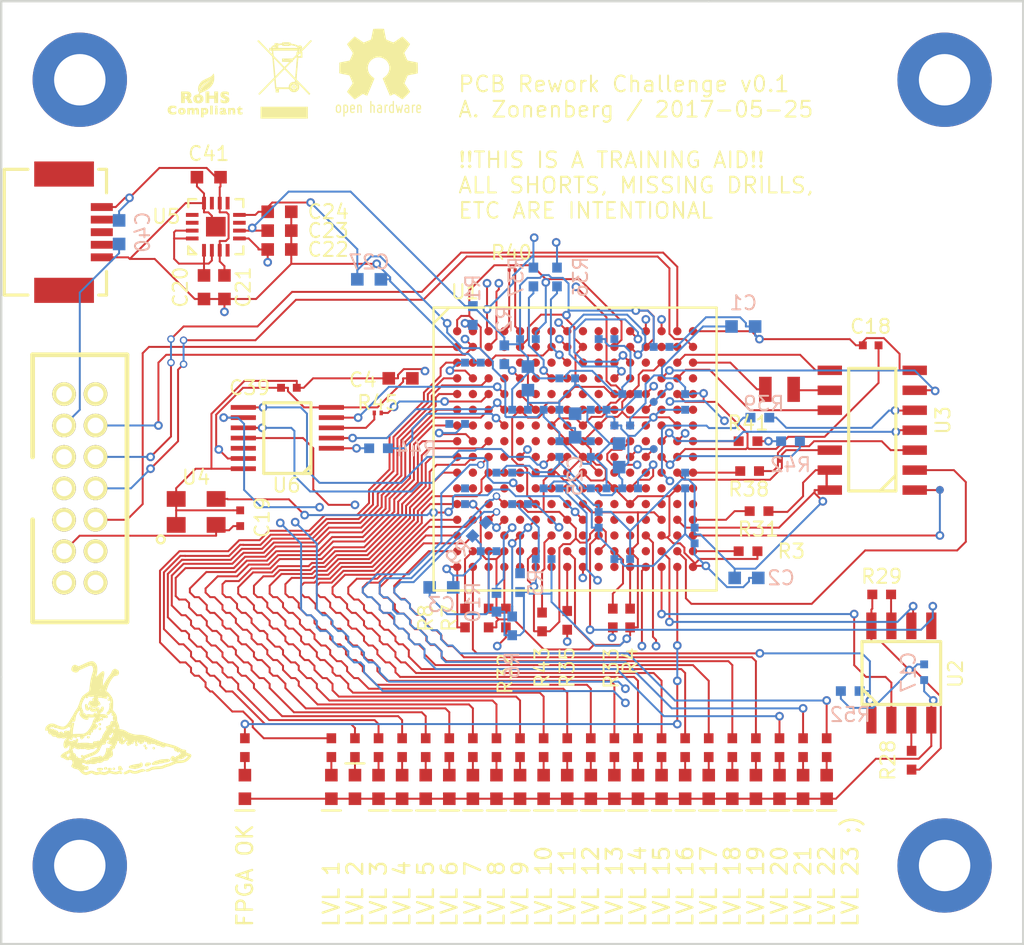
<source format=kicad_pcb>
(kicad_pcb (version 20171130) (host pcbnew "(5.1.12)-1")
  (layers (0 F.Cu signal) (1 In1.Cu signal) (2 In2.Cu signal) (31 B.Cu signal) (34 B.Paste user hide) (35 F.Paste user hide) (36 B.SilkS user hide) (37 F.SilkS user hide) (38 B.Mask user hide) (39 F.Mask user hide) (44 Edge.Cuts user))
  (net 0 "")
  (net 1 "Net-(J1-Pad1)")
  (net 2 /2V5)
  (net 3 /GND)
  (net 4 /JTAG_TMS)
  (net 5 /JTAG_TCK)
  (net 6 /JTAG_TDO)
  (net 7 /JTAG_TDI)
  (net 8 "Net-(J1-Pad12)")
  (net 9 "Net-(J1-Pad13)")
  (net 10 "Net-(J1-Pad14)")
  (net 11 /LEVEL8_TEST)
  (net 12 /LEVEL8_SENSE)
  (net 13 "Net-(R44-Pad1)")
  (net 14 /LEVEL10_SENSE)
  (net 15 "Net-(R45-Pad1)")
  (net 16 /LEVEL11_SENSE)
  (net 17 /LEVEL14_TEST)
  (net 18 /LEVEL21_SENSE)
  (net 19 /LEVEL21_TEST)
  (net 20 "Net-(U6-Pad12)")
  (net 21 /3V3)
  (net 22 /LEVEL12_TEST_FLOAT)
  (net 23 /LEVEL12_TEST)
  (net 24 /LEVEL22_TEST)
  (net 25 /LEVEL18_TEST)
  (net 26 /LEVEL22_SENSE)
  (net 27 /LEVEL18_SENSE)
  (net 28 /SPI_CS_N)
  (net 29 /SPI_MISO)
  (net 30 "Net-(R28-Pad1)")
  (net 31 /SPI_MOSI)
  (net 32 /SPI_SCK)
  (net 33 "Net-(R29-Pad2)")
  (net 34 /LEVEL12_SENSE)
  (net 35 /LEVEL5_TEST)
  (net 36 /LEVEL5_SENSE)
  (net 37 /LEVEL6_TEST)
  (net 38 /LEVEL6_SENSE)
  (net 39 /LEVEL4_SENSE)
  (net 40 /LEVEL3_SENSE)
  (net 41 /LEVEL3_TEST)
  (net 42 /LEVEL1_SENSE)
  (net 43 /LEVEL1_TEST)
  (net 44 "Net-(U5-Pad11)")
  (net 45 /5V0)
  (net 46 "Net-(U5-Pad9)")
  (net 47 /1V2)
  (net 48 "Net-(U5-Pad7)")
  (net 49 "Net-(U5-Pad4)")
  (net 50 /VBIAS)
  (net 51 "Net-(U5-Pad14)")
  (net 52 "Net-(U5-Pad13)")
  (net 53 /CLK_1MHZ)
  (net 54 /LEVEL4_TEST)
  (net 55 "Net-(D9-Pad2)")
  (net 56 "Net-(D23-Pad2)")
  (net 57 "Net-(D22-Pad2)")
  (net 58 "Net-(D21-Pad2)")
  (net 59 "Net-(D20-Pad2)")
  (net 60 "Net-(D19-Pad2)")
  (net 61 "Net-(D18-Pad2)")
  (net 62 "Net-(D17-Pad2)")
  (net 63 "Net-(D16-Pad2)")
  (net 64 "Net-(D15-Pad2)")
  (net 65 "Net-(D13-Pad2)")
  (net 66 "Net-(D12-Pad2)")
  (net 67 "Net-(D10-Pad2)")
  (net 68 "Net-(D3-Pad2)")
  (net 69 "Net-(D2-Pad1)")
  (net 70 "Net-(D1-Pad2)")
  (net 71 "Net-(D14-Pad2)")
  (net 72 "Net-(D4-Pad2)")
  (net 73 "Net-(D5-Pad2)")
  (net 74 "Net-(D6-Pad2)")
  (net 75 "Net-(D7-Pad2)")
  (net 76 "Net-(D8-Pad2)")
  (net 77 "Net-(D11-Pad2)")
  (net 78 /LEVEL7_OK)
  (net 79 /LEVEL17_OK)
  (net 80 "Net-(R2-Pad1)")
  (net 81 /FPGA_RST_N)
  (net 82 /LEVEL6_OK)
  (net 83 "Net-(R38-Pad2)")
  (net 84 "Net-(R39-Pad2)")
  (net 85 /LEVEL19_TEST)
  (net 86 /LEVEL19_SENSE)
  (net 87 /LEVEL17_TEST)
  (net 88 /LEVEL10_TEST)
  (net 89 "Net-(R4-Pad2)")
  (net 90 "Net-(R5-Pad2)")
  (net 91 "Net-(R6-Pad2)")
  (net 92 "Net-(R7-Pad2)")
  (net 93 "Net-(R8-Pad2)")
  (net 94 "Net-(R10-Pad2)")
  (net 95 /LEVEL1_OK)
  (net 96 /LEVEL2_OK)
  (net 97 /LEVEL3_OK)
  (net 98 /LEVEL4_OK)
  (net 99 /LEVEL5_OK)
  (net 100 "Net-(R9-Pad2)")
  (net 101 /LEVEL10_OK)
  (net 102 /LEVEL19_OK)
  (net 103 /LEVEL18_OK)
  (net 104 /LEVEL16_TEST_A)
  (net 105 "Net-(R3-Pad1)")
  (net 106 "Net-(R31-Pad2)")
  (net 107 /LEVEL8_OK)
  (net 108 /FPGA_DONE)
  (net 109 /LEVEL16_OK)
  (net 110 /LEVEL15_OK)
  (net 111 /LEVEL14_OK)
  (net 112 /LEVEL13_OK)
  (net 113 /LEVEL11_OK)
  (net 114 /LEVEL12_OK)
  (net 115 /LEVEL20_OK)
  (net 116 /LEVEL21_OK)
  (net 117 /LEVEL22_OK)
  (net 118 /LEVEL13_TEST_A)
  (net 119 "Net-(R36-Pad2)")
  (net 120 /LEVEL16_TEST_B)
  (net 121 /LEVEL13_TEST_B)
  (net 122 "Net-(R37-Pad2)")
  (net 123 /LEVEL9_OK)
  (net 124 /LEVEL11_TEST)
  (net 125 /LEVEL9_SENSE)
  (net 126 /LEVEL9_TEST)
  (net 127 "Net-(J2-Pad2)")
  (net 128 "Net-(J2-Pad3)")
  (net 129 "Net-(J2-Pad4)")
  (net 130 "Net-(J2-Pad6)")
  (net 131 "Net-(J2-Pad7)")
  (net 132 "Net-(U1-PadA6)")
  (net 133 "Net-(U1-PadA7)")
  (net 134 "Net-(U1-PadA9)")
  (net 135 "Net-(U1-PadA10)")
  (net 136 /LEVEL15_TEST_N)
  (net 137 "Net-(U1-PadB4)")
  (net 138 "Net-(U1-PadB6)")
  (net 139 "Net-(U1-PadB10)")
  (net 140 "Net-(U1-PadB14)")
  (net 141 "Net-(U1-PadB15)")
  (net 142 "Net-(U1-PadC4)")
  (net 143 "Net-(U1-PadC5)")
  (net 144 "Net-(U1-PadC6)")
  (net 145 "Net-(U1-PadC7)")
  (net 146 "Net-(U1-PadC9)")
  (net 147 /LEVEL15_TEST_P)
  (net 148 /LEVEL7_TEST_N)
  (net 149 "Net-(U1-PadD6)")
  (net 150 "Net-(U1-PadD8)")
  (net 151 "Net-(U1-PadD10)")
  (net 152 /LEVEL7_TEST_P)
  (net 153 "Net-(U1-PadD12)")
  (net 154 "Net-(U1-PadF12)")
  (net 155 "Net-(U1-PadG12)")
  (net 156 "Net-(U1-PadE16)")
  (net 157 "Net-(U1-PadF15)")
  (net 158 "Net-(U1-PadE10)")
  (net 159 "Net-(U1-PadF11)")
  (net 160 "Net-(U1-PadH11)")
  (net 161 "Net-(U1-PadF10)")
  (net 162 "Net-(U1-PadG11)")
  (net 163 "Net-(U1-PadH10)")
  (net 164 "Net-(U1-PadF14)")
  (net 165 "Net-(U1-PadG14)")
  (net 166 "Net-(U1-PadG13)")
  (net 167 "Net-(U1-PadH13)")
  (net 168 "Net-(U1-PadF16)")
  (net 169 "Net-(U1-PadG16)")
  (net 170 "Net-(U1-PadF9)")
  (net 171 "Net-(U1-PadE9)")
  (net 172 "Net-(U1-PadF8)")
  (net 173 "Net-(U1-PadF7)")
  (net 174 "Net-(U1-PadE7)")
  (net 175 "Net-(U1-PadG6)")
  (net 176 "Net-(U1-PadE6)")
  (net 177 "Net-(U1-PadG5)")
  (net 178 "Net-(U1-PadL14)")
  (net 179 "Net-(U1-PadR13)")
  (net 180 "Net-(U1-PadP12)")
  (net 181 "Net-(U1-PadK12)")
  (net 182 "Net-(U1-PadL13)")
  (net 183 "Net-(U1-PadK13)")
  (net 184 "Net-(U1-PadN12)")
  (net 185 "Net-(U1-PadM16)")
  (net 186 "Net-(U1-PadM15)")
  (net 187 "Net-(U1-PadL16)")
  (net 188 "Net-(U1-PadK11)")
  (net 189 /LEVEL14_SENSE)
  (net 190 "Net-(U1-PadJ10)")
  (net 191 "Net-(U1-PadJ11)")
  (net 192 "Net-(U1-PadM7)")
  (net 193 "Net-(U1-PadM8)")
  (net 194 "Net-(U1-PadT11)")
  (net 195 "Net-(U1-PadM11)")
  (net 196 "Net-(U1-PadN10)")
  (net 197 "Net-(U1-PadM10)")
  (net 198 "Net-(U1-PadP9)")
  (net 199 "Net-(U1-PadN7)")
  (net 200 "Net-(U1-PadP6)")
  (net 201 "Net-(U1-PadJ6)")
  (net 202 "Net-(U1-PadT7)")
  (net 203 "Net-(U1-PadR7)")
  (net 204 "Net-(U1-PadM3)")
  (net 205 "Net-(U1-PadL1)")
  (net 206 "Net-(U1-PadL2)")
  (net 207 "Net-(U1-PadL3)")
  (net 208 "Net-(U1-PadN5)")
  (net 209 "Net-(U1-PadL4)")
  (net 210 "Net-(U1-PadJ4)")
  (net 211 "Net-(U1-PadK4)")
  (net 212 "Net-(U1-PadR3)")
  (net 213 "Net-(U1-PadH5)")
  (net 214 "Net-(U1-PadH6)")
  (net 215 "Net-(U1-PadH4)")
  (net 216 "Net-(U1-PadG3)")
  (net 217 "Net-(U1-PadC2)")
  (net 218 "Net-(R41-Pad1)")
  (net 219 "Net-(R35-Pad2)")
  (net 220 "Net-(U1-PadP8)")
  (net 221 "Net-(U1-PadA11)")
  (net 222 "Net-(U1-PadC10)")
  (net 223 "Net-(U1-PadC11)")
  (net 224 "Net-(U1-PadD9)")
  (net 225 "Net-(U1-PadC13)")
  (net 226 "Net-(U1-PadD13)")
  (net 227 "Net-(U1-PadL6)")
  (net 228 "Net-(R30-Pad1)")
  (net 229 "Net-(U1-PadK5)")
  (net 230 "Net-(U1-PadJ16)")
  (net 231 "Net-(U1-PadL10)")
  (net 232 "Net-(U1-PadK6)")
  (net 233 "Net-(U1-PadR5)")
  (net 234 "Net-(U1-PadD4)")
  (net 235 "Net-(U1-PadE2)")
  (net 236 "Net-(U1-PadM13)")
  (net 237 "Net-(R33-Pad2)")
  (net 238 "Net-(R32-Pad2)")
  (net 239 "Net-(U1-PadP15)")
  (net 240 "Net-(U1-PadN13)")
  (net 241 "Net-(U1-PadM14)")
  (net 242 "Net-(U1-PadN11)")
  (net 243 "Net-(U1-PadP11)")
  (net 244 "Net-(U1-PadL8)")
  (net 245 "Net-(U1-PadL9)")
  (net 246 "Net-(U1-PadR9)")
  (net 247 "Net-(U1-PadL7)")
  (net 248 "Net-(U1-PadT10)")
  (net 249 "Net-(U1-PadT6)")
  (net 250 "Net-(U1-PadT5)")
  (module azonenberg_pcb:TESTPOINT_BARETRACE_150UM (layer F.Cu) (at 74.55 45.25 90)
    (fp_text reference LEVEL5_SHORT hide)
    (fp_text value TESTPOINT_BARETRACE_150UM hide)
    (pad 1 smd rect (at 0 0 90) (size 0.25 0.25) (layers F.Cu))
  )
  (module azonenberg_pcb:TESTPOINT_BARETRACE_150UM (layer F.Cu) (at 77.5 46.45)
    (fp_text reference LEVEL2_SHORT hide)
    (fp_text value TESTPOINT_BARETRACE_150UM hide)
    (pad 1 smd rect (at 0 0) (size 0.15 1) (layers F.Cu))
  )
  (module azonenberg_pcb:EIA_0402_RES_NOSILK (layer B.Cu) (at 79 59.9 180)
    (fp_text reference R52 (at 0 -1.5 180) (layer B.SilkS) (effects (font (size 0.9 0.9) (thickness 0.125)) (justify mirror)))
    (fp_text value 1K hide)
    (pad 1 smd rect (at -0.597 0 180) (size 0.635 0.61) (layers B.Cu B.Paste B.Mask) (net 28 /SPI_CS_N))
    (pad 2 smd rect (at 0.597 0 180) (size 0.635 0.61) (layers B.Cu B.Paste B.Mask) (net 21 /3V3))
  )
  (module w_logo:Logo_silk_WEEE_3.4x5mm (layer F.Cu) (at 43 21)
    (fp_text reference G***_4 hide)
    (fp_text value LOGO hide)
  )
  (module w_logo:Logo_silk_ROHS_5x2.8mm (layer F.Cu) (at 38 22)
    (fp_text reference G***_3 hide)
    (fp_text value LOGO hide)
  )
  (module w_logo:Logo_silk_OSHW_6x6mm (layer F.Cu) (at 49 20)
    (fp_text reference G***_2 hide)
    (fp_text value LOGO hide)
  )
  (module azonenberg_pcb:MECHANICAL_CLEARANCEHOLE_4_40 (layer F.Cu) (at 85 71)
    (fp_text reference REF**_4 hide)
    (fp_text value MECHANICAL_CLEARANCEHOLE_4_40 hide)
    (pad ~ thru_hole circle (at 0 0) (size 6 6) (drill 3.27) (layers *.Cu *.Mask))
  )
  (module azonenberg_pcb:MECHANICAL_CLEARANCEHOLE_4_40 (layer F.Cu) (at 85 21)
    (fp_text reference REF**_3 hide)
    (fp_text value MECHANICAL_CLEARANCEHOLE_4_40 hide)
    (pad ~ thru_hole circle (at 0 0) (size 6 6) (drill 3.27) (layers *.Cu *.Mask))
  )
  (module azonenberg_pcb:LONGTHING-1200DPI (layer F.Cu) (at 33 62)
    (fp_text reference G*** hide)
    (fp_text value LOGO hide)
  )
  (module azonenberg_pcb:EIA_0402_CAP_NOSILK (layer B.Cu) (at 58 48 180)
    (fp_text reference C42 hide)
    (fp_text value "0.1 uF" hide)
    (pad 1 smd rect (at -0.5 0 180) (size 0.5 0.5) (layers B.Cu B.Paste B.Mask) (net 2 /2V5))
    (pad 2 smd rect (at 0.5 0 180) (size 0.5 0.5) (layers B.Cu B.Paste B.Mask) (net 3 /GND))
  )
  (module azonenberg_pcb:EIA_0402_CAP_NOSILK (layer B.Cu) (at 65 47 180)
    (fp_text reference C43 hide)
    (fp_text value "0.1 uF" hide)
    (pad 1 smd rect (at -0.5 0 180) (size 0.5 0.5) (layers B.Cu B.Paste B.Mask) (net 2 /2V5))
    (pad 2 smd rect (at 0.5 0 180) (size 0.5 0.5) (layers B.Cu B.Paste B.Mask) (net 3 /GND))
  )
  (module azonenberg_pcb:EIA_0402_CAP_NOSILK (layer B.Cu) (at 65 41)
    (fp_text reference C44 hide)
    (fp_text value "0.1 uF" hide)
    (pad 2 smd rect (at 0.5 0) (size 0.5 0.5) (layers B.Cu B.Paste B.Mask) (net 3 /GND))
    (pad 1 smd rect (at -0.5 0) (size 0.5 0.5) (layers B.Cu B.Paste B.Mask) (net 2 /2V5))
  )
  (module azonenberg_pcb:EIA_0402_CAP_NOSILK (layer B.Cu) (at 58 42)
    (fp_text reference C45 hide)
    (fp_text value "0.1 uF" hide)
    (pad 1 smd rect (at -0.5 0) (size 0.5 0.5) (layers B.Cu B.Paste B.Mask) (net 2 /2V5))
    (pad 2 smd rect (at 0.5 0) (size 0.5 0.5) (layers B.Cu B.Paste B.Mask) (net 3 /GND))
  )
  (module azonenberg_pcb:MECHANICAL_CLEARANCEHOLE_4_40 (layer F.Cu) (at 30 71)
    (fp_text reference REF**_2 hide)
    (fp_text value MECHANICAL_CLEARANCEHOLE_4_40 hide)
    (pad ~ thru_hole circle (at 0 0) (size 6 6) (drill 3.27) (layers *.Cu *.Mask))
  )
  (module azonenberg_pcb:MECHANICAL_CLEARANCEHOLE_4_40 (layer F.Cu) (at 30 21)
    (fp_text reference REF** hide)
    (fp_text value MECHANICAL_CLEARANCEHOLE_4_40 hide)
    (pad ~ thru_hole circle (at 0 0) (size 6 6) (drill 3.27) (layers *.Cu *.Mask))
  )
  (module azonenberg_pcb:BGA_256_17x17_FULLARRAY_1MM (layer F.Cu) (at 61.5 44.5)
    (fp_text reference U1 (at -7 -10) (layer F.SilkS) (effects (font (size 0.9 0.9) (thickness 0.125))))
    (fp_text value XC3S50A-4FTG256C hide)
    (pad A1 smd circle (at -7.5 -7.5) (size 0.53 0.53) (layers F.Cu F.Paste F.Mask) (net 3 /GND))
    (pad A2 smd circle (at -6.5 -7.5) (size 0.53 0.53) (layers F.Cu F.Paste F.Mask) (net 81 /FPGA_RST_N))
    (pad A3 smd circle (at -5.5 -7.5) (size 0.53 0.53) (layers F.Cu F.Paste F.Mask) (net 121 /LEVEL13_TEST_B))
    (pad A4 smd circle (at -4.5 -7.5) (size 0.53 0.53) (layers F.Cu F.Paste F.Mask) (net 126 /LEVEL9_TEST))
    (pad A5 smd circle (at -3.5 -7.5) (size 0.53 0.53) (layers F.Cu F.Paste F.Mask) (net 125 /LEVEL9_SENSE))
    (pad A6 smd circle (at -2.5 -7.5) (size 0.53 0.53) (layers F.Cu F.Paste F.Mask) (net 132 "Net-(U1-PadA6)"))
    (pad A7 smd circle (at -1.5 -7.5) (size 0.53 0.53) (layers F.Cu F.Paste F.Mask) (net 133 "Net-(U1-PadA7)"))
    (pad A8 smd circle (at -0.5 -7.5) (size 0.53 0.53) (layers F.Cu F.Paste F.Mask) (net 136 /LEVEL15_TEST_N))
    (pad A9 smd circle (at 0.5 -7.5) (size 0.53 0.53) (layers F.Cu F.Paste F.Mask) (net 134 "Net-(U1-PadA9)"))
    (pad A10 smd circle (at 1.5 -7.5) (size 0.53 0.53) (layers F.Cu F.Paste F.Mask) (net 135 "Net-(U1-PadA10)"))
    (pad A11 smd circle (at 2.5 -7.5) (size 0.53 0.53) (layers F.Cu F.Paste F.Mask) (net 221 "Net-(U1-PadA11)"))
    (pad A12 smd circle (at 3.5 -7.5) (size 0.53 0.53) (layers F.Cu F.Paste F.Mask) (net 148 /LEVEL7_TEST_N))
    (pad A13 smd circle (at 4.5 -7.5) (size 0.53 0.53) (layers F.Cu F.Paste F.Mask) (net 136 /LEVEL15_TEST_N))
    (pad A14 smd circle (at 5.5 -7.5) (size 0.53 0.53) (layers F.Cu F.Paste F.Mask) (net 147 /LEVEL15_TEST_P))
    (pad A15 smd circle (at 6.5 -7.5) (size 0.53 0.53) (layers F.Cu F.Paste F.Mask) (net 5 /JTAG_TCK))
    (pad A16 smd circle (at 7.5 -7.5) (size 0.53 0.53) (layers F.Cu F.Paste F.Mask) (net 3 /GND))
    (pad B1 smd circle (at -7.5 -6.5) (size 0.53 0.53) (layers F.Cu F.Paste F.Mask) (net 7 /JTAG_TDI))
    (pad B2 smd circle (at -6.5 -6.5) (size 0.53 0.53) (layers F.Cu F.Paste F.Mask) (net 4 /JTAG_TMS))
    (pad B3 smd circle (at -5.5 -6.5) (size 0.53 0.53) (layers F.Cu F.Paste F.Mask) (net 118 /LEVEL13_TEST_A))
    (pad B4 smd circle (at -4.5 -6.5) (size 0.53 0.53) (layers F.Cu F.Paste F.Mask) (net 137 "Net-(U1-PadB4)"))
    (pad B5 smd circle (at -3.5 -6.5) (size 0.53 0.53) (layers F.Cu F.Paste F.Mask) (net 2 /2V5))
    (pad B6 smd circle (at -2.5 -6.5) (size 0.53 0.53) (layers F.Cu F.Paste F.Mask) (net 138 "Net-(U1-PadB6)"))
    (pad B7 smd circle (at -1.5 -6.5) (size 0.53 0.53) (layers F.Cu F.Paste F.Mask) (net 3 /GND))
    (pad B8 smd circle (at -0.5 -6.5) (size 0.53 0.53) (layers F.Cu F.Paste F.Mask) (net 147 /LEVEL15_TEST_P))
    (pad B9 smd circle (at 0.5 -6.5) (size 0.53 0.53) (layers F.Cu F.Paste F.Mask) (net 2 /2V5))
    (pad B10 smd circle (at 1.5 -6.5) (size 0.53 0.53) (layers F.Cu F.Paste F.Mask) (net 139 "Net-(U1-PadB10)"))
    (pad B11 smd circle (at 2.5 -6.5) (size 0.53 0.53) (layers F.Cu F.Paste F.Mask) (net 3 /GND))
    (pad B12 smd circle (at 3.5 -6.5) (size 0.53 0.53) (layers F.Cu F.Paste F.Mask) (net 152 /LEVEL7_TEST_P))
    (pad B13 smd circle (at 4.5 -6.5) (size 0.53 0.53) (layers F.Cu F.Paste F.Mask) (net 2 /2V5))
    (pad B14 smd circle (at 5.5 -6.5) (size 0.53 0.53) (layers F.Cu F.Paste F.Mask) (net 140 "Net-(U1-PadB14)"))
    (pad B15 smd circle (at 6.5 -6.5) (size 0.53 0.53) (layers F.Cu F.Paste F.Mask) (net 141 "Net-(U1-PadB15)"))
    (pad B16 smd circle (at 7.5 -6.5) (size 0.53 0.53) (layers F.Cu F.Paste F.Mask) (net 6 /JTAG_TDO))
    (pad C1 smd circle (at -7.5 -5.5) (size 0.53 0.53) (layers F.Cu F.Paste F.Mask) (net 95 /LEVEL1_OK))
    (pad C2 smd circle (at -6.5 -5.5) (size 0.53 0.53) (layers F.Cu F.Paste F.Mask) (net 217 "Net-(U1-PadC2)"))
    (pad C3 smd circle (at -5.5 -5.5) (size 0.53 0.53) (layers F.Cu F.Paste F.Mask) (net 3 /GND))
    (pad C4 smd circle (at -4.5 -5.5) (size 0.53 0.53) (layers F.Cu F.Paste F.Mask) (net 142 "Net-(U1-PadC4)"))
    (pad C5 smd circle (at -3.5 -5.5) (size 0.53 0.53) (layers F.Cu F.Paste F.Mask) (net 143 "Net-(U1-PadC5)"))
    (pad C6 smd circle (at -2.5 -5.5) (size 0.53 0.53) (layers F.Cu F.Paste F.Mask) (net 144 "Net-(U1-PadC6)"))
    (pad C7 smd circle (at -1.5 -5.5) (size 0.53 0.53) (layers F.Cu F.Paste F.Mask) (net 145 "Net-(U1-PadC7)"))
    (pad C8 smd circle (at -0.5 -5.5) (size 0.53 0.53) (layers F.Cu F.Paste F.Mask) (net 119 "Net-(R36-Pad2)"))
    (pad C9 smd circle (at 0.5 -5.5) (size 0.53 0.53) (layers F.Cu F.Paste F.Mask) (net 146 "Net-(U1-PadC9)"))
    (pad C10 smd circle (at 1.5 -5.5) (size 0.53 0.53) (layers F.Cu F.Paste F.Mask) (net 222 "Net-(U1-PadC10)"))
    (pad C11 smd circle (at 2.5 -5.5) (size 0.53 0.53) (layers F.Cu F.Paste F.Mask) (net 223 "Net-(U1-PadC11)"))
    (pad C12 smd circle (at 3.5 -5.5) (size 0.53 0.53) (layers F.Cu F.Paste F.Mask) (net 148 /LEVEL7_TEST_N))
    (pad C13 smd circle (at 4.5 -5.5) (size 0.53 0.53) (layers F.Cu F.Paste F.Mask) (net 225 "Net-(U1-PadC13)"))
    (pad C14 smd circle (at 5.5 -5.5) (size 0.53 0.53) (layers F.Cu F.Paste F.Mask) (net 3 /GND))
    (pad C15 smd circle (at 6.5 -5.5) (size 0.53 0.53) (layers F.Cu F.Paste F.Mask) (net 39 /LEVEL4_SENSE))
    (pad C16 smd circle (at 7.5 -5.5) (size 0.53 0.53) (layers F.Cu F.Paste F.Mask) (net 228 "Net-(R30-Pad1)"))
    (pad D1 smd circle (at -7.5 -4.5) (size 0.53 0.53) (layers F.Cu F.Paste F.Mask) (net 96 /LEVEL2_OK))
    (pad D2 smd circle (at -6.5 -4.5) (size 0.53 0.53) (layers F.Cu F.Paste F.Mask) (net 21 /3V3))
    (pad D3 smd circle (at -5.5 -4.5) (size 0.53 0.53) (layers F.Cu F.Paste F.Mask) (net 97 /LEVEL3_OK))
    (pad D4 smd circle (at -4.5 -4.5) (size 0.53 0.53) (layers F.Cu F.Paste F.Mask) (net 234 "Net-(U1-PadD4)"))
    (pad D5 smd circle (at -3.5 -4.5) (size 0.53 0.53) (layers F.Cu F.Paste F.Mask) (net 80 "Net-(R2-Pad1)"))
    (pad D6 smd circle (at -2.5 -4.5) (size 0.53 0.53) (layers F.Cu F.Paste F.Mask) (net 149 "Net-(U1-PadD6)"))
    (pad D7 smd circle (at -1.5 -4.5) (size 0.53 0.53) (layers F.Cu F.Paste F.Mask) (net 122 "Net-(R37-Pad2)"))
    (pad D8 smd circle (at -0.5 -4.5) (size 0.53 0.53) (layers F.Cu F.Paste F.Mask) (net 150 "Net-(U1-PadD8)"))
    (pad D9 smd circle (at 0.5 -4.5) (size 0.53 0.53) (layers F.Cu F.Paste F.Mask) (net 224 "Net-(U1-PadD9)"))
    (pad D10 smd circle (at 1.5 -4.5) (size 0.53 0.53) (layers F.Cu F.Paste F.Mask) (net 151 "Net-(U1-PadD10)"))
    (pad D11 smd circle (at 2.5 -4.5) (size 0.53 0.53) (layers F.Cu F.Paste F.Mask) (net 152 /LEVEL7_TEST_P))
    (pad D12 smd circle (at 3.5 -4.5) (size 0.53 0.53) (layers F.Cu F.Paste F.Mask) (net 153 "Net-(U1-PadD12)"))
    (pad D13 smd circle (at 4.5 -4.5) (size 0.53 0.53) (layers F.Cu F.Paste F.Mask) (net 226 "Net-(U1-PadD13)"))
    (pad D14 smd circle (at 5.5 -4.5) (size 0.53 0.53) (layers F.Cu F.Paste F.Mask) (net 38 /LEVEL6_SENSE))
    (pad D15 smd circle (at 6.5 -4.5) (size 0.53 0.53) (layers F.Cu F.Paste F.Mask) (net 40 /LEVEL3_SENSE))
    (pad D16 smd circle (at 7.5 -4.5) (size 0.53 0.53) (layers F.Cu F.Paste F.Mask))
    (pad E13 smd circle (at 4.5 -3.5) (size 0.53 0.53) (layers F.Cu F.Paste F.Mask) (net 85 /LEVEL19_TEST))
    (pad E12 smd circle (at 3.5 -3.5) (size 0.53 0.53) (layers F.Cu F.Paste F.Mask) (net 3 /GND))
    (pad F12 smd circle (at 3.5 -2.5) (size 0.53 0.53) (layers F.Cu F.Paste F.Mask) (net 154 "Net-(U1-PadF12)"))
    (pad G12 smd circle (at 3.5 -1.5) (size 0.53 0.53) (layers F.Cu F.Paste F.Mask) (net 155 "Net-(U1-PadG12)"))
    (pad E14 smd circle (at 5.5 -3.5) (size 0.53 0.53) (layers F.Cu F.Paste F.Mask) (net 26 /LEVEL22_SENSE))
    (pad E16 smd circle (at 7.5 -3.5) (size 0.53 0.53) (layers F.Cu F.Paste F.Mask) (net 156 "Net-(U1-PadE16)"))
    (pad E15 smd circle (at 6.5 -3.5) (size 0.53 0.53) (layers F.Cu F.Paste F.Mask) (net 21 /3V3))
    (pad F15 smd circle (at 6.5 -2.5) (size 0.53 0.53) (layers F.Cu F.Paste F.Mask) (net 157 "Net-(U1-PadF15)"))
    (pad E10 smd circle (at 1.5 -3.5) (size 0.53 0.53) (layers F.Cu F.Paste F.Mask) (net 158 "Net-(U1-PadE10)"))
    (pad E11 smd circle (at 2.5 -3.5) (size 0.53 0.53) (layers F.Cu F.Paste F.Mask) (net 2 /2V5))
    (pad F11 smd circle (at 2.5 -2.5) (size 0.53 0.53) (layers F.Cu F.Paste F.Mask) (net 159 "Net-(U1-PadF11)"))
    (pad H11 smd circle (at 2.5 -0.5) (size 0.53 0.53) (layers F.Cu F.Paste F.Mask) (net 160 "Net-(U1-PadH11)"))
    (pad F10 smd circle (at 1.5 -2.5) (size 0.53 0.53) (layers F.Cu F.Paste F.Mask) (net 161 "Net-(U1-PadF10)"))
    (pad G11 smd circle (at 2.5 -1.5) (size 0.53 0.53) (layers F.Cu F.Paste F.Mask) (net 162 "Net-(U1-PadG11)"))
    (pad G10 smd circle (at 1.5 -1.5) (size 0.53 0.53) (layers F.Cu F.Paste F.Mask) (net 3 /GND))
    (pad H10 smd circle (at 1.5 -0.5) (size 0.53 0.53) (layers F.Cu F.Paste F.Mask) (net 163 "Net-(U1-PadH10)"))
    (pad F14 smd circle (at 5.5 -2.5) (size 0.53 0.53) (layers F.Cu F.Paste F.Mask) (net 164 "Net-(U1-PadF14)"))
    (pad H14 smd circle (at 5.5 -0.5) (size 0.53 0.53) (layers F.Cu F.Paste F.Mask) (net 36 /LEVEL5_SENSE))
    (pad G14 smd circle (at 5.5 -1.5) (size 0.53 0.53) (layers F.Cu F.Paste F.Mask) (net 165 "Net-(U1-PadG14)"))
    (pad F13 smd circle (at 4.5 -2.5) (size 0.53 0.53) (layers F.Cu F.Paste F.Mask) (net 24 /LEVEL22_TEST))
    (pad G13 smd circle (at 4.5 -1.5) (size 0.53 0.53) (layers F.Cu F.Paste F.Mask) (net 166 "Net-(U1-PadG13)"))
    (pad H13 smd circle (at 4.5 -0.5) (size 0.53 0.53) (layers F.Cu F.Paste F.Mask) (net 167 "Net-(U1-PadH13)"))
    (pad H12 smd circle (at 3.5 -0.5) (size 0.53 0.53) (layers F.Cu F.Paste F.Mask) (net 21 /3V3))
    (pad F16 smd circle (at 7.5 -2.5) (size 0.53 0.53) (layers F.Cu F.Paste F.Mask) (net 168 "Net-(U1-PadF16)"))
    (pad G16 smd circle (at 7.5 -1.5) (size 0.53 0.53) (layers F.Cu F.Paste F.Mask) (net 169 "Net-(U1-PadG16)"))
    (pad H15 smd circle (at 6.5 -0.5) (size 0.53 0.53) (layers F.Cu F.Paste F.Mask) (net 85 /LEVEL19_TEST))
    (pad G15 smd circle (at 6.5 -1.5) (size 0.53 0.53) (layers F.Cu F.Paste F.Mask) (net 3 /GND))
    (pad H16 smd circle (at 7.5 -0.5) (size 0.53 0.53) (layers F.Cu F.Paste F.Mask) (net 218 "Net-(R41-Pad1)"))
    (pad F9 smd circle (at 0.5 -2.5) (size 0.53 0.53) (layers F.Cu F.Paste F.Mask) (net 170 "Net-(U1-PadF9)"))
    (pad E8 smd circle (at -0.5 -3.5) (size 0.53 0.53) (layers F.Cu F.Paste F.Mask) (net 2 /2V5))
    (pad E9 smd circle (at 0.5 -3.5) (size 0.53 0.53) (layers F.Cu F.Paste F.Mask) (net 171 "Net-(U1-PadE9)"))
    (pad F8 smd circle (at -0.5 -2.5) (size 0.53 0.53) (layers F.Cu F.Paste F.Mask) (net 172 "Net-(U1-PadF8)"))
    (pad F7 smd circle (at -1.5 -2.5) (size 0.53 0.53) (layers F.Cu F.Paste F.Mask) (net 173 "Net-(U1-PadF7)"))
    (pad E7 smd circle (at -1.5 -3.5) (size 0.53 0.53) (layers F.Cu F.Paste F.Mask) (net 174 "Net-(U1-PadE7)"))
    (pad E3 smd circle (at -5.5 -3.5) (size 0.53 0.53) (layers F.Cu F.Paste F.Mask) (net 124 /LEVEL11_TEST))
    (pad F4 smd circle (at -4.5 -2.5) (size 0.53 0.53) (layers F.Cu F.Paste F.Mask) (net 14 /LEVEL10_SENSE))
    (pad E4 smd circle (at -4.5 -3.5) (size 0.53 0.53) (layers F.Cu F.Paste F.Mask) (net 16 /LEVEL11_SENSE))
    (pad F3 smd circle (at -5.5 -2.5) (size 0.53 0.53) (layers F.Cu F.Paste F.Mask) (net 82 /LEVEL6_OK))
    (pad G6 smd circle (at -2.5 -1.5) (size 0.53 0.53) (layers F.Cu F.Paste F.Mask) (net 175 "Net-(U1-PadG6)"))
    (pad E6 smd circle (at -2.5 -3.5) (size 0.53 0.53) (layers F.Cu F.Paste F.Mask) (net 176 "Net-(U1-PadE6)"))
    (pad E5 smd circle (at -3.5 -3.5) (size 0.53 0.53) (layers F.Cu F.Paste F.Mask) (net 3 /GND))
    (pad F5 smd circle (at -3.5 -2.5) (size 0.53 0.53) (layers F.Cu F.Paste F.Mask) (net 2 /2V5))
    (pad F6 smd circle (at -2.5 -2.5) (size 0.53 0.53) (layers F.Cu F.Paste F.Mask) (net 3 /GND))
    (pad G5 smd circle (at -3.5 -1.5) (size 0.53 0.53) (layers F.Cu F.Paste F.Mask) (net 177 "Net-(U1-PadG5)"))
    (pad H5 smd circle (at -3.5 -0.5) (size 0.53 0.53) (layers F.Cu F.Paste F.Mask) (net 213 "Net-(U1-PadH5)"))
    (pad H6 smd circle (at -2.5 -0.5) (size 0.53 0.53) (layers F.Cu F.Paste F.Mask) (net 214 "Net-(U1-PadH6)"))
    (pad E2 smd circle (at -6.5 -3.5) (size 0.53 0.53) (layers F.Cu F.Paste F.Mask) (net 235 "Net-(U1-PadE2)"))
    (pad E1 smd circle (at -7.5 -3.5) (size 0.53 0.53) (layers F.Cu F.Paste F.Mask) (net 98 /LEVEL4_OK))
    (pad F2 smd circle (at -6.5 -2.5) (size 0.53 0.53) (layers F.Cu F.Paste F.Mask))
    (pad G2 smd circle (at -6.5 -1.5) (size 0.53 0.53) (layers F.Cu F.Paste F.Mask))
    (pad F1 smd circle (at -7.5 -2.5) (size 0.53 0.53) (layers F.Cu F.Paste F.Mask) (net 99 /LEVEL5_OK))
    (pad H1 smd circle (at -7.5 -0.5) (size 0.53 0.53) (layers F.Cu F.Paste F.Mask) (net 107 /LEVEL8_OK))
    (pad G1 smd circle (at -7.5 -1.5) (size 0.53 0.53) (layers F.Cu F.Paste F.Mask) (net 78 /LEVEL7_OK))
    (pad H2 smd circle (at -6.5 -0.5) (size 0.53 0.53) (layers F.Cu F.Paste F.Mask) (net 21 /3V3))
    (pad H7 smd circle (at -1.5 -0.5) (size 0.53 0.53) (layers F.Cu F.Paste F.Mask))
    (pad G8 smd circle (at -0.5 -1.5) (size 0.53 0.53) (layers F.Cu F.Paste F.Mask) (net 3 /GND))
    (pad G9 smd circle (at 0.5 -1.5) (size 0.53 0.53) (layers F.Cu F.Paste F.Mask) (net 47 /1V2))
    (pad G7 smd circle (at -1.5 -1.5) (size 0.53 0.53) (layers F.Cu F.Paste F.Mask) (net 47 /1V2))
    (pad H8 smd circle (at -0.5 -0.5) (size 0.53 0.53) (layers F.Cu F.Paste F.Mask) (net 47 /1V2))
    (pad H9 smd circle (at 0.5 -0.5) (size 0.53 0.53) (layers F.Cu F.Paste F.Mask) (net 3 /GND))
    (pad G4 smd circle (at -4.5 -1.5) (size 0.53 0.53) (layers F.Cu F.Paste F.Mask) (net 88 /LEVEL10_TEST))
    (pad H4 smd circle (at -4.5 -0.5) (size 0.53 0.53) (layers F.Cu F.Paste F.Mask) (net 215 "Net-(U1-PadH4)"))
    (pad G3 smd circle (at -5.5 -1.5) (size 0.53 0.53) (layers F.Cu F.Paste F.Mask) (net 216 "Net-(U1-PadG3)"))
    (pad H3 smd circle (at -5.5 -0.5) (size 0.53 0.53) (layers F.Cu F.Paste F.Mask) (net 123 /LEVEL9_OK))
    (pad R16 smd circle (at 7.5 6.5) (size 0.53 0.53) (layers F.Cu F.Paste F.Mask) (net 105 "Net-(R3-Pad1)"))
    (pad T15 smd circle (at 6.5 7.5) (size 0.53 0.53) (layers F.Cu F.Paste F.Mask) (net 108 /FPGA_DONE))
    (pad R15 smd circle (at 6.5 6.5) (size 0.53 0.53) (layers F.Cu F.Paste F.Mask) (net 34 /LEVEL12_SENSE))
    (pad P16 smd circle (at 7.5 5.5) (size 0.53 0.53) (layers F.Cu F.Paste F.Mask) (net 23 /LEVEL12_TEST))
    (pad R14 smd circle (at 5.5 6.5) (size 0.53 0.53) (layers F.Cu F.Paste F.Mask) (net 32 /SPI_SCK))
    (pad P15 smd circle (at 6.5 5.5) (size 0.53 0.53) (layers F.Cu F.Paste F.Mask) (net 239 "Net-(U1-PadP15)"))
    (pad P14 smd circle (at 5.5 5.5) (size 0.53 0.53) (layers F.Cu F.Paste F.Mask) (net 3 /GND))
    (pad T16 smd circle (at 7.5 7.5) (size 0.53 0.53) (layers F.Cu F.Paste F.Mask) (net 3 /GND))
    (pad J14 smd circle (at 5.5 0.5) (size 0.53 0.53) (layers F.Cu F.Paste F.Mask) (net 86 /LEVEL19_SENSE))
    (pad K16 smd circle (at 7.5 1.5) (size 0.53 0.53) (layers F.Cu F.Paste F.Mask) (net 83 "Net-(R38-Pad2)"))
    (pad L14 smd circle (at 5.5 2.5) (size 0.53 0.53) (layers F.Cu F.Paste F.Mask) (net 178 "Net-(U1-PadL14)"))
    (pad K14 smd circle (at 5.5 1.5) (size 0.53 0.53) (layers F.Cu F.Paste F.Mask) (net 84 "Net-(R39-Pad2)"))
    (pad K15 smd circle (at 6.5 1.5) (size 0.53 0.53) (layers F.Cu F.Paste F.Mask) (net 42 /LEVEL1_SENSE))
    (pad J16 smd circle (at 7.5 0.5) (size 0.53 0.53) (layers F.Cu F.Paste F.Mask) (net 230 "Net-(U1-PadJ16)"))
    (pad J15 smd circle (at 6.5 0.5) (size 0.53 0.53) (layers F.Cu F.Paste F.Mask) (net 21 /3V3))
    (pad R13 smd circle (at 4.5 6.5) (size 0.53 0.53) (layers F.Cu F.Paste F.Mask) (net 179 "Net-(U1-PadR13)"))
    (pad R12 smd circle (at 3.5 6.5) (size 0.53 0.53) (layers F.Cu F.Paste F.Mask) (net 21 /3V3))
    (pad T13 smd circle (at 4.5 7.5) (size 0.53 0.53) (layers F.Cu F.Paste F.Mask) (net 104 /LEVEL16_TEST_A))
    (pad P13 smd circle (at 4.5 5.5) (size 0.53 0.53) (layers F.Cu F.Paste F.Mask) (net 120 /LEVEL16_TEST_B))
    (pad T14 smd circle (at 5.5 7.5) (size 0.53 0.53) (layers F.Cu F.Paste F.Mask) (net 29 /SPI_MISO))
    (pad T12 smd circle (at 3.5 7.5) (size 0.53 0.53) (layers F.Cu F.Paste F.Mask) (net 89 "Net-(R4-Pad2)"))
    (pad P12 smd circle (at 3.5 5.5) (size 0.53 0.53) (layers F.Cu F.Paste F.Mask) (net 180 "Net-(U1-PadP12)"))
    (pad J13 smd circle (at 4.5 0.5) (size 0.53 0.53) (layers F.Cu F.Paste F.Mask) (net 25 /LEVEL18_TEST))
    (pad K12 smd circle (at 3.5 1.5) (size 0.53 0.53) (layers F.Cu F.Paste F.Mask) (net 181 "Net-(U1-PadK12)"))
    (pad L13 smd circle (at 4.5 2.5) (size 0.53 0.53) (layers F.Cu F.Paste F.Mask) (net 182 "Net-(U1-PadL13)"))
    (pad K13 smd circle (at 4.5 1.5) (size 0.53 0.53) (layers F.Cu F.Paste F.Mask) (net 183 "Net-(U1-PadK13)"))
    (pad L12 smd circle (at 3.5 2.5) (size 0.53 0.53) (layers F.Cu F.Paste F.Mask) (net 2 /2V5))
    (pad J12 smd circle (at 3.5 0.5) (size 0.53 0.53) (layers F.Cu F.Paste F.Mask) (net 27 /LEVEL18_SENSE))
    (pad M12 smd circle (at 3.5 3.5) (size 0.53 0.53) (layers F.Cu F.Paste F.Mask) (net 3 /GND))
    (pad M13 smd circle (at 4.5 3.5) (size 0.53 0.53) (layers F.Cu F.Paste F.Mask) (net 236 "Net-(U1-PadM13)"))
    (pad N12 smd circle (at 3.5 4.5) (size 0.53 0.53) (layers F.Cu F.Paste F.Mask) (net 184 "Net-(U1-PadN12)"))
    (pad M14 smd circle (at 5.5 3.5) (size 0.53 0.53) (layers F.Cu F.Paste F.Mask) (net 241 "Net-(U1-PadM14)"))
    (pad N14 smd circle (at 5.5 4.5) (size 0.53 0.53) (layers F.Cu F.Paste F.Mask) (net 21 /3V3))
    (pad N13 smd circle (at 4.5 4.5) (size 0.53 0.53) (layers F.Cu F.Paste F.Mask) (net 240 "Net-(U1-PadN13)"))
    (pad N16 smd circle (at 7.5 4.5) (size 0.53 0.53) (layers F.Cu F.Paste F.Mask) (net 106 "Net-(R31-Pad2)"))
    (pad M16 smd circle (at 7.5 3.5) (size 0.53 0.53) (layers F.Cu F.Paste F.Mask) (net 185 "Net-(U1-PadM16)"))
    (pad M15 smd circle (at 6.5 3.5) (size 0.53 0.53) (layers F.Cu F.Paste F.Mask) (net 186 "Net-(U1-PadM15)"))
    (pad N15 smd circle (at 6.5 4.5) (size 0.53 0.53) (layers F.Cu F.Paste F.Mask) (net 21 /3V3))
    (pad L15 smd circle (at 6.5 2.5) (size 0.53 0.53) (layers F.Cu F.Paste F.Mask) (net 3 /GND))
    (pad L16 smd circle (at 7.5 2.5) (size 0.53 0.53) (layers F.Cu F.Paste F.Mask) (net 187 "Net-(U1-PadL16)"))
    (pad K10 smd circle (at 1.5 1.5) (size 0.53 0.53) (layers F.Cu F.Paste F.Mask) (net 47 /1V2))
    (pad K11 smd circle (at 2.5 1.5) (size 0.53 0.53) (layers F.Cu F.Paste F.Mask) (net 188 "Net-(U1-PadK11)"))
    (pad J9 smd circle (at 0.5 0.5) (size 0.53 0.53) (layers F.Cu F.Paste F.Mask) (net 47 /1V2))
    (pad L11 smd circle (at 2.5 2.5) (size 0.53 0.53) (layers F.Cu F.Paste F.Mask) (net 3 /GND))
    (pad K9 smd circle (at 0.5 1.5) (size 0.53 0.53) (layers F.Cu F.Paste F.Mask) (net 3 /GND))
    (pad L10 smd circle (at 1.5 2.5) (size 0.53 0.53) (layers F.Cu F.Paste F.Mask) (net 231 "Net-(U1-PadL10)"))
    (pad J10 smd circle (at 1.5 0.5) (size 0.53 0.53) (layers F.Cu F.Paste F.Mask) (net 190 "Net-(U1-PadJ10)"))
    (pad J11 smd circle (at 2.5 0.5) (size 0.53 0.53) (layers F.Cu F.Paste F.Mask) (net 191 "Net-(U1-PadJ11)"))
    (pad L7 smd circle (at -1.5 2.5) (size 0.53 0.53) (layers F.Cu F.Paste F.Mask) (net 247 "Net-(U1-PadL7)"))
    (pad M7 smd circle (at -1.5 3.5) (size 0.53 0.53) (layers F.Cu F.Paste F.Mask) (net 192 "Net-(U1-PadM7)"))
    (pad M8 smd circle (at -0.5 3.5) (size 0.53 0.53) (layers F.Cu F.Paste F.Mask) (net 193 "Net-(U1-PadM8)"))
    (pad L8 smd circle (at -0.5 2.5) (size 0.53 0.53) (layers F.Cu F.Paste F.Mask) (net 244 "Net-(U1-PadL8)"))
    (pad N9 smd circle (at 0.5 4.5) (size 0.53 0.53) (layers F.Cu F.Paste F.Mask) (net 53 /CLK_1MHZ))
    (pad M9 smd circle (at 0.5 3.5) (size 0.53 0.53) (layers F.Cu F.Paste F.Mask) (net 21 /3V3))
    (pad L9 smd circle (at 0.5 2.5) (size 0.53 0.53) (layers F.Cu F.Paste F.Mask) (net 245 "Net-(U1-PadL9)"))
    (pad T11 smd circle (at 2.5 7.5) (size 0.53 0.53) (layers F.Cu F.Paste F.Mask) (net 194 "Net-(U1-PadT11)"))
    (pad M11 smd circle (at 2.5 3.5) (size 0.53 0.53) (layers F.Cu F.Paste F.Mask) (net 195 "Net-(U1-PadM11)"))
    (pad N10 smd circle (at 1.5 4.5) (size 0.53 0.53) (layers F.Cu F.Paste F.Mask) (net 196 "Net-(U1-PadN10)"))
    (pad N11 smd circle (at 2.5 4.5) (size 0.53 0.53) (layers F.Cu F.Paste F.Mask) (net 242 "Net-(U1-PadN11)"))
    (pad R11 smd circle (at 2.5 6.5) (size 0.53 0.53) (layers F.Cu F.Paste F.Mask) (net 237 "Net-(R33-Pad2)"))
    (pad P11 smd circle (at 2.5 5.5) (size 0.53 0.53) (layers F.Cu F.Paste F.Mask) (net 243 "Net-(U1-PadP11)"))
    (pad M10 smd circle (at 1.5 3.5) (size 0.53 0.53) (layers F.Cu F.Paste F.Mask) (net 197 "Net-(U1-PadM10)"))
    (pad P10 smd circle (at 1.5 5.5) (size 0.53 0.53) (layers F.Cu F.Paste F.Mask) (net 31 /SPI_MOSI))
    (pad R10 smd circle (at 1.5 6.5) (size 0.53 0.53) (layers F.Cu F.Paste F.Mask) (net 3 /GND))
    (pad T10 smd circle (at 1.5 7.5) (size 0.53 0.53) (layers F.Cu F.Paste F.Mask) (net 248 "Net-(U1-PadT10)"))
    (pad P9 smd circle (at 0.5 5.5) (size 0.53 0.53) (layers F.Cu F.Paste F.Mask) (net 198 "Net-(U1-PadP9)"))
    (pad R9 smd circle (at 0.5 6.5) (size 0.53 0.53) (layers F.Cu F.Paste F.Mask) (net 246 "Net-(U1-PadR9)"))
    (pad T9 smd circle (at 0.5 7.5) (size 0.53 0.53) (layers F.Cu F.Paste F.Mask) (net 17 /LEVEL14_TEST))
    (pad N8 smd circle (at -0.5 4.5) (size 0.53 0.53) (layers F.Cu F.Paste F.Mask) (net 3 /GND))
    (pad N7 smd circle (at -1.5 4.5) (size 0.53 0.53) (layers F.Cu F.Paste F.Mask) (net 199 "Net-(U1-PadN7)"))
    (pad M6 smd circle (at -2.5 3.5) (size 0.53 0.53) (layers F.Cu F.Paste F.Mask) (net 2 /2V5))
    (pad N6 smd circle (at -2.5 4.5) (size 0.53 0.53) (layers F.Cu F.Paste F.Mask) (net 90 "Net-(R5-Pad2)"))
    (pad P7 smd circle (at -1.5 5.5) (size 0.53 0.53) (layers F.Cu F.Paste F.Mask) (net 87 /LEVEL17_TEST))
    (pad P8 smd circle (at -0.5 5.5) (size 0.53 0.53) (layers F.Cu F.Paste F.Mask) (net 220 "Net-(U1-PadP8)"))
    (pad P6 smd circle (at -2.5 5.5) (size 0.53 0.53) (layers F.Cu F.Paste F.Mask) (net 200 "Net-(U1-PadP6)"))
    (pad L6 smd circle (at -2.5 2.5) (size 0.53 0.53) (layers F.Cu F.Paste F.Mask) (net 227 "Net-(U1-PadL6)"))
    (pad K8 smd circle (at -0.5 1.5) (size 0.53 0.53) (layers F.Cu F.Paste F.Mask) (net 47 /1V2))
    (pad K6 smd circle (at -2.5 1.5) (size 0.53 0.53) (layers F.Cu F.Paste F.Mask) (net 232 "Net-(U1-PadK6)"))
    (pad J6 smd circle (at -2.5 0.5) (size 0.53 0.53) (layers F.Cu F.Paste F.Mask) (net 201 "Net-(U1-PadJ6)"))
    (pad K7 smd circle (at -1.5 1.5) (size 0.53 0.53) (layers F.Cu F.Paste F.Mask) (net 3 /GND))
    (pad J8 smd circle (at -0.5 0.5) (size 0.53 0.53) (layers F.Cu F.Paste F.Mask) (net 3 /GND))
    (pad J7 smd circle (at -1.5 0.5) (size 0.53 0.53) (layers F.Cu F.Paste F.Mask) (net 189 /LEVEL14_SENSE))
    (pad T8 smd circle (at -0.5 7.5) (size 0.53 0.53) (layers F.Cu F.Paste F.Mask) (net 219 "Net-(R35-Pad2)"))
    (pad R8 smd circle (at -0.5 6.5) (size 0.53 0.53) (layers F.Cu F.Paste F.Mask) (net 21 /3V3))
    (pad T7 smd circle (at -1.5 7.5) (size 0.53 0.53) (layers F.Cu F.Paste F.Mask) (net 202 "Net-(U1-PadT7)"))
    (pad R7 smd circle (at -1.5 6.5) (size 0.53 0.53) (layers F.Cu F.Paste F.Mask) (net 203 "Net-(U1-PadR7)"))
    (pad R6 smd circle (at -2.5 6.5) (size 0.53 0.53) (layers F.Cu F.Paste F.Mask) (net 3 /GND))
    (pad T6 smd circle (at -2.5 7.5) (size 0.53 0.53) (layers F.Cu F.Paste F.Mask) (net 249 "Net-(U1-PadT6)"))
    (pad P2 smd circle (at -6.5 5.5) (size 0.53 0.53) (layers F.Cu F.Paste F.Mask) (net 103 /LEVEL18_OK))
    (pad N2 smd circle (at -6.5 4.5) (size 0.53 0.53) (layers F.Cu F.Paste F.Mask) (net 109 /LEVEL16_OK))
    (pad P3 smd circle (at -5.5 5.5) (size 0.53 0.53) (layers F.Cu F.Paste F.Mask))
    (pad N3 smd circle (at -5.5 4.5) (size 0.53 0.53) (layers F.Cu F.Paste F.Mask) (net 117 /LEVEL22_OK))
    (pad P1 smd circle (at -7.5 5.5) (size 0.53 0.53) (layers F.Cu F.Paste F.Mask) (net 79 /LEVEL17_OK))
    (pad N1 smd circle (at -7.5 4.5) (size 0.53 0.53) (layers F.Cu F.Paste F.Mask) (net 110 /LEVEL15_OK))
    (pad M3 smd circle (at -5.5 3.5) (size 0.53 0.53) (layers F.Cu F.Paste F.Mask) (net 204 "Net-(U1-PadM3)"))
    (pad L1 smd circle (at -7.5 2.5) (size 0.53 0.53) (layers F.Cu F.Paste F.Mask) (net 205 "Net-(U1-PadL1)"))
    (pad L2 smd circle (at -6.5 2.5) (size 0.53 0.53) (layers F.Cu F.Paste F.Mask) (net 206 "Net-(U1-PadL2)"))
    (pad M1 smd circle (at -7.5 3.5) (size 0.53 0.53) (layers F.Cu F.Paste F.Mask) (net 111 /LEVEL14_OK))
    (pad L3 smd circle (at -5.5 2.5) (size 0.53 0.53) (layers F.Cu F.Paste F.Mask) (net 207 "Net-(U1-PadL3)"))
    (pad M2 smd circle (at -6.5 3.5) (size 0.53 0.53) (layers F.Cu F.Paste F.Mask) (net 21 /3V3))
    (pad M5 smd circle (at -3.5 3.5) (size 0.53 0.53) (layers F.Cu F.Paste F.Mask) (net 3 /GND))
    (pad M4 smd circle (at -4.5 3.5) (size 0.53 0.53) (layers F.Cu F.Paste F.Mask) (net 116 /LEVEL21_OK))
    (pad N5 smd circle (at -3.5 4.5) (size 0.53 0.53) (layers F.Cu F.Paste F.Mask) (net 208 "Net-(U1-PadN5)"))
    (pad P4 smd circle (at -4.5 5.5) (size 0.53 0.53) (layers F.Cu F.Paste F.Mask) (net 94 "Net-(R10-Pad2)"))
    (pad N4 smd circle (at -4.5 4.5) (size 0.53 0.53) (layers F.Cu F.Paste F.Mask) (net 100 "Net-(R9-Pad2)"))
    (pad P5 smd circle (at -3.5 5.5) (size 0.53 0.53) (layers F.Cu F.Paste F.Mask) (net 91 "Net-(R6-Pad2)"))
    (pad K2 smd circle (at -6.5 1.5) (size 0.53 0.53) (layers F.Cu F.Paste F.Mask))
    (pad K1 smd circle (at -7.5 1.5) (size 0.53 0.53) (layers F.Cu F.Paste F.Mask) (net 114 /LEVEL12_OK))
    (pad J3 smd circle (at -5.5 0.5) (size 0.53 0.53) (layers F.Cu F.Paste F.Mask) (net 115 /LEVEL20_OK))
    (pad J2 smd circle (at -6.5 0.5) (size 0.53 0.53) (layers F.Cu F.Paste F.Mask) (net 113 /LEVEL11_OK))
    (pad J1 smd circle (at -7.5 0.5) (size 0.53 0.53) (layers F.Cu F.Paste F.Mask) (net 101 /LEVEL10_OK))
    (pad K3 smd circle (at -5.5 1.5) (size 0.53 0.53) (layers F.Cu F.Paste F.Mask) (net 112 /LEVEL13_OK))
    (pad R4 smd circle (at -4.5 6.5) (size 0.53 0.53) (layers F.Cu F.Paste F.Mask) (net 21 /3V3))
    (pad T5 smd circle (at -3.5 7.5) (size 0.53 0.53) (layers F.Cu F.Paste F.Mask) (net 250 "Net-(U1-PadT5)"))
    (pad R5 smd circle (at -3.5 6.5) (size 0.53 0.53) (layers F.Cu F.Paste F.Mask) (net 233 "Net-(U1-PadR5)"))
    (pad T4 smd circle (at -4.5 7.5) (size 0.53 0.53) (layers F.Cu F.Paste F.Mask) (net 238 "Net-(R32-Pad2)"))
    (pad K5 smd circle (at -3.5 1.5) (size 0.53 0.53) (layers F.Cu F.Paste F.Mask) (net 229 "Net-(U1-PadK5)"))
    (pad L4 smd circle (at -4.5 2.5) (size 0.53 0.53) (layers F.Cu F.Paste F.Mask) (net 209 "Net-(U1-PadL4)"))
    (pad L5 smd circle (at -3.5 2.5) (size 0.53 0.53) (layers F.Cu F.Paste F.Mask) (net 18 /LEVEL21_SENSE))
    (pad J4 smd circle (at -4.5 0.5) (size 0.53 0.53) (layers F.Cu F.Paste F.Mask) (net 210 "Net-(U1-PadJ4)"))
    (pad J5 smd circle (at -3.5 0.5) (size 0.53 0.53) (layers F.Cu F.Paste F.Mask) (net 21 /3V3))
    (pad K4 smd circle (at -4.5 1.5) (size 0.53 0.53) (layers F.Cu F.Paste F.Mask) (net 211 "Net-(U1-PadK4)"))
    (pad R3 smd circle (at -5.5 6.5) (size 0.53 0.53) (layers F.Cu F.Paste F.Mask) (net 212 "Net-(U1-PadR3)"))
    (pad T1 smd circle (at -7.5 7.5) (size 0.53 0.53) (layers F.Cu F.Paste F.Mask) (net 3 /GND))
    (pad T2 smd circle (at -6.5 7.5) (size 0.53 0.53) (layers F.Cu F.Paste F.Mask) (net 28 /SPI_CS_N))
    (pad R1 smd circle (at -7.5 6.5) (size 0.53 0.53) (layers F.Cu F.Paste F.Mask) (net 102 /LEVEL19_OK))
    (pad R2 smd circle (at -6.5 6.5) (size 0.53 0.53) (layers F.Cu F.Paste F.Mask) (net 93 "Net-(R8-Pad2)"))
    (pad T3 smd circle (at -5.5 7.5) (size 0.53 0.53) (layers F.Cu F.Paste F.Mask) (net 92 "Net-(R7-Pad2)"))
  )
  (module azonenberg_pcb:CONN_HIROSE_UX60S-MB-5ST_MINI_USB (layer F.Cu) (at 30.7 30.7)
    (fp_text reference J2 hide)
    (fp_text value UX60SX-MB-5ST hide)
    (pad 1 smd rect (at 0.7 -1.6) (size 1.4 0.5) (layers F.Cu F.Paste F.Mask) (net 45 /5V0))
    (pad 2 smd rect (at 0.7 -0.8) (size 1.4 0.5) (layers F.Cu F.Paste F.Mask) (net 127 "Net-(J2-Pad2)"))
    (pad 3 smd rect (at 0.7 0) (size 1.4 0.5) (layers F.Cu F.Paste F.Mask) (net 128 "Net-(J2-Pad3)"))
    (pad 4 smd rect (at 0.7 0.8) (size 1.4 0.5) (layers F.Cu F.Paste F.Mask) (net 129 "Net-(J2-Pad4)"))
    (pad 5 smd rect (at 0.7 1.6) (size 1.4 0.5) (layers F.Cu F.Paste F.Mask) (net 3 /GND))
    (pad 6 smd rect (at -1.7 -3.7) (size 3.8 1.6) (layers F.Cu F.Paste F.Mask) (net 130 "Net-(J2-Pad6)"))
    (pad 7 smd rect (at -1.7 3.7) (size 3.8 1.6) (layers F.Cu F.Paste F.Mask) (net 131 "Net-(J2-Pad7)"))
  )
  (module azonenberg_pcb:EIA_01005_RES_NOSILK (layer F.Cu) (at 57.5 33.1)
    (fp_text reference R40 (at -0.05 -1.1) (layer F.SilkS) (effects (font (size 0.9 0.9) (thickness 0.125))))
    (fp_text value 270 hide)
    (pad 1 smd rect (at -0.19 0) (size 0.2 0.21) (layers F.Cu F.Paste F.Mask) (net 126 /LEVEL9_TEST))
    (pad 2 smd rect (at 0.19 0) (size 0.2 0.21) (layers F.Cu F.Paste F.Mask) (net 125 /LEVEL9_SENSE))
  )
  (module azonenberg_pcb:EIA_0201_RES_NOSILK (layer F.Cu) (at 48.95 42.2)
    (fp_text reference R45 (at 0 -0.65) (layer F.SilkS) (effects (font (size 0.9 0.9) (thickness 0.125))))
    (fp_text value 0 hide)
    (pad 1 smd rect (at -0.22 0) (size 0.21 0.3) (layers F.Cu F.Paste F.Mask) (net 15 "Net-(R45-Pad1)"))
    (pad 2 smd rect (at 0.22 0) (size 0.21 0.3) (layers F.Cu F.Paste F.Mask) (net 124 /LEVEL11_TEST))
  )
  (module azonenberg_pcb:EIA_0402_CAP_NOSILK (layer B.Cu) (at 68.5 41.5 270)
    (fp_text reference C10 hide)
    (fp_text value "0.1 uF" hide)
    (pad 2 smd rect (at 0.5 0 270) (size 0.5 0.5) (layers B.Cu B.Paste B.Mask) (net 3 /GND))
    (pad 1 smd rect (at -0.5 0 270) (size 0.5 0.5) (layers B.Cu B.Paste B.Mask) (net 21 /3V3))
  )
  (module azonenberg_pcb:EIA_0402_CAP_NOSILK (layer B.Cu) (at 55 39)
    (fp_text reference C12 hide)
    (fp_text value "0.1 uF" hide)
    (pad 1 smd rect (at -0.5 0) (size 0.5 0.5) (layers B.Cu B.Paste B.Mask) (net 21 /3V3))
    (pad 2 smd rect (at 0.5 0) (size 0.5 0.5) (layers B.Cu B.Paste B.Mask) (net 3 /GND))
  )
  (module azonenberg_pcb:EIA_0402_CAP_NOSILK (layer B.Cu) (at 64.5 43 180)
    (fp_text reference C13 hide)
    (fp_text value "0.1 uF" hide)
    (pad 2 smd rect (at 0.5 0 180) (size 0.5 0.5) (layers B.Cu B.Paste B.Mask) (net 3 /GND))
    (pad 1 smd rect (at -0.5 0 180) (size 0.5 0.5) (layers B.Cu B.Paste B.Mask) (net 21 /3V3))
  )
  (module azonenberg_pcb:EIA_0402_CAP_NOSILK (layer B.Cu) (at 56 51 180)
    (fp_text reference C5 hide)
    (fp_text value "0.1 uF" hide)
    (pad 1 smd rect (at -0.5 0 180) (size 0.5 0.5) (layers B.Cu B.Paste B.Mask) (net 21 /3V3))
    (pad 2 smd rect (at 0.5 0 180) (size 0.5 0.5) (layers B.Cu B.Paste B.Mask) (net 3 /GND))
  )
  (module azonenberg_pcb:EIA_0402_CAP_NOSILK (layer B.Cu) (at 63 49 270)
    (fp_text reference C6 hide)
    (fp_text value "0.1 uF" hide)
    (pad 2 smd rect (at 0.5 0 270) (size 0.5 0.5) (layers B.Cu B.Paste B.Mask) (net 3 /GND))
    (pad 1 smd rect (at -0.5 0 270) (size 0.5 0.5) (layers B.Cu B.Paste B.Mask) (net 21 /3V3))
  )
  (module azonenberg_pcb:EIA_0402_CAP_NOSILK (layer B.Cu) (at 64.5 51.5 180)
    (fp_text reference C7 hide)
    (fp_text value "0.1 uF" hide)
    (pad 1 smd rect (at -0.5 0 180) (size 0.5 0.5) (layers B.Cu B.Paste B.Mask) (net 21 /3V3))
    (pad 2 smd rect (at 0.5 0 180) (size 0.5 0.5) (layers B.Cu B.Paste B.Mask) (net 3 /GND))
  )
  (module azonenberg_pcb:EIA_0402_CAP_NOSILK (layer B.Cu) (at 69.1 50 270)
    (fp_text reference C14 hide)
    (fp_text value "0.1 uF" hide)
    (pad 2 smd rect (at 0.5 0 270) (size 0.5 0.5) (layers B.Cu B.Paste B.Mask) (net 3 /GND))
    (pad 1 smd rect (at -0.5 0 270) (size 0.5 0.5) (layers B.Cu B.Paste B.Mask) (net 21 /3V3))
  )
  (module azonenberg_pcb:EIA_0402_CAP_NOSILK (layer B.Cu) (at 59.5 51.5 180)
    (fp_text reference C15 hide)
    (fp_text value "0.1 uF" hide)
    (pad 1 smd rect (at -0.5 0 180) (size 0.5 0.5) (layers B.Cu B.Paste B.Mask) (net 21 /3V3))
    (pad 2 smd rect (at 0.5 0 180) (size 0.5 0.5) (layers B.Cu B.Paste B.Mask) (net 3 /GND))
  )
  (module azonenberg_pcb:EIA_0402_CAP_NOSILK (layer B.Cu) (at 57 46 180)
    (fp_text reference C16 hide)
    (fp_text value "0.1 uF" hide)
    (pad 2 smd rect (at 0.5 0 180) (size 0.5 0.5) (layers B.Cu B.Paste B.Mask) (net 3 /GND))
    (pad 1 smd rect (at -0.5 0 180) (size 0.5 0.5) (layers B.Cu B.Paste B.Mask) (net 21 /3V3))
  )
  (module azonenberg_pcb:EIA_0402_CAP_NOSILK (layer F.Cu) (at 80.3 37.9)
    (fp_text reference C18 (at 0 -1.2) (layer F.SilkS) (effects (font (size 0.9 0.9) (thickness 0.125))))
    (fp_text value "0.1 uF" hide)
    (pad 1 smd rect (at -0.5 0) (size 0.5 0.5) (layers F.Cu F.Paste F.Mask) (net 3 /GND))
    (pad 2 smd rect (at 0.5 0) (size 0.5 0.5) (layers F.Cu F.Paste F.Mask) (net 21 /3V3))
  )
  (module azonenberg_pcb:EIA_0402_CAP_NOSILK (layer F.Cu) (at 40.2 48.9 90)
    (fp_text reference C19 (at 0.05 1.4 90) (layer F.SilkS) (effects (font (size 0.9 0.9) (thickness 0.125))))
    (fp_text value "0.1 uF" hide)
    (pad 2 smd rect (at 0.5 0 90) (size 0.5 0.5) (layers F.Cu F.Paste F.Mask) (net 21 /3V3))
    (pad 1 smd rect (at -0.5 0 90) (size 0.5 0.5) (layers F.Cu F.Paste F.Mask) (net 3 /GND))
  )
  (module azonenberg_pcb:EIA_0402_CAP_NOSILK (layer B.Cu) (at 61 40)
    (fp_text reference C28 hide)
    (fp_text value "0.1 uF" hide)
    (pad 1 smd rect (at -0.5 0) (size 0.5 0.5) (layers B.Cu B.Paste B.Mask) (net 2 /2V5))
    (pad 2 smd rect (at 0.5 0) (size 0.5 0.5) (layers B.Cu B.Paste B.Mask) (net 3 /GND))
  )
  (module azonenberg_pcb:EIA_0402_CAP_NOSILK (layer B.Cu) (at 68.5 46.5 270)
    (fp_text reference C11 hide)
    (fp_text value "0.1 uF" hide)
    (pad 2 smd rect (at 0.5 0 270) (size 0.5 0.5) (layers B.Cu B.Paste B.Mask) (net 3 /GND))
    (pad 1 smd rect (at -0.5 0 270) (size 0.5 0.5) (layers B.Cu B.Paste B.Mask) (net 21 /3V3))
  )
  (module azonenberg_pcb:EIA_0402_CAP_NOSILK (layer B.Cu) (at 54.5 47.5 90)
    (fp_text reference C9 hide)
    (fp_text value "0.1 uF" hide)
    (pad 1 smd rect (at -0.5 0 90) (size 0.5 0.5) (layers B.Cu B.Paste B.Mask) (net 21 /3V3))
    (pad 2 smd rect (at 0.5 0 90) (size 0.5 0.5) (layers B.Cu B.Paste B.Mask))
  )
  (module azonenberg_pcb:EIA_0402_CAP_NOSILK (layer B.Cu) (at 54 42.9 180)
    (fp_text reference C8 hide)
    (fp_text value "0.1 uF" hide)
    (pad 2 smd rect (at 0.5 0 180) (size 0.5 0.5) (layers B.Cu B.Paste B.Mask))
    (pad 1 smd rect (at -0.5 0 180) (size 0.5 0.5) (layers B.Cu B.Paste B.Mask) (net 21 /3V3))
  )
  (module azonenberg_pcb:EIA_0402_CAP_NOSILK (layer F.Cu) (at 43.3 40.6)
    (fp_text reference C39 (at -2.5 0) (layer F.SilkS) (effects (font (size 0.9 0.9) (thickness 0.125))))
    (fp_text value "0.1 uF" hide)
    (pad 1 smd rect (at -0.5 0) (size 0.5 0.5) (layers F.Cu F.Paste F.Mask) (net 3 /GND))
    (pad 2 smd rect (at 0.5 0) (size 0.5 0.5) (layers F.Cu F.Paste F.Mask) (net 21 /3V3))
  )
  (module azonenberg_pcb:EIA_0402_CAP_NOSILK (layer B.Cu) (at 83.7 58.7 90)
    (fp_text reference C17 (at 0 -1 90) (layer B.SilkS) (effects (font (size 0.9 0.9) (thickness 0.125)) (justify mirror)))
    (fp_text value "0.1 uF" hide)
    (pad 2 smd rect (at 0.5 0 90) (size 0.5 0.5) (layers B.Cu B.Paste B.Mask) (net 21 /3V3))
    (pad 1 smd rect (at -0.5 0 90) (size 0.5 0.5) (layers B.Cu B.Paste B.Mask) (net 3 /GND))
  )
  (module azonenberg_pcb:EIA_0402_CAP_NOSILK (layer B.Cu) (at 63 42)
    (fp_text reference C38 hide)
    (fp_text value "0.1 uF" hide)
    (pad 1 smd rect (at -0.5 0) (size 0.5 0.5) (layers B.Cu B.Paste B.Mask) (net 47 /1V2))
    (pad 2 smd rect (at 0.5 0) (size 0.5 0.5) (layers B.Cu B.Paste B.Mask) (net 3 /GND))
  )
  (module azonenberg_pcb:EIA_0402_CAP_NOSILK (layer B.Cu) (at 60 42)
    (fp_text reference C37 hide)
    (fp_text value "0.1 uF" hide)
    (pad 2 smd rect (at 0.5 0) (size 0.5 0.5) (layers B.Cu B.Paste B.Mask) (net 3 /GND))
    (pad 1 smd rect (at -0.5 0) (size 0.5 0.5) (layers B.Cu B.Paste B.Mask) (net 47 /1V2))
  )
  (module azonenberg_pcb:EIA_0402_CAP_NOSILK (layer B.Cu) (at 60 47 180)
    (fp_text reference C36 hide)
    (fp_text value "0.1 uF" hide)
    (pad 1 smd rect (at -0.5 0 180) (size 0.5 0.5) (layers B.Cu B.Paste B.Mask) (net 47 /1V2))
    (pad 2 smd rect (at 0.5 0 180) (size 0.5 0.5) (layers B.Cu B.Paste B.Mask) (net 3 /GND))
  )
  (module azonenberg_pcb:EIA_0402_CAP_NOSILK (layer B.Cu) (at 63 47 180)
    (fp_text reference C35 hide)
    (fp_text value "0.1 uF" hide)
    (pad 2 smd rect (at 0.5 0 180) (size 0.5 0.5) (layers B.Cu B.Paste B.Mask) (net 3 /GND))
    (pad 1 smd rect (at -0.5 0 180) (size 0.5 0.5) (layers B.Cu B.Paste B.Mask) (net 47 /1V2))
  )
  (module azonenberg_pcb:EIA_0402_CAP_NOSILK (layer B.Cu) (at 63.5 37.5)
    (fp_text reference C34 hide)
    (fp_text value "0.1 uF" hide)
    (pad 1 smd rect (at -0.5 0) (size 0.5 0.5) (layers B.Cu B.Paste B.Mask) (net 2 /2V5))
    (pad 2 smd rect (at 0.5 0) (size 0.5 0.5) (layers B.Cu B.Paste B.Mask))
  )
  (module azonenberg_pcb:EIA_0402_CAP_NOSILK (layer B.Cu) (at 60.5 44.5 270)
    (fp_text reference C33 hide)
    (fp_text value "0.1 uF" hide)
    (pad 2 smd rect (at 0.5 0 270) (size 0.5 0.5) (layers B.Cu B.Paste B.Mask) (net 3 /GND))
    (pad 1 smd rect (at -0.5 0 270) (size 0.5 0.5) (layers B.Cu B.Paste B.Mask) (net 47 /1V2))
  )
  (module azonenberg_pcb:EIA_0402_CAP_NOSILK (layer B.Cu) (at 58.5 37.5)
    (fp_text reference C32 hide)
    (fp_text value "0.1 uF" hide)
    (pad 1 smd rect (at -0.5 0) (size 0.5 0.5) (layers B.Cu B.Paste B.Mask) (net 2 /2V5))
    (pad 2 smd rect (at 0.5 0) (size 0.5 0.5) (layers B.Cu B.Paste B.Mask) (net 3 /GND))
  )
  (module azonenberg_pcb:EIA_0402_CAP_NOSILK (layer B.Cu) (at 62.5 44.5 90)
    (fp_text reference C31 hide)
    (fp_text value "0.1 uF" hide)
    (pad 2 smd rect (at 0.5 0 90) (size 0.5 0.5) (layers B.Cu B.Paste B.Mask) (net 3 /GND))
    (pad 1 smd rect (at -0.5 0 90) (size 0.5 0.5) (layers B.Cu B.Paste B.Mask) (net 47 /1V2))
  )
  (module azonenberg_pcb:EIA_0402_CAP_NOSILK (layer B.Cu) (at 67 38)
    (fp_text reference C30 hide)
    (fp_text value "0.1 uF" hide)
    (pad 1 smd rect (at -0.5 0) (size 0.5 0.5) (layers B.Cu B.Paste B.Mask) (net 2 /2V5))
    (pad 2 smd rect (at 0.5 0) (size 0.5 0.5) (layers B.Cu B.Paste B.Mask) (net 3 /GND))
  )
  (module azonenberg_pcb:EIA_0402_RES_NOSILK (layer F.Cu) (at 58 63.5 90)
    (fp_text reference R19 hide)
    (fp_text value 470 hide)
    (pad 2 smd rect (at 0.597 0 90) (size 0.635 0.61) (layers F.Cu F.Paste F.Mask) (net 123 /LEVEL9_OK))
    (pad 1 smd rect (at -0.597 0 90) (size 0.635 0.61) (layers F.Cu F.Paste F.Mask) (net 55 "Net-(D9-Pad2)"))
  )
  (module azonenberg_pcb:EIA_0402_RES_NOSILK (layer B.Cu) (at 58.85 33.55 270)
    (fp_text reference R37 (at 0 1.1 270) (layer B.SilkS) (effects (font (size 0.9 0.9) (thickness 0.125)) (justify mirror)))
    (fp_text value 270 hide)
    (pad 1 smd rect (at -0.597 0 270) (size 0.635 0.61) (layers B.Cu B.Paste B.Mask) (net 121 /LEVEL13_TEST_B))
    (pad 2 smd rect (at 0.597 0 270) (size 0.635 0.61) (layers B.Cu B.Paste B.Mask) (net 122 "Net-(R37-Pad2)"))
  )
  (module azonenberg_pcb:EIA_0402_RES_NOSILK (layer F.Cu) (at 63.9 55.25 90)
    (fp_text reference R33 (at -3.2 -0.1 90) (layer F.SilkS) (effects (font (size 0.9 0.9) (thickness 0.125))))
    (fp_text value 270 hide)
    (pad 2 smd rect (at 0.597 0 90) (size 0.635 0.61) (layers F.Cu F.Paste F.Mask) (net 237 "Net-(R33-Pad2)"))
    (pad 1 smd rect (at -0.597 0 90) (size 0.635 0.61) (layers F.Cu F.Paste F.Mask) (net 120 /LEVEL16_TEST_B))
  )
  (module azonenberg_pcb:EIA_0402_RES_NOSILK (layer F.Cu) (at 61 55.4 90)
    (fp_text reference R35 (at -3 0 90) (layer F.SilkS) (effects (font (size 0.9 0.9) (thickness 0.125))))
    (fp_text value 270 hide)
    (pad 2 smd rect (at 0.597 0 90) (size 0.635 0.61) (layers F.Cu F.Paste F.Mask) (net 219 "Net-(R35-Pad2)"))
    (pad 1 smd rect (at -0.597 0 90) (size 0.635 0.61) (layers F.Cu F.Paste F.Mask) (net 19 /LEVEL21_TEST))
  )
  (module azonenberg_pcb:EIA_0402_RES_NOSILK (layer B.Cu) (at 60.35 33.55 270)
    (fp_text reference R36 (at 0 -1.5 270) (layer B.SilkS) (effects (font (size 0.9 0.9) (thickness 0.125)) (justify mirror)))
    (fp_text value 270 hide)
    (pad 1 smd rect (at -0.597 0 270) (size 0.635 0.61) (layers B.Cu B.Paste B.Mask) (net 118 /LEVEL13_TEST_A))
    (pad 2 smd rect (at 0.597 0 270) (size 0.635 0.61) (layers B.Cu B.Paste B.Mask) (net 119 "Net-(R36-Pad2)"))
  )
  (module azonenberg_pcb:EIA_0402_RES_NOSILK (layer F.Cu) (at 77.5 63.5 90)
    (fp_text reference R51 hide)
    (fp_text value 470 hide)
    (pad 2 smd rect (at 0.597 0 90) (size 0.635 0.61) (layers F.Cu F.Paste F.Mask) (net 117 /LEVEL22_OK))
    (pad 1 smd rect (at -0.597 0 90) (size 0.635 0.61) (layers F.Cu F.Paste F.Mask) (net 56 "Net-(D23-Pad2)"))
  )
  (module azonenberg_pcb:EIA_0402_RES_NOSILK (layer F.Cu) (at 76 63.5 90)
    (fp_text reference R50 hide)
    (fp_text value 470 hide)
    (pad 1 smd rect (at -0.597 0 90) (size 0.635 0.61) (layers F.Cu F.Paste F.Mask) (net 57 "Net-(D22-Pad2)"))
    (pad 2 smd rect (at 0.597 0 90) (size 0.635 0.61) (layers F.Cu F.Paste F.Mask) (net 116 /LEVEL21_OK))
  )
  (module azonenberg_pcb:EIA_0402_RES_NOSILK (layer F.Cu) (at 74.5 63.5 90)
    (fp_text reference R49 hide)
    (fp_text value 470 hide)
    (pad 2 smd rect (at 0.597 0 90) (size 0.635 0.61) (layers F.Cu F.Paste F.Mask) (net 115 /LEVEL20_OK))
    (pad 1 smd rect (at -0.597 0 90) (size 0.635 0.61) (layers F.Cu F.Paste F.Mask) (net 58 "Net-(D21-Pad2)"))
  )
  (module azonenberg_pcb:EIA_0402_RES_NOSILK (layer F.Cu) (at 62.5 63.5 90)
    (fp_text reference R22 hide)
    (fp_text value 470 hide)
    (pad 1 smd rect (at -0.597 0 90) (size 0.635 0.61) (layers F.Cu F.Paste F.Mask) (net 66 "Net-(D12-Pad2)"))
    (pad 2 smd rect (at 0.597 0 90) (size 0.635 0.61) (layers F.Cu F.Paste F.Mask) (net 114 /LEVEL12_OK))
  )
  (module azonenberg_pcb:EIA_0402_RES_NOSILK (layer F.Cu) (at 61 63.5 90)
    (fp_text reference R21 hide)
    (fp_text value 470 hide)
    (pad 2 smd rect (at 0.597 0 90) (size 0.635 0.61) (layers F.Cu F.Paste F.Mask) (net 113 /LEVEL11_OK))
    (pad 1 smd rect (at -0.597 0 90) (size 0.635 0.61) (layers F.Cu F.Paste F.Mask) (net 77 "Net-(D11-Pad2)"))
  )
  (module azonenberg_pcb:EIA_0402_RES_NOSILK (layer F.Cu) (at 64 63.5 90)
    (fp_text reference R23 hide)
    (fp_text value 470 hide)
    (pad 1 smd rect (at -0.597 0 90) (size 0.635 0.61) (layers F.Cu F.Paste F.Mask) (net 65 "Net-(D13-Pad2)"))
    (pad 2 smd rect (at 0.597 0 90) (size 0.635 0.61) (layers F.Cu F.Paste F.Mask) (net 112 /LEVEL13_OK))
  )
  (module azonenberg_pcb:EIA_0402_RES_NOSILK (layer F.Cu) (at 65.5 63.5 90)
    (fp_text reference R24 hide)
    (fp_text value 470 hide)
    (pad 2 smd rect (at 0.597 0 90) (size 0.635 0.61) (layers F.Cu F.Paste F.Mask) (net 111 /LEVEL14_OK))
    (pad 1 smd rect (at -0.597 0 90) (size 0.635 0.61) (layers F.Cu F.Paste F.Mask) (net 71 "Net-(D14-Pad2)"))
  )
  (module azonenberg_pcb:EIA_0402_RES_NOSILK (layer F.Cu) (at 67 63.5 90)
    (fp_text reference R25 hide)
    (fp_text value 470 hide)
    (pad 1 smd rect (at -0.597 0 90) (size 0.635 0.61) (layers F.Cu F.Paste F.Mask) (net 64 "Net-(D15-Pad2)"))
    (pad 2 smd rect (at 0.597 0 90) (size 0.635 0.61) (layers F.Cu F.Paste F.Mask) (net 110 /LEVEL15_OK))
  )
  (module azonenberg_pcb:EIA_0402_RES_NOSILK (layer F.Cu) (at 68.5 63.5 90)
    (fp_text reference R26 hide)
    (fp_text value 470 hide)
    (pad 2 smd rect (at 0.597 0 90) (size 0.635 0.61) (layers F.Cu F.Paste F.Mask) (net 109 /LEVEL16_OK))
    (pad 1 smd rect (at -0.597 0 90) (size 0.635 0.61) (layers F.Cu F.Paste F.Mask) (net 63 "Net-(D16-Pad2)"))
  )
  (module azonenberg_pcb:EIA_0402_RES_NOSILK (layer F.Cu) (at 40.5 63.5 90)
    (fp_text reference R27 hide)
    (fp_text value 470 hide)
    (pad 1 smd rect (at -0.597 0 90) (size 0.635 0.61) (layers F.Cu F.Paste F.Mask) (net 62 "Net-(D17-Pad2)"))
    (pad 2 smd rect (at 0.597 0 90) (size 0.635 0.61) (layers F.Cu F.Paste F.Mask) (net 108 /FPGA_DONE))
  )
  (module azonenberg_pcb:EIA_0402_RES_NOSILK (layer F.Cu) (at 56.5 63.5 90)
    (fp_text reference R18 hide)
    (fp_text value 470 hide)
    (pad 2 smd rect (at 0.597 0 90) (size 0.635 0.61) (layers F.Cu F.Paste F.Mask) (net 107 /LEVEL8_OK))
    (pad 1 smd rect (at -0.597 0 90) (size 0.635 0.61) (layers F.Cu F.Paste F.Mask) (net 76 "Net-(D8-Pad2)"))
  )
  (module azonenberg_pcb:EIA_0402_RES_NOSILK (layer F.Cu) (at 73.2 48.45 180)
    (fp_text reference R31 (at 0.05 -1.15 180) (layer F.SilkS) (effects (font (size 0.9 0.9) (thickness 0.125))))
    (fp_text value 270 hide)
    (pad 1 smd rect (at -0.597 0 180) (size 0.635 0.61) (layers F.Cu F.Paste F.Mask) (net 43 /LEVEL1_TEST))
    (pad 2 smd rect (at 0.597 0 180) (size 0.635 0.61) (layers F.Cu F.Paste F.Mask) (net 106 "Net-(R31-Pad2)"))
  )
  (module azonenberg_pcb:EIA_0402_RES_NOSILK (layer F.Cu) (at 72.5 51)
    (fp_text reference R3 (at 2.75 0) (layer F.SilkS) (effects (font (size 0.9 0.9) (thickness 0.125))))
    (fp_text value 1K hide)
    (pad 2 smd rect (at 0.597 0) (size 0.635 0.61) (layers F.Cu F.Paste F.Mask) (net 3 /GND))
    (pad 1 smd rect (at -0.597 0) (size 0.635 0.61) (layers F.Cu F.Paste F.Mask) (net 105 "Net-(R3-Pad1)"))
  )
  (module azonenberg_pcb:EIA_0402_RES_NOSILK (layer F.Cu) (at 81 53.75)
    (fp_text reference R29 (at 0 -1.15) (layer F.SilkS) (effects (font (size 0.9 0.9) (thickness 0.125))))
    (fp_text value 1K hide)
    (pad 1 smd rect (at -0.597 0) (size 0.635 0.61) (layers F.Cu F.Paste F.Mask) (net 21 /3V3))
    (pad 2 smd rect (at 0.597 0) (size 0.635 0.61) (layers F.Cu F.Paste F.Mask) (net 33 "Net-(R29-Pad2)"))
  )
  (module azonenberg_pcb:EIA_0402_RES_NOSILK (layer F.Cu) (at 82.9 64.3 270)
    (fp_text reference R28 (at 0 1.5 270) (layer F.SilkS) (effects (font (size 0.9 0.9) (thickness 0.125))))
    (fp_text value 1K hide)
    (pad 2 smd rect (at 0.597 0 270) (size 0.635 0.61) (layers F.Cu F.Paste F.Mask) (net 21 /3V3))
    (pad 1 smd rect (at -0.597 0 270) (size 0.635 0.61) (layers F.Cu F.Paste F.Mask) (net 30 "Net-(R28-Pad1)"))
  )
  (module azonenberg_pcb:EIA_0402_RES_NOSILK (layer F.Cu) (at 57.1 55.25 90)
    (fp_text reference R32 (at -3.55 -0.05 90) (layer F.SilkS) (effects (font (size 0.9 0.9) (thickness 0.125))))
    (fp_text value 270 hide)
    (pad 1 smd rect (at -0.597 0 90) (size 0.635 0.61) (layers F.Cu F.Paste F.Mask) (net 104 /LEVEL16_TEST_A))
    (pad 2 smd rect (at 0.597 0 90) (size 0.635 0.61) (layers F.Cu F.Paste F.Mask) (net 238 "Net-(R32-Pad2)"))
  )
  (module azonenberg_pcb:EIA_0402_RES_NOSILK (layer F.Cu) (at 71.5 63.5 90)
    (fp_text reference R47 hide)
    (fp_text value 470 hide)
    (pad 2 smd rect (at 0.597 0 90) (size 0.635 0.61) (layers F.Cu F.Paste F.Mask) (net 103 /LEVEL18_OK))
    (pad 1 smd rect (at -0.597 0 90) (size 0.635 0.61) (layers F.Cu F.Paste F.Mask) (net 60 "Net-(D19-Pad2)"))
  )
  (module azonenberg_pcb:EIA_0402_RES_NOSILK (layer F.Cu) (at 73 63.5 90)
    (fp_text reference R48 hide)
    (fp_text value 470 hide)
    (pad 1 smd rect (at -0.597 0 90) (size 0.635 0.61) (layers F.Cu F.Paste F.Mask) (net 59 "Net-(D20-Pad2)"))
    (pad 2 smd rect (at 0.597 0 90) (size 0.635 0.61) (layers F.Cu F.Paste F.Mask) (net 102 /LEVEL19_OK))
  )
  (module azonenberg_pcb:EIA_0402_RES_NOSILK (layer F.Cu) (at 59.5 63.5 90)
    (fp_text reference R20 hide)
    (fp_text value 470 hide)
    (pad 2 smd rect (at 0.597 0 90) (size 0.635 0.61) (layers F.Cu F.Paste F.Mask) (net 101 /LEVEL10_OK))
    (pad 1 smd rect (at -0.597 0 90) (size 0.635 0.61) (layers F.Cu F.Paste F.Mask) (net 67 "Net-(D10-Pad2)"))
  )
  (module azonenberg_pcb:EIA_0402_RES_NOSILK (layer B.Cu) (at 55.4 49.6 45)
    (fp_text reference R9 (at -1.979899 0.141421 45) (layer B.SilkS) (effects (font (size 0.9 0.9) (thickness 0.125)) (justify mirror)))
    (fp_text value 1K hide)
    (pad 1 smd rect (at -0.597 0 45) (size 0.635 0.61) (layers B.Cu B.Paste B.Mask) (net 3 /GND))
    (pad 2 smd rect (at 0.597 0 45) (size 0.635 0.61) (layers B.Cu B.Paste B.Mask) (net 100 "Net-(R9-Pad2)"))
  )
  (module azonenberg_pcb:EIA_0402_RES_NOSILK (layer F.Cu) (at 52 63.5 90)
    (fp_text reference R15 hide)
    (fp_text value 470 hide)
    (pad 2 smd rect (at 0.597 0 90) (size 0.635 0.61) (layers F.Cu F.Paste F.Mask) (net 99 /LEVEL5_OK))
    (pad 1 smd rect (at -0.597 0 90) (size 0.635 0.61) (layers F.Cu F.Paste F.Mask) (net 73 "Net-(D5-Pad2)"))
  )
  (module azonenberg_pcb:EIA_0402_RES_NOSILK (layer F.Cu) (at 50.5 63.5 90)
    (fp_text reference R14 hide)
    (fp_text value 470 hide)
    (pad 1 smd rect (at -0.597 0 90) (size 0.635 0.61) (layers F.Cu F.Paste F.Mask) (net 72 "Net-(D4-Pad2)"))
    (pad 2 smd rect (at 0.597 0 90) (size 0.635 0.61) (layers F.Cu F.Paste F.Mask) (net 98 /LEVEL4_OK))
  )
  (module azonenberg_pcb:EIA_0402_RES_NOSILK (layer F.Cu) (at 49 63.5 90)
    (fp_text reference R13 hide)
    (fp_text value 470 hide)
    (pad 2 smd rect (at 0.597 0 90) (size 0.635 0.61) (layers F.Cu F.Paste F.Mask) (net 97 /LEVEL3_OK))
    (pad 1 smd rect (at -0.597 0 90) (size 0.635 0.61) (layers F.Cu F.Paste F.Mask) (net 68 "Net-(D3-Pad2)"))
  )
  (module azonenberg_pcb:EIA_0402_RES_NOSILK (layer F.Cu) (at 47.5 63.5 90)
    (fp_text reference R12 hide)
    (fp_text value 470 hide)
    (pad 1 smd rect (at -0.597 0 90) (size 0.635 0.61) (layers F.Cu F.Paste F.Mask) (net 69 "Net-(D2-Pad1)"))
    (pad 2 smd rect (at 0.597 0 90) (size 0.635 0.61) (layers F.Cu F.Paste F.Mask) (net 96 /LEVEL2_OK))
  )
  (module azonenberg_pcb:EIA_0402_RES_NOSILK (layer F.Cu) (at 46 63.5 90)
    (fp_text reference R11 hide)
    (fp_text value 470 hide)
    (pad 2 smd rect (at 0.597 0 90) (size 0.635 0.61) (layers F.Cu F.Paste F.Mask) (net 95 /LEVEL1_OK))
    (pad 1 smd rect (at -0.597 0 90) (size 0.635 0.61) (layers F.Cu F.Paste F.Mask) (net 70 "Net-(D1-Pad2)"))
  )
  (module azonenberg_pcb:EIA_0402_RES_NOSILK (layer B.Cu) (at 56.5 54.25 90)
    (fp_text reference R10 (at 0 -1.5 90) (layer B.SilkS) (effects (font (size 0.9 0.9) (thickness 0.125)) (justify mirror)))
    (fp_text value 1K hide)
    (pad 1 smd rect (at -0.597 0 90) (size 0.635 0.61) (layers B.Cu B.Paste B.Mask) (net 21 /3V3))
    (pad 2 smd rect (at 0.597 0 90) (size 0.635 0.61) (layers B.Cu B.Paste B.Mask) (net 94 "Net-(R10-Pad2)"))
  )
  (module azonenberg_pcb:EIA_0402_RES_NOSILK (layer F.Cu) (at 54.5 55.25 90)
    (fp_text reference R8 (at 0 -2.5 90) (layer F.SilkS) (effects (font (size 0.9 0.9) (thickness 0.125))))
    (fp_text value 1K hide)
    (pad 2 smd rect (at 0.597 0 90) (size 0.635 0.61) (layers F.Cu F.Paste F.Mask) (net 93 "Net-(R8-Pad2)"))
    (pad 1 smd rect (at -0.597 0 90) (size 0.635 0.61) (layers F.Cu F.Paste F.Mask) (net 3 /GND))
  )
  (module azonenberg_pcb:EIA_0402_RES_NOSILK (layer F.Cu) (at 56 55.25 90)
    (fp_text reference R7 (at 0 -2.5 90) (layer F.SilkS) (effects (font (size 0.9 0.9) (thickness 0.125))))
    (fp_text value 1K hide)
    (pad 1 smd rect (at -0.597 0 90) (size 0.635 0.61) (layers F.Cu F.Paste F.Mask) (net 21 /3V3))
    (pad 2 smd rect (at 0.597 0 90) (size 0.635 0.61) (layers F.Cu F.Paste F.Mask) (net 92 "Net-(R7-Pad2)"))
  )
  (module azonenberg_pcb:EIA_0402_RES_NOSILK (layer B.Cu) (at 57.5 55.75 90)
    (fp_text reference R6 (at -2.5 0 90) (layer B.SilkS) (effects (font (size 0.9 0.9) (thickness 0.125)) (justify mirror)))
    (fp_text value 1K hide)
    (pad 2 smd rect (at 0.597 0 90) (size 0.635 0.61) (layers B.Cu B.Paste B.Mask) (net 91 "Net-(R6-Pad2)"))
    (pad 1 smd rect (at -0.597 0 90) (size 0.635 0.61) (layers B.Cu B.Paste B.Mask) (net 21 /3V3))
  )
  (module azonenberg_pcb:EIA_0402_RES_NOSILK (layer B.Cu) (at 58 53 90)
    (fp_text reference R5 (at 0 1 90) (layer B.SilkS) (effects (font (size 0.9 0.9) (thickness 0.125)) (justify mirror)))
    (fp_text value 1K hide)
    (pad 1 smd rect (at -0.597 0 90) (size 0.635 0.61) (layers B.Cu B.Paste B.Mask) (net 21 /3V3))
    (pad 2 smd rect (at 0.597 0 90) (size 0.635 0.61) (layers B.Cu B.Paste B.Mask) (net 90 "Net-(R5-Pad2)"))
  )
  (module azonenberg_pcb:EIA_0402_RES_NOSILK (layer F.Cu) (at 65 55.25 90)
    (fp_text reference R4 (at -2.75 0 90) (layer F.SilkS) (effects (font (size 0.9 0.9) (thickness 0.125))))
    (fp_text value 1K hide)
    (pad 2 smd rect (at 0.597 0 90) (size 0.635 0.61) (layers F.Cu F.Paste F.Mask) (net 89 "Net-(R4-Pad2)"))
    (pad 1 smd rect (at -0.597 0 90) (size 0.635 0.61) (layers F.Cu F.Paste F.Mask) (net 21 /3V3))
  )
  (module azonenberg_pcb:EIA_0402_RES_NOSILK (layer B.Cu) (at 49 44.45)
    (fp_text reference R44 (at 2.4 0.05) (layer B.SilkS) (effects (font (size 0.9 0.9) (thickness 0.125)) (justify mirror)))
    (fp_text value 0 hide)
    (pad 1 smd rect (at -0.597 0) (size 0.635 0.61) (layers B.Cu B.Paste B.Mask) (net 13 "Net-(R44-Pad1)"))
    (pad 2 smd rect (at 0.597 0) (size 0.635 0.61) (layers B.Cu B.Paste B.Mask) (net 88 /LEVEL10_TEST))
  )
  (module azonenberg_pcb:EIA_0402_RES_NOSILK (layer F.Cu) (at 59.4 55.5 90)
    (fp_text reference R43 (at -2.9 0 90) (layer F.SilkS) (effects (font (size 0.9 0.9) (thickness 0.125))))
    (fp_text value 270 hide)
    (pad 2 smd rect (at 0.597 0 90) (size 0.635 0.61) (layers F.Cu F.Paste F.Mask) (net 87 /LEVEL17_TEST))
    (pad 1 smd rect (at -0.597 0 90) (size 0.635 0.61) (layers F.Cu F.Paste F.Mask) (net 3 /GND))
  )
  (module azonenberg_pcb:EIA_0402_RES_NOSILK (layer B.Cu) (at 75.2 44 180)
    (fp_text reference R42 (at 0 -1.5 180) (layer B.SilkS) (effects (font (size 0.9 0.9) (thickness 0.125)) (justify mirror)))
    (fp_text value 270 hide)
    (pad 1 smd rect (at -0.597 0 180) (size 0.635 0.61) (layers B.Cu B.Paste B.Mask) (net 86 /LEVEL19_SENSE))
    (pad 2 smd rect (at 0.597 0 180) (size 0.635 0.61) (layers B.Cu B.Paste B.Mask) (net 85 /LEVEL19_TEST))
  )
  (module azonenberg_pcb:EIA_0402_RES_NOSILK (layer F.Cu) (at 72.5 44)
    (fp_text reference R41 (at 0 -1.15) (layer F.SilkS) (effects (font (size 0.9 0.9) (thickness 0.125))))
    (fp_text value 270 hide)
    (pad 2 smd rect (at 0.597 0) (size 0.635 0.61) (layers F.Cu F.Paste F.Mask) (net 85 /LEVEL19_TEST))
    (pad 1 smd rect (at -0.597 0) (size 0.635 0.61) (layers F.Cu F.Paste F.Mask) (net 218 "Net-(R41-Pad1)"))
  )
  (module azonenberg_pcb:EIA_0402_RES_NOSILK (layer B.Cu) (at 73.25 42.5 180)
    (fp_text reference R39 (at -0.25 0.9 180) (layer B.SilkS) (effects (font (size 0.9 0.9) (thickness 0.125)) (justify mirror)))
    (fp_text value 270 hide)
    (pad 1 smd rect (at -0.597 0 180) (size 0.635 0.61) (layers B.Cu B.Paste B.Mask) (net 37 /LEVEL6_TEST))
    (pad 2 smd rect (at 0.597 0 180) (size 0.635 0.61) (layers B.Cu B.Paste B.Mask) (net 84 "Net-(R39-Pad2)"))
  )
  (module azonenberg_pcb:EIA_0402_RES_NOSILK (layer F.Cu) (at 72.6 45.9 180)
    (fp_text reference R38 (at 0.05 -1.15 180) (layer F.SilkS) (effects (font (size 0.9 0.9) (thickness 0.125))))
    (fp_text value 270 hide)
    (pad 2 smd rect (at 0.597 0 180) (size 0.635 0.61) (layers F.Cu F.Paste F.Mask) (net 83 "Net-(R38-Pad2)"))
    (pad 1 smd rect (at -0.597 0 180) (size 0.635 0.61) (layers F.Cu F.Paste F.Mask) (net 35 /LEVEL5_TEST))
  )
  (module azonenberg_pcb:EIA_0402_RES_NOSILK (layer F.Cu) (at 53.5 63.5 90)
    (fp_text reference R16 hide)
    (fp_text value 470 hide)
    (pad 1 smd rect (at -0.597 0 90) (size 0.635 0.61) (layers F.Cu F.Paste F.Mask) (net 74 "Net-(D6-Pad2)"))
    (pad 2 smd rect (at 0.597 0 90) (size 0.635 0.61) (layers F.Cu F.Paste F.Mask) (net 82 /LEVEL6_OK))
  )
  (module azonenberg_pcb:EIA_0402_RES_NOSILK (layer B.Cu) (at 55 36 270)
    (fp_text reference R1 (at -1.75 0 270) (layer B.SilkS) (effects (font (size 0.9 0.9) (thickness 0.125)) (justify mirror)))
    (fp_text value 1K hide)
    (pad 2 smd rect (at 0.597 0 270) (size 0.635 0.61) (layers B.Cu B.Paste B.Mask) (net 81 /FPGA_RST_N))
    (pad 1 smd rect (at -0.597 0 270) (size 0.635 0.61) (layers B.Cu B.Paste B.Mask) (net 2 /2V5))
  )
  (module azonenberg_pcb:EIA_0402_RES_NOSILK (layer B.Cu) (at 57 38.5 90)
    (fp_text reference R2 (at 2.25 0 90) (layer B.SilkS) (effects (font (size 0.9 0.9) (thickness 0.125)) (justify mirror)))
    (fp_text value 1K hide)
    (pad 1 smd rect (at -0.597 0 90) (size 0.635 0.61) (layers B.Cu B.Paste B.Mask) (net 80 "Net-(R2-Pad1)"))
    (pad 2 smd rect (at 0.597 0 90) (size 0.635 0.61) (layers B.Cu B.Paste B.Mask) (net 2 /2V5))
  )
  (module azonenberg_pcb:EIA_0402_RES_NOSILK (layer F.Cu) (at 70 63.5 90)
    (fp_text reference R46 hide)
    (fp_text value 470 hide)
    (pad 2 smd rect (at 0.597 0 90) (size 0.635 0.61) (layers F.Cu F.Paste F.Mask) (net 79 /LEVEL17_OK))
    (pad 1 smd rect (at -0.597 0 90) (size 0.635 0.61) (layers F.Cu F.Paste F.Mask) (net 61 "Net-(D18-Pad2)"))
  )
  (module azonenberg_pcb:EIA_0402_RES_NOSILK (layer F.Cu) (at 55 63.5 90)
    (fp_text reference R17 hide)
    (fp_text value 470 hide)
    (pad 1 smd rect (at -0.597 0 90) (size 0.635 0.61) (layers F.Cu F.Paste F.Mask) (net 75 "Net-(D7-Pad2)"))
    (pad 2 smd rect (at 0.597 0 90) (size 0.635 0.61) (layers F.Cu F.Paste F.Mask) (net 78 /LEVEL7_OK))
  )
  (module azonenberg_pcb:EIA_0603_CAP_NOSILK (layer B.Cu) (at 72.2 36.7)
    (fp_text reference C1 (at 0 -1.5) (layer B.SilkS) (effects (font (size 0.9 0.9) (thickness 0.125)) (justify mirror)))
    (fp_text value "4.7 uF" hide)
    (pad 1 smd rect (at -0.75 0) (size 0.8 0.8) (layers B.Cu B.Paste B.Mask) (net 21 /3V3))
    (pad 2 smd rect (at 0.75 0) (size 0.8 0.8) (layers B.Cu B.Paste B.Mask) (net 3 /GND))
  )
  (module azonenberg_pcb:EIA_0603_CAP_NOSILK (layer B.Cu) (at 61.5 43 270)
    (fp_text reference C25 (at 3.2 0 270) (layer B.SilkS) (effects (font (size 0.9 0.9) (thickness 0.125)) (justify mirror)))
    (fp_text value "4.7 uF" hide)
    (pad 2 smd rect (at 0.75 0 270) (size 0.8 0.8) (layers B.Cu B.Paste B.Mask) (net 3 /GND))
    (pad 1 smd rect (at -0.75 0 270) (size 0.8 0.8) (layers B.Cu B.Paste B.Mask) (net 47 /1V2))
  )
  (module azonenberg_pcb:EIA_0603_CAP_NOSILK (layer B.Cu) (at 32.5 30.7 270)
    (fp_text reference C40 (at 0 -1.5 270) (layer B.SilkS) (effects (font (size 0.9 0.9) (thickness 0.125)) (justify mirror)))
    (fp_text value "4.7 uF" hide)
    (pad 1 smd rect (at -0.75 0 270) (size 0.8 0.8) (layers B.Cu B.Paste B.Mask) (net 45 /5V0))
    (pad 2 smd rect (at 0.75 0 270) (size 0.8 0.8) (layers B.Cu B.Paste B.Mask) (net 3 /GND))
  )
  (module azonenberg_pcb:EIA_0603_CAP_NOSILK (layer F.Cu) (at 37.9 34.2 270)
    (fp_text reference C20 (at 0 1.5 270) (layer F.SilkS) (effects (font (size 0.9 0.9) (thickness 0.125))))
    (fp_text value "4.7 uF" hide)
    (pad 2 smd rect (at 0.75 0 270) (size 0.8 0.8) (layers F.Cu F.Paste F.Mask) (net 3 /GND))
    (pad 1 smd rect (at -0.75 0 270) (size 0.8 0.8) (layers F.Cu F.Paste F.Mask) (net 50 /VBIAS))
  )
  (module azonenberg_pcb:EIA_0603_CAP_NOSILK (layer F.Cu) (at 42.7 31.8)
    (fp_text reference C22 (at 3.1 0) (layer F.SilkS) (effects (font (size 0.9 0.9) (thickness 0.125))))
    (fp_text value "4.7 uF" hide)
    (pad 1 smd rect (at -0.75 0) (size 0.8 0.8) (layers F.Cu F.Paste F.Mask) (net 21 /3V3))
    (pad 2 smd rect (at 0.75 0) (size 0.8 0.8) (layers F.Cu F.Paste F.Mask) (net 3 /GND))
  )
  (module azonenberg_pcb:EIA_0603_CAP_NOSILK (layer F.Cu) (at 42.7 30.6)
    (fp_text reference C23 (at 3.1 0) (layer F.SilkS) (effects (font (size 0.9 0.9) (thickness 0.125))))
    (fp_text value "4.7 uF" hide)
    (pad 2 smd rect (at 0.75 0) (size 0.8 0.8) (layers F.Cu F.Paste F.Mask) (net 3 /GND))
    (pad 1 smd rect (at -0.75 0) (size 0.8 0.8) (layers F.Cu F.Paste F.Mask) (net 2 /2V5))
  )
  (module azonenberg_pcb:EIA_0603_CAP_NOSILK (layer F.Cu) (at 42.7 29.4)
    (fp_text reference C24 (at 3.1 0) (layer F.SilkS) (effects (font (size 0.9 0.9) (thickness 0.125))))
    (fp_text value "4.7 uF" hide)
    (pad 1 smd rect (at -0.75 0) (size 0.8 0.8) (layers F.Cu F.Paste F.Mask) (net 47 /1V2))
    (pad 2 smd rect (at 0.75 0) (size 0.8 0.8) (layers F.Cu F.Paste F.Mask) (net 3 /GND))
  )
  (module azonenberg_pcb:EIA_0603_CAP_NOSILK (layer B.Cu) (at 58.5 40 270)
    (fp_text reference C26 hide)
    (fp_text value "4.7 uF" hide)
    (pad 2 smd rect (at 0.75 0 270) (size 0.8 0.8) (layers B.Cu B.Paste B.Mask) (net 3 /GND))
    (pad 1 smd rect (at -0.75 0 270) (size 0.8 0.8) (layers B.Cu B.Paste B.Mask) (net 2 /2V5))
  )
  (module azonenberg_pcb:EIA_0603_CAP_NOSILK (layer B.Cu) (at 48.4 33.7)
    (fp_text reference C27 (at 0 -1.1) (layer B.SilkS) (effects (font (size 0.9 0.9) (thickness 0.125)) (justify mirror)))
    (fp_text value "4.7 uF" hide)
    (pad 1 smd rect (at -0.75 0) (size 0.8 0.8) (layers B.Cu B.Paste B.Mask) (net 47 /1V2))
    (pad 2 smd rect (at 0.75 0) (size 0.8 0.8) (layers B.Cu B.Paste B.Mask) (net 3 /GND))
  )
  (module azonenberg_pcb:EIA_0603_CAP_NOSILK (layer F.Cu) (at 39.2 34.2 270)
    (fp_text reference C21 (at 0 -1.2 270) (layer F.SilkS) (effects (font (size 0.9 0.9) (thickness 0.125))))
    (fp_text value "4.7 uF" hide)
    (pad 2 smd rect (at 0.75 0 270) (size 0.8 0.8) (layers F.Cu F.Paste F.Mask) (net 3 /GND))
    (pad 1 smd rect (at -0.75 0 270) (size 0.8 0.8) (layers F.Cu F.Paste F.Mask) (net 45 /5V0))
  )
  (module azonenberg_pcb:EIA_0603_CAP_NOSILK (layer B.Cu) (at 64.3 44.9 270)
    (fp_text reference C29 hide)
    (fp_text value "4.7 uF" hide)
    (pad 1 smd rect (at -0.75 0 270) (size 0.8 0.8) (layers B.Cu B.Paste B.Mask) (net 47 /1V2))
    (pad 2 smd rect (at 0.75 0 270) (size 0.8 0.8) (layers B.Cu B.Paste B.Mask) (net 3 /GND))
  )
  (module azonenberg_pcb:EIA_0603_CAP_NOSILK (layer F.Cu) (at 50.4 40)
    (fp_text reference C4 (at -2.4 0.1) (layer F.SilkS) (effects (font (size 0.9 0.9) (thickness 0.125))))
    (fp_text value "4.7 uF" hide)
    (pad 2 smd rect (at 0.75 0) (size 0.8 0.8) (layers F.Cu F.Paste F.Mask) (net 3 /GND))
    (pad 1 smd rect (at -0.75 0) (size 0.8 0.8) (layers F.Cu F.Paste F.Mask) (net 21 /3V3))
  )
  (module azonenberg_pcb:EIA_0603_CAP_NOSILK (layer B.Cu) (at 53 53.3)
    (fp_text reference C3 (at 0 1.1) (layer B.SilkS) (effects (font (size 0.9 0.9) (thickness 0.125)) (justify mirror)))
    (fp_text value "4.7 uF" hide)
    (pad 1 smd rect (at -0.75 0) (size 0.8 0.8) (layers B.Cu B.Paste B.Mask) (net 21 /3V3))
    (pad 2 smd rect (at 0.75 0) (size 0.8 0.8) (layers B.Cu B.Paste B.Mask) (net 3 /GND))
  )
  (module azonenberg_pcb:EIA_0603_CAP_NOSILK (layer B.Cu) (at 72.4 52.7)
    (fp_text reference C2 (at 2.2 0) (layer B.SilkS) (effects (font (size 0.9 0.9) (thickness 0.125)) (justify mirror)))
    (fp_text value "4.7 uF" hide)
    (pad 2 smd rect (at 0.75 0) (size 0.8 0.8) (layers B.Cu B.Paste B.Mask) (net 3 /GND))
    (pad 1 smd rect (at -0.75 0) (size 0.8 0.8) (layers B.Cu B.Paste B.Mask) (net 21 /3V3))
  )
  (module azonenberg_pcb:EIA_0603_CAP_NOSILK (layer F.Cu) (at 38.2 27.2 180)
    (fp_text reference C41 (at 0 1.5 180) (layer F.SilkS) (effects (font (size 0.9 0.9) (thickness 0.125))))
    (fp_text value "4.7 uF" hide)
    (pad 1 smd rect (at -0.75 0 180) (size 0.8 0.8) (layers F.Cu F.Paste F.Mask) (net 45 /5V0))
    (pad 2 smd rect (at 0.75 0 180) (size 0.8 0.8) (layers F.Cu F.Paste F.Mask) (net 3 /GND))
  )
  (module azonenberg_pcb:EIA_0603_LED (layer F.Cu) (at 61 66 90)
    (fp_text reference D11 hide)
    (fp_text value GREEN hide)
    (pad 1 smd rect (at -0.75 0 90) (size 0.8 0.8) (layers F.Cu F.Paste F.Mask) (net 3 /GND))
    (pad 2 smd rect (at 0.75 0 90) (size 0.8 0.8) (layers F.Cu F.Paste F.Mask) (net 77 "Net-(D11-Pad2)"))
  )
  (module azonenberg_pcb:EIA_0603_LED (layer F.Cu) (at 56.5 66 90)
    (fp_text reference D8 hide)
    (fp_text value GREEN hide)
    (pad 2 smd rect (at 0.75 0 90) (size 0.8 0.8) (layers F.Cu F.Paste F.Mask) (net 76 "Net-(D8-Pad2)"))
    (pad 1 smd rect (at -0.75 0 90) (size 0.8 0.8) (layers F.Cu F.Paste F.Mask) (net 3 /GND))
  )
  (module azonenberg_pcb:EIA_0603_LED (layer F.Cu) (at 55 66 90)
    (fp_text reference D7 hide)
    (fp_text value GREEN hide)
    (pad 1 smd rect (at -0.75 0 90) (size 0.8 0.8) (layers F.Cu F.Paste F.Mask) (net 3 /GND))
    (pad 2 smd rect (at 0.75 0 90) (size 0.8 0.8) (layers F.Cu F.Paste F.Mask) (net 75 "Net-(D7-Pad2)"))
  )
  (module azonenberg_pcb:EIA_0603_LED (layer F.Cu) (at 53.5 66 90)
    (fp_text reference D6 hide)
    (fp_text value GREEN hide)
    (pad 2 smd rect (at 0.75 0 90) (size 0.8 0.8) (layers F.Cu F.Paste F.Mask) (net 74 "Net-(D6-Pad2)"))
    (pad 1 smd rect (at -0.75 0 90) (size 0.8 0.8) (layers F.Cu F.Paste F.Mask) (net 3 /GND))
  )
  (module azonenberg_pcb:EIA_0603_LED (layer F.Cu) (at 52 66 90)
    (fp_text reference D5 hide)
    (fp_text value GREEN hide)
    (pad 1 smd rect (at -0.75 0 90) (size 0.8 0.8) (layers F.Cu F.Paste F.Mask) (net 3 /GND))
    (pad 2 smd rect (at 0.75 0 90) (size 0.8 0.8) (layers F.Cu F.Paste F.Mask) (net 73 "Net-(D5-Pad2)"))
  )
  (module azonenberg_pcb:EIA_0603_LED (layer F.Cu) (at 50.5 66 90)
    (fp_text reference D4 hide)
    (fp_text value GREEN hide)
    (pad 2 smd rect (at 0.75 0 90) (size 0.8 0.8) (layers F.Cu F.Paste F.Mask) (net 72 "Net-(D4-Pad2)"))
    (pad 1 smd rect (at -0.75 0 90) (size 0.8 0.8) (layers F.Cu F.Paste F.Mask) (net 3 /GND))
  )
  (module azonenberg_pcb:EIA_0603_LED (layer F.Cu) (at 65.5 66 90)
    (fp_text reference D14 hide)
    (fp_text value GREEN hide)
    (pad 1 smd rect (at -0.75 0 90) (size 0.8 0.8) (layers F.Cu F.Paste F.Mask) (net 3 /GND))
    (pad 2 smd rect (at 0.75 0 90) (size 0.8 0.8) (layers F.Cu F.Paste F.Mask) (net 71 "Net-(D14-Pad2)"))
  )
  (module azonenberg_pcb:EIA_0603_LED (layer F.Cu) (at 46 66 90)
    (fp_text reference D1 hide)
    (fp_text value GREEN hide)
    (pad 2 smd rect (at 0.75 0 90) (size 0.8 0.8) (layers F.Cu F.Paste F.Mask) (net 70 "Net-(D1-Pad2)"))
    (pad 1 smd rect (at -0.75 0 90) (size 0.8 0.8) (layers F.Cu F.Paste F.Mask) (net 3 /GND))
  )
  (module azonenberg_pcb:EIA_0603_LED (layer F.Cu) (at 47.5 66 270)
    (fp_text reference D2 hide)
    (fp_text value GREEN hide)
    (pad 1 smd rect (at -0.75 0 270) (size 0.8 0.8) (layers F.Cu F.Paste F.Mask) (net 69 "Net-(D2-Pad1)"))
    (pad 2 smd rect (at 0.75 0 270) (size 0.8 0.8) (layers F.Cu F.Paste F.Mask) (net 3 /GND))
  )
  (module azonenberg_pcb:EIA_0603_LED (layer F.Cu) (at 49 66 90)
    (fp_text reference D3 hide)
    (fp_text value GREEN hide)
    (pad 2 smd rect (at 0.75 0 90) (size 0.8 0.8) (layers F.Cu F.Paste F.Mask) (net 68 "Net-(D3-Pad2)"))
    (pad 1 smd rect (at -0.75 0 90) (size 0.8 0.8) (layers F.Cu F.Paste F.Mask) (net 3 /GND))
  )
  (module azonenberg_pcb:EIA_0603_LED (layer F.Cu) (at 59.5 66 90)
    (fp_text reference D10 hide)
    (fp_text value GREEN hide)
    (pad 1 smd rect (at -0.75 0 90) (size 0.8 0.8) (layers F.Cu F.Paste F.Mask) (net 3 /GND))
    (pad 2 smd rect (at 0.75 0 90) (size 0.8 0.8) (layers F.Cu F.Paste F.Mask) (net 67 "Net-(D10-Pad2)"))
  )
  (module azonenberg_pcb:EIA_0603_LED (layer F.Cu) (at 62.5 66 90)
    (fp_text reference D12 hide)
    (fp_text value GREEN hide)
    (pad 2 smd rect (at 0.75 0 90) (size 0.8 0.8) (layers F.Cu F.Paste F.Mask) (net 66 "Net-(D12-Pad2)"))
    (pad 1 smd rect (at -0.75 0 90) (size 0.8 0.8) (layers F.Cu F.Paste F.Mask) (net 3 /GND))
  )
  (module azonenberg_pcb:EIA_0603_LED (layer F.Cu) (at 64 66 90)
    (fp_text reference D13 hide)
    (fp_text value GREEN hide)
    (pad 1 smd rect (at -0.75 0 90) (size 0.8 0.8) (layers F.Cu F.Paste F.Mask) (net 3 /GND))
    (pad 2 smd rect (at 0.75 0 90) (size 0.8 0.8) (layers F.Cu F.Paste F.Mask) (net 65 "Net-(D13-Pad2)"))
  )
  (module azonenberg_pcb:EIA_0603_LED (layer F.Cu) (at 67 66 90)
    (fp_text reference D15 hide)
    (fp_text value GREEN hide)
    (pad 2 smd rect (at 0.75 0 90) (size 0.8 0.8) (layers F.Cu F.Paste F.Mask) (net 64 "Net-(D15-Pad2)"))
    (pad 1 smd rect (at -0.75 0 90) (size 0.8 0.8) (layers F.Cu F.Paste F.Mask) (net 3 /GND))
  )
  (module azonenberg_pcb:EIA_0603_LED (layer F.Cu) (at 68.5 66 90)
    (fp_text reference D16 hide)
    (fp_text value GREEN hide)
    (pad 1 smd rect (at -0.75 0 90) (size 0.8 0.8) (layers F.Cu F.Paste F.Mask) (net 3 /GND))
    (pad 2 smd rect (at 0.75 0 90) (size 0.8 0.8) (layers F.Cu F.Paste F.Mask) (net 63 "Net-(D16-Pad2)"))
  )
  (module azonenberg_pcb:EIA_0603_LED (layer F.Cu) (at 40.5 66 90)
    (fp_text reference D17 hide)
    (fp_text value GREEN hide)
    (pad 2 smd rect (at 0.75 0 90) (size 0.8 0.8) (layers F.Cu F.Paste F.Mask) (net 62 "Net-(D17-Pad2)"))
    (pad 1 smd rect (at -0.75 0 90) (size 0.8 0.8) (layers F.Cu F.Paste F.Mask) (net 3 /GND))
  )
  (module azonenberg_pcb:EIA_0603_LED (layer F.Cu) (at 70 66 90)
    (fp_text reference D18 hide)
    (fp_text value GREEN hide)
    (pad 1 smd rect (at -0.75 0 90) (size 0.8 0.8) (layers F.Cu F.Paste F.Mask) (net 3 /GND))
    (pad 2 smd rect (at 0.75 0 90) (size 0.8 0.8) (layers F.Cu F.Paste F.Mask) (net 61 "Net-(D18-Pad2)"))
  )
  (module azonenberg_pcb:EIA_0603_LED (layer F.Cu) (at 71.5 66 90)
    (fp_text reference D19 hide)
    (fp_text value GREEN hide)
    (pad 2 smd rect (at 0.75 0 90) (size 0.8 0.8) (layers F.Cu F.Paste F.Mask) (net 60 "Net-(D19-Pad2)"))
    (pad 1 smd rect (at -0.75 0 90) (size 0.8 0.8) (layers F.Cu F.Paste F.Mask) (net 3 /GND))
  )
  (module azonenberg_pcb:EIA_0603_LED (layer F.Cu) (at 73 66 90)
    (fp_text reference D20 hide)
    (fp_text value GREEN hide)
    (pad 1 smd rect (at -0.75 0 90) (size 0.8 0.8) (layers F.Cu F.Paste F.Mask) (net 3 /GND))
    (pad 2 smd rect (at 0.75 0 90) (size 0.8 0.8) (layers F.Cu F.Paste F.Mask) (net 59 "Net-(D20-Pad2)"))
  )
  (module azonenberg_pcb:EIA_0603_LED (layer F.Cu) (at 74.5 66 90)
    (fp_text reference D21 hide)
    (fp_text value GREEN hide)
    (pad 2 smd rect (at 0.75 0 90) (size 0.8 0.8) (layers F.Cu F.Paste F.Mask) (net 58 "Net-(D21-Pad2)"))
    (pad 1 smd rect (at -0.75 0 90) (size 0.8 0.8) (layers F.Cu F.Paste F.Mask) (net 3 /GND))
  )
  (module azonenberg_pcb:EIA_0603_LED (layer F.Cu) (at 76 66 90)
    (fp_text reference D22 hide)
    (fp_text value GREEN hide)
    (pad 1 smd rect (at -0.75 0 90) (size 0.8 0.8) (layers F.Cu F.Paste F.Mask) (net 3 /GND))
    (pad 2 smd rect (at 0.75 0 90) (size 0.8 0.8) (layers F.Cu F.Paste F.Mask) (net 57 "Net-(D22-Pad2)"))
  )
  (module azonenberg_pcb:EIA_0603_LED (layer F.Cu) (at 77.5 66 90)
    (fp_text reference D23 hide)
    (fp_text value GREEN hide)
    (pad 2 smd rect (at 0.75 0 90) (size 0.8 0.8) (layers F.Cu F.Paste F.Mask) (net 56 "Net-(D23-Pad2)"))
    (pad 1 smd rect (at -0.75 0 90) (size 0.8 0.8) (layers F.Cu F.Paste F.Mask) (net 3 /GND))
  )
  (module azonenberg_pcb:EIA_0603_LED (layer F.Cu) (at 58 66 90)
    (fp_text reference D9 hide)
    (fp_text value GREEN hide)
    (pad 1 smd rect (at -0.75 0 90) (size 0.8 0.8) (layers F.Cu F.Paste F.Mask) (net 3 /GND))
    (pad 2 smd rect (at 0.75 0 90) (size 0.8 0.8) (layers F.Cu F.Paste F.Mask) (net 55 "Net-(D9-Pad2)"))
  )
  (module azonenberg_pcb:EIA_0805_CAP_NOSILK (layer F.Cu) (at 74.5 40.7)
    (fp_text reference R30 hide)
    (fp_text value 0 hide)
    (pad 1 smd rect (at -0.9 0) (size 0.8 1.6) (layers F.Cu) (net 228 "Net-(R30-Pad1)"))
    (pad 2 smd rect (at 0.9 0) (size 0.8 1.6) (layers F.Cu) (net 54 /LEVEL4_TEST))
  )
  (module azonenberg_pcb:OSCILLATOR_3.2x2.5 (layer F.Cu) (at 37.4 48.5)
    (fp_text reference U4 (at 0 -2.2) (layer F.SilkS) (effects (font (size 0.9 0.9) (thickness 0.125))))
    (fp_text value "1 MHz" hide)
    (pad 4 smd rect (at -1.27 -0.825) (size 1.2 1) (layers F.Cu F.Paste F.Mask) (net 21 /3V3))
    (pad 3 smd rect (at 1.27 -0.825) (size 1.2 1) (layers F.Cu F.Paste F.Mask) (net 53 /CLK_1MHZ))
    (pad 2 smd rect (at 1.27 0.825) (size 1.2 1) (layers F.Cu F.Paste F.Mask) (net 3 /GND))
    (pad 1 smd rect (at -1.27 0.825) (size 1.2 1) (layers F.Cu F.Paste F.Mask) (net 21 /3V3))
  )
  (module azonenberg_pcb:QFN_16_0.5MM_3x3MM (layer F.Cu) (at 38.65 30.35)
    (fp_text reference U5 (at -3.15 -0.65) (layer F.SilkS) (effects (font (size 0.9 0.9) (thickness 0.125))))
    (fp_text value ADP322ACPZ-145-R7 hide)
    (pad 12 smd rect (at -0.75 -1.5) (size 0.25 0.8) (layers F.Cu F.Paste F.Mask) (net 3 /GND))
    (pad 11 smd rect (at -0.25 -1.5) (size 0.25 0.8) (layers F.Cu F.Paste F.Mask) (net 44 "Net-(U5-Pad11)"))
    (pad 10 smd rect (at 0.25 -1.5) (size 0.25 0.8) (layers F.Cu F.Paste F.Mask) (net 45 /5V0))
    (pad 9 smd rect (at 0.75 -1.5) (size 0.25 0.8) (layers F.Cu F.Paste F.Mask) (net 46 "Net-(U5-Pad9)"))
    (pad 8 smd rect (at 1.5 -0.75 270) (size 0.25 0.8) (layers F.Cu F.Paste F.Mask) (net 47 /1V2))
    (pad 7 smd rect (at 1.5 -0.25 90) (size 0.25 0.8) (layers F.Cu F.Paste F.Mask) (net 48 "Net-(U5-Pad7)"))
    (pad 6 smd rect (at 1.5 0.25 90) (size 0.25 0.8) (layers F.Cu F.Paste F.Mask) (net 2 /2V5))
    (pad 5 smd rect (at 1.5 0.75 90) (size 0.25 0.8) (layers F.Cu F.Paste F.Mask) (net 21 /3V3))
    (pad 4 smd rect (at 0.75 1.5) (size 0.25 0.8) (layers F.Cu F.Paste F.Mask) (net 49 "Net-(U5-Pad4)"))
    (pad 3 smd rect (at 0.25 1.5) (size 0.25 0.8) (layers F.Cu F.Paste F.Mask) (net 45 /5V0))
    (pad 2 smd rect (at -0.25 1.5) (size 0.25 0.8) (layers F.Cu F.Paste F.Mask) (net 50 /VBIAS))
    (pad 1 smd rect (at -0.75 1.5) (size 0.25 0.8) (layers F.Cu F.Paste F.Mask) (net 50 /VBIAS))
    (pad 16 smd rect (at -1.5 0.75 90) (size 0.25 0.8) (layers F.Cu F.Paste F.Mask) (net 50 /VBIAS))
    (pad 15 smd rect (at -1.5 0.25 90) (size 0.25 0.8) (layers F.Cu F.Paste F.Mask) (net 50 /VBIAS))
    (pad 14 smd rect (at -1.5 -0.25 90) (size 0.25 0.8) (layers F.Cu F.Paste F.Mask) (net 51 "Net-(U5-Pad14)"))
    (pad 13 smd rect (at -1.5 -0.75 90) (size 0.25 0.8) (layers F.Cu F.Paste F.Mask) (net 52 "Net-(U5-Pad13)"))
    (pad PAD smd rect (at 0 0) (size 1.25 1.25) (layers F.Cu F.Mask) (net 3 /GND))
    (pad PAD smd rect (at -0.25 -0.25) (size 0.5 0.5) (layers F.Cu F.Paste) (net 3 /GND))
    (pad PAD smd rect (at 0.25 -0.25) (size 0.5 0.5) (layers F.Cu F.Paste) (net 3 /GND))
    (pad PAD smd rect (at 0.25 0.25) (size 0.5 0.5) (layers F.Cu F.Paste) (net 3 /GND))
    (pad PAD smd rect (at -0.25 0.25) (size 0.5 0.5) (layers F.Cu F.Paste) (net 3 /GND))
  )
  (module azonenberg_pcb:SOIC_14_3.9MM_NOPIN11 (layer F.Cu) (at 80.4 43.3 90)
    (fp_text reference U3 (at 0.635 4.5 90) (layer F.SilkS) (effects (font (size 0.9 0.9) (thickness 0.125))))
    (fp_text value 74HC04 hide)
    (pad 1 smd rect (at -3.81 2.7 90) (size 0.6 1.55) (layers F.Cu F.Paste F.Mask) (net 22 /LEVEL12_TEST_FLOAT))
    (pad 2 smd rect (at -2.54 2.7 90) (size 0.6 1.55) (layers F.Cu F.Paste F.Mask) (net 34 /LEVEL12_SENSE))
    (pad 3 smd rect (at -1.27 2.7 90) (size 0.6 1.55) (layers F.Cu F.Paste F.Mask) (net 35 /LEVEL5_TEST))
    (pad 4 smd rect (at 0 2.7 90) (size 0.6 1.55) (layers F.Cu F.Paste F.Mask) (net 36 /LEVEL5_SENSE))
    (pad 5 smd rect (at 1.27 2.7 90) (size 0.6 1.55) (layers F.Cu F.Paste F.Mask) (net 37 /LEVEL6_TEST))
    (pad 6 smd rect (at 2.54 2.7 90) (size 0.6 1.55) (layers F.Cu F.Paste F.Mask) (net 38 /LEVEL6_SENSE))
    (pad 7 smd rect (at 3.81 2.7 90) (size 0.6 1.55) (layers F.Cu F.Paste F.Mask) (net 3 /GND))
    (pad 8 smd rect (at 3.81 -2.7 90) (size 0.6 1.55) (layers F.Cu F.Paste F.Mask) (net 39 /LEVEL4_SENSE))
    (pad 9 smd rect (at 2.54 -2.7 90) (size 0.6 1.55) (layers F.Cu F.Paste F.Mask) (net 54 /LEVEL4_TEST))
    (pad 10 smd rect (at 1.27 -2.7 90) (size 0.6 1.55) (layers F.Cu F.Paste F.Mask) (net 40 /LEVEL3_SENSE))
    (pad 12 smd rect (at -1.27 -2.7 90) (size 0.6 1.55) (layers F.Cu F.Paste F.Mask) (net 42 /LEVEL1_SENSE))
    (pad 13 smd rect (at -2.54 -2.7 90) (size 0.6 1.55) (layers F.Cu F.Paste F.Mask) (net 43 /LEVEL1_TEST))
    (pad 14 smd rect (at -3.81 -2.7 90) (size 0.6 1.55) (layers F.Cu F.Paste F.Mask) (net 21 /3V3))
  )
  (module azonenberg_pcb:SOIC_8_3.9MM (layer F.Cu) (at 82.25 58.75)
    (fp_text reference U2 (at 3.45 0.05 90) (layer F.SilkS) (effects (font (size 0.9 0.9) (thickness 0.125))))
    (fp_text value W25Q80BV hide)
    (pad 1 smd rect (at -1.905 3) (size 0.65 1.7) (layers F.Cu F.Paste F.Mask) (net 28 /SPI_CS_N))
    (pad 2 smd rect (at -0.635 3) (size 0.65 1.7) (layers F.Cu F.Paste F.Mask) (net 29 /SPI_MISO))
    (pad 3 smd rect (at 0.635 3) (size 0.65 1.7) (layers F.Cu F.Paste F.Mask) (net 30 "Net-(R28-Pad1)"))
    (pad 4 smd rect (at 1.905 3) (size 0.65 1.7) (layers F.Cu F.Paste F.Mask) (net 3 /GND))
    (pad 5 smd rect (at 1.905 -3) (size 0.65 1.7) (layers F.Cu F.Paste F.Mask) (net 31 /SPI_MOSI))
    (pad 6 smd rect (at 0.635 -3) (size 0.65 1.7) (layers F.Cu F.Paste F.Mask) (net 32 /SPI_SCK))
    (pad 7 smd rect (at -0.635 -3) (size 0.65 1.7) (layers F.Cu F.Paste F.Mask) (net 33 "Net-(R29-Pad2)"))
    (pad 8 smd rect (at -1.905 -3) (size 0.65 1.7) (layers F.Cu F.Paste F.Mask) (net 21 /3V3))
  )
  (module azonenberg_pcb:TESTPOINT_SMT_0.5MM (layer B.Cu) (at 66.5 44.5)
    (fp_text reference W1 hide)
    (fp_text value VIAPAD hide)
    (pad 1 smd circle (at 0 0) (size 0.5 0.5) (layers B.Cu) (net 27 /LEVEL18_SENSE))
  )
  (module azonenberg_pcb:TESTPOINT_SMT_0.5MM (layer B.Cu) (at 66.5 41.5)
    (fp_text reference W2 hide)
    (fp_text value VIAPAD hide)
    (pad 1 smd circle (at 0 0) (size 0.5 0.5) (layers B.Cu) (net 26 /LEVEL22_SENSE))
  )
  (module azonenberg_pcb:TESTPOINT_SMT_0.5MM (layer F.Cu) (at 66.5 44.5)
    (fp_text reference W3 hide)
    (fp_text value VIAPAD hide)
    (pad 1 smd circle (at 0 0) (size 0.5 0.5) (layers F.Cu) (net 25 /LEVEL18_TEST))
  )
  (module azonenberg_pcb:TESTPOINT_SMT_0.5MM (layer F.Cu) (at 66.5 41.5)
    (fp_text reference W4 hide)
    (fp_text value VIAPAD hide)
    (pad 1 smd circle (at 0 0) (size 0.5 0.5) (layers F.Cu) (net 24 /LEVEL22_TEST))
  )
  (module azonenberg_pcb:TESTPOINT_SMT_0.5MM (layer B.Cu) (at 84.7 47.1)
    (fp_text reference W5 hide)
    (fp_text value VIAPAD hide)
    (pad 1 smd circle (at 0 0) (size 0.5 0.5) (layers B.Cu) (net 23 /LEVEL12_TEST))
  )
  (module azonenberg_pcb:TESTPOINT_SMT_0.5MM (layer F.Cu) (at 84.7 47.1)
    (fp_text reference W6 hide)
    (fp_text value VIAPAD hide)
    (pad 1 smd circle (at 0 0) (size 0.5 0.5) (layers F.Cu) (net 22 /LEVEL12_TEST_FLOAT))
  )
  (module azonenberg_pcb:TSSOP_14_0.65MM_5p6MM_NOPINS_1_2 (layer F.Cu) (at 43.2 43.8 90)
    (fp_text reference U6 (at -3 -0.05 180) (layer F.SilkS) (effects (font (size 0.9 0.9) (thickness 0.125))))
    (fp_text value 74HC04 hide)
    (pad 3 smd rect (at -0.65 2.8 90) (size 0.3 1.6) (layers F.Cu F.Paste F.Mask) (net 13 "Net-(R44-Pad1)"))
    (pad 4 smd rect (at 0 2.8 90) (size 0.3 1.6) (layers F.Cu F.Paste F.Mask) (net 14 /LEVEL10_SENSE))
    (pad 5 smd rect (at 0.65 2.8 90) (size 0.3 1.6) (layers F.Cu F.Paste F.Mask) (net 15 "Net-(R45-Pad1)"))
    (pad 6 smd rect (at 1.3 2.8 90) (size 0.3 1.6) (layers F.Cu F.Paste F.Mask) (net 16 /LEVEL11_SENSE))
    (pad 7 smd rect (at 1.95 2.8 90) (size 0.3 1.6) (layers F.Cu F.Paste F.Mask) (net 3 /GND))
    (pad 8 smd rect (at 1.95 -2.8 90) (size 0.3 1.6) (layers F.Cu F.Paste F.Mask) (net 189 /LEVEL14_SENSE))
    (pad 9 smd rect (at 1.3 -2.8 90) (size 0.3 1.6) (layers F.Cu F.Paste F.Mask) (net 17 /LEVEL14_TEST))
    (pad 10 smd rect (at 0.65 -2.8 90) (size 0.3 1.6) (layers F.Cu F.Paste F.Mask) (net 18 /LEVEL21_SENSE))
    (pad 11 smd rect (at 0 -2.8 90) (size 0.3 1.6) (layers F.Cu F.Paste F.Mask) (net 19 /LEVEL21_TEST))
    (pad 12 smd rect (at -0.65 -2.8 90) (size 0.3 1.6) (layers F.Cu F.Paste F.Mask) (net 20 "Net-(U6-Pad12)"))
    (pad 13 smd rect (at -1.3 -2.8 90) (size 0.3 1.6) (layers F.Cu F.Paste F.Mask) (net 3 /GND))
    (pad 14 smd rect (at -1.95 -2.8 90) (size 0.3 1.6) (layers F.Cu F.Paste F.Mask) (net 21 /3V3))
  )
  (module azonenberg_pcb:XILINX_JTAG_PTH_MOLEX_0878311420 (layer F.Cu) (at 30 47 270)
    (fp_text reference J1 hide)
    (fp_text value XILINX_JTAG hide)
    (pad 1 thru_hole circle (at -6 1 270) (size 1.5 1.5) (drill 1) (layers *.Cu *.Mask F.SilkS) (net 1 "Net-(J1-Pad1)"))
    (pad 2 thru_hole circle (at -6 -1 270) (size 1.5 1.5) (drill 1) (layers *.Cu *.Mask F.SilkS) (net 2 /2V5))
    (pad 3 thru_hole circle (at -4 1 270) (size 1.5 1.5) (drill 1) (layers *.Cu *.Mask F.SilkS) (net 3 /GND))
    (pad 4 thru_hole circle (at -4 -1 270) (size 1.5 1.5) (drill 1) (layers *.Cu *.Mask F.SilkS) (net 4 /JTAG_TMS))
    (pad 5 thru_hole circle (at -2 1 270) (size 1.5 1.5) (drill 1) (layers *.Cu *.Mask F.SilkS) (net 3 /GND))
    (pad 6 thru_hole circle (at -2 -1 270) (size 1.5 1.5) (drill 1) (layers *.Cu *.Mask F.SilkS) (net 5 /JTAG_TCK))
    (pad 7 thru_hole circle (at 0 1 270) (size 1.5 1.5) (drill 1) (layers *.Cu *.Mask F.SilkS) (net 3 /GND))
    (pad 8 thru_hole circle (at 0 -1 270) (size 1.5 1.5) (drill 1) (layers *.Cu *.Mask F.SilkS) (net 6 /JTAG_TDO))
    (pad 9 thru_hole circle (at 2 1 270) (size 1.5 1.5) (drill 1) (layers *.Cu *.Mask F.SilkS) (net 3 /GND))
    (pad 10 thru_hole circle (at 2 -1 270) (size 1.5 1.5) (drill 1) (layers *.Cu *.Mask F.SilkS) (net 7 /JTAG_TDI))
    (pad 11 thru_hole circle (at 4 1 270) (size 1.5 1.5) (drill 1) (layers *.Cu *.Mask F.SilkS) (net 3 /GND))
    (pad 12 thru_hole circle (at 4 -1 270) (size 1.5 1.5) (drill 1) (layers *.Cu *.Mask F.SilkS) (net 8 "Net-(J1-Pad12)"))
    (pad 13 thru_hole circle (at 6 1 270) (size 1.5 1.5) (drill 1) (layers *.Cu *.Mask F.SilkS) (net 9 "Net-(J1-Pad13)"))
    (pad 14 thru_hole circle (at 6 -1 270) (size 1.5 1.5) (drill 1) (layers *.Cu *.Mask F.SilkS) (net 10 "Net-(J1-Pad14)"))
  )
  (gr_text "PCB Rework Challenge v0.1\nA. Zonenberg / 2017-05-25\n\n!!THIS IS A TRAINING AID!!\nALL SHORTS, MISSING DRILLS,\nETC ARE INTENTIONAL" (at 54 25.3) (layer F.SilkS) (effects (font (size 1 1) (thickness 0.125)) (justify left)))
  (gr_text "LVL 23 ;)" (at 79 75 90) (layer F.SilkS) (effects (font (size 1 1)) (justify left)))
  (gr_text "LVL 19" (at 73 75 90) (layer F.SilkS) (effects (font (size 1 1)) (justify left)))
  (gr_text "LVL 17" (at 70 75 90) (layer F.SilkS) (effects (font (size 1 1)) (justify left)))
  (gr_text "LVL 18" (at 71.5 75 90) (layer F.SilkS) (effects (font (size 1 1)) (justify left)))
  (gr_text "LVL 21" (at 76 75 90) (layer F.SilkS) (effects (font (size 1 1)) (justify left)))
  (gr_text "LVL 22" (at 77.5 75 90) (layer F.SilkS) (effects (font (size 1 1)) (justify left)))
  (gr_text "LVL 20" (at 74.5 75 90) (layer F.SilkS) (effects (font (size 1 1)) (justify left)))
  (gr_text "LVL 10" (at 59.5 75 90) (layer F.SilkS) (effects (font (size 1 1)) (justify left)))
  (gr_text "LVL 9" (at 58 75 90) (layer F.SilkS) (effects (font (size 1 1)) (justify left)))
  (gr_text "LVL 16" (at 68.5 75 90) (layer F.SilkS) (effects (font (size 1 1)) (justify left)))
  (gr_text "LVL 12" (at 62.5 75 90) (layer F.SilkS) (effects (font (size 1 1)) (justify left)))
  (gr_text "LVL 13" (at 64 75 90) (layer F.SilkS) (effects (font (size 1 1)) (justify left)))
  (gr_text "LVL 14" (at 65.5 75 90) (layer F.SilkS) (effects (font (size 1 1)) (justify left)))
  (gr_text "LVL 11" (at 61 75 90) (layer F.SilkS) (effects (font (size 1 1)) (justify left)))
  (gr_text "LVL 15" (at 67 75 90) (layer F.SilkS) (effects (font (size 1 1)) (justify left)))
  (gr_text "LVL 6" (at 53.5 75 90) (layer F.SilkS) (effects (font (size 1 1)) (justify left)))
  (gr_text "LVL 5" (at 52 75 90) (layer F.SilkS) (effects (font (size 1 1)) (justify left)))
  (gr_text "LVL 8" (at 56.5 75 90) (layer F.SilkS) (effects (font (size 1 1)) (justify left)))
  (gr_text "LVL 7" (at 55 75 90) (layer F.SilkS) (effects (font (size 1 1)) (justify left)))
  (gr_text "LVL 4" (at 50.5 75 90) (layer F.SilkS) (effects (font (size 1 1)) (justify left)))
  (gr_text "LVL 3" (at 49 75 90) (layer F.SilkS) (effects (font (size 1 1)) (justify left)))
  (gr_text "LVL 2" (at 47.5 75 90) (layer F.SilkS) (effects (font (size 1 1)) (justify left)))
  (gr_text "LVL 1" (at 46 75 90) (layer F.SilkS) (effects (font (size 1 1)) (justify left)))
  (gr_text "FPGA OK" (at 40.5 75 90) (layer F.SilkS) (effects (font (size 1 1)) (justify left)))
  (gr_line (start 90 16) (end 90 76) (layer Edge.Cuts) (width 0.15))
  (gr_line (start 25 76) (end 90 76) (layer Edge.Cuts) (width 0.15))
  (gr_line (start 70 16) (end 70 16) (layer Edge.Cuts) (width 0.15))
  (gr_line (start 25 16) (end 90 16) (layer Edge.Cuts) (width 0.15))
  (gr_line (start 25 59) (end 25 59) (layer Edge.Cuts) (width 0.15))
  (gr_line (start 25 16) (end 25 76) (layer Edge.Cuts) (width 0.15))
  (via (at 52.85232 43.47972) (size 0.55) (drill 0.3) (layers F.Cu B.Cu) (net 21))
  (via (at 49.9872 41.81348) (size 0.55) (drill 0.3) (layers F.Cu B.Cu) (net 124))
  (via (at 53.20284 41.47312) (size 0.55) (drill 0.3) (layers F.Cu B.Cu) (net 124))
  (segment (start 64.5 41) (end 64.5 40.5624) (width 0.125) (layer B.Cu) (net 2))
  (segment (start 64.5 40.5624) (end 65.0221 40.0403) (width 0.125) (layer B.Cu) (net 2))
  (segment (start 65.0221 40.0403) (end 65.0221 38.3249) (width 0.125) (layer B.Cu) (net 2))
  (segment (start 65.0221 38.3249) (end 64.6348 37.9376) (width 0.125) (layer B.Cu) (net 2))
  (segment (start 64.6348 37.9376) (end 63.6563 37.9376) (width 0.125) (layer B.Cu) (net 2))
  (segment (start 63.6563 37.9376) (end 63.4376 37.7189) (width 0.125) (layer B.Cu) (net 2))
  (segment (start 63.4376 37.7189) (end 63.4376 37.5) (width 0.125) (layer B.Cu) (net 2))
  (segment (start 64.2812 41) (end 64.5 41) (width 0.125) (layer B.Cu) (net 2))
  (segment (start 63 37.5) (end 63.4376 37.5) (width 0.125) (layer B.Cu) (net 2))
  (segment (start 58 37.5) (end 58 34.0793) (width 0.125) (layer B.Cu) (net 2))
  (segment (start 58 34.0793) (end 58.4708 33.6085) (width 0.125) (layer B.Cu) (net 2))
  (segment (start 58.4708 33.6085) (end 59.2665 33.6085) (width 0.125) (layer B.Cu) (net 2))
  (segment (start 59.2665 33.6085) (end 59.4453 33.4297) (width 0.125) (layer B.Cu) (net 2))
  (segment (start 59.4453 33.4297) (end 59.8286 33.4297) (width 0.125) (layer B.Cu) (net 2))
  (segment (start 59.8286 33.4297) (end 60.0074 33.6085) (width 0.125) (layer B.Cu) (net 2))
  (segment (start 60.0074 33.6085) (end 60.7201 33.6085) (width 0.125) (layer B.Cu) (net 2))
  (segment (start 60.7201 33.6085) (end 61.0853 33.9737) (width 0.125) (layer B.Cu) (net 2))
  (segment (start 61.0853 33.9737) (end 61.0853 35.6898) (width 0.125) (layer B.Cu) (net 2))
  (segment (start 64.2812 41) (end 64.0624 41) (width 0.125) (layer B.Cu) (net 2))
  (segment (start 61 41) (end 60.4527 41.5473) (width 0.125) (layer F.Cu) (net 2))
  (segment (start 60.4527 41.5473) (end 59.7725 41.5473) (width 0.125) (layer F.Cu) (net 2))
  (segment (start 59.7725 41.5473) (end 59.4527 41.8671) (width 0.125) (layer F.Cu) (net 2))
  (segment (start 59.4527 41.8671) (end 59.4527 42.2275) (width 0.125) (layer F.Cu) (net 2))
  (segment (start 59.4527 42.2275) (end 59.1802 42.5) (width 0.125) (layer F.Cu) (net 2))
  (segment (start 59.1802 42.5) (end 58.5 42.5) (width 0.125) (layer F.Cu) (net 2))
  (segment (start 58.5 42.5) (end 58 42) (width 0.125) (layer F.Cu) (net 2))
  (segment (start 61.5266 40.541) (end 61.459 40.541) (width 0.125) (layer F.Cu) (net 2))
  (segment (start 61.459 40.541) (end 61 41) (width 0.125) (layer F.Cu) (net 2))
  (segment (start 59 48) (end 58.4527 47.4527) (width 0.125) (layer F.Cu) (net 2))
  (segment (start 58.4527 47.4527) (end 58.4527 45.7725) (width 0.125) (layer F.Cu) (net 2))
  (segment (start 58.4527 45.7725) (end 58.1802 45.5) (width 0.125) (layer F.Cu) (net 2))
  (segment (start 58.1802 45.5) (end 57.8597 45.5) (width 0.125) (layer F.Cu) (net 2))
  (segment (start 57.8597 45.5) (end 57.5 45.1403) (width 0.125) (layer F.Cu) (net 2))
  (segment (start 57.5 45.1403) (end 57.5 42.5) (width 0.125) (layer F.Cu) (net 2))
  (segment (start 57.5 42.5) (end 58 42) (width 0.125) (layer F.Cu) (net 2))
  (segment (start 61.5266 40.541) (end 63.3349 40.541) (width 0.125) (layer F.Cu) (net 2))
  (segment (start 63.3349 40.541) (end 63.7939 41) (width 0.125) (layer F.Cu) (net 2))
  (segment (start 63.7939 41) (end 64 41) (width 0.125) (layer F.Cu) (net 2))
  (segment (start 62 38) (end 61.5266 38.4734) (width 0.125) (layer F.Cu) (net 2))
  (segment (start 61.5266 38.4734) (end 61.5266 40.541) (width 0.125) (layer F.Cu) (net 2))
  (segment (start 58.5 48) (end 59.0001 48) (width 0.125) (layer B.Cu) (net 2))
  (segment (start 59.0001 48) (end 60.4767 49.4766) (width 0.125) (layer B.Cu) (net 2))
  (segment (start 60.5 40) (end 60.9376 40) (width 0.125) (layer B.Cu) (net 2))
  (segment (start 60.9376 40) (end 60.9376 39.7812) (width 0.125) (layer B.Cu) (net 2))
  (segment (start 60.9376 39.7812) (end 61.1987 39.5201) (width 0.125) (layer B.Cu) (net 2))
  (segment (start 61.1987 39.5201) (end 62.5825 39.5201) (width 0.125) (layer B.Cu) (net 2))
  (segment (start 62.5825 39.5201) (end 64.0624 41) (width 0.125) (layer B.Cu) (net 2))
  (segment (start 58.6847 39.5) (end 59.1847 40) (width 0.125) (layer B.Cu) (net 2))
  (segment (start 59.1847 40) (end 60.5 40) (width 0.125) (layer B.Cu) (net 2))
  (segment (start 66 38) (end 66.5 37.5) (width 0.125) (layer F.Cu) (net 2))
  (segment (start 66.5 37.5) (end 66.5 36.0586) (width 0.125) (layer F.Cu) (net 2))
  (segment (start 66.5 36.0586) (end 66.1312 35.6898) (width 0.125) (layer F.Cu) (net 2))
  (segment (start 66.1312 35.6898) (end 65.3631 35.6898) (width 0.125) (layer F.Cu) (net 2))
  (segment (start 65.3631 35.6898) (end 66.109 35.6898) (width 0.125) (layer B.Cu) (net 2))
  (segment (start 66.109 35.6898) (end 66.5 36.0808) (width 0.125) (layer B.Cu) (net 2))
  (segment (start 66.5 36.0808) (end 66.5 38) (width 0.125) (layer B.Cu) (net 2))
  (segment (start 61.0853 35.6898) (end 65.3631 35.6898) (width 0.125) (layer B.Cu) (net 2))
  (segment (start 60.8167 36.1113) (end 61.4527 36.7473) (width 0.125) (layer F.Cu) (net 2))
  (segment (start 61.4527 36.7473) (end 61.4527 37.4527) (width 0.125) (layer F.Cu) (net 2))
  (segment (start 61.4527 37.4527) (end 62 38) (width 0.125) (layer F.Cu) (net 2))
  (segment (start 58 38) (end 58.5 37.5) (width 0.125) (layer F.Cu) (net 2))
  (segment (start 58.5 37.5) (end 58.5 36.7842) (width 0.125) (layer F.Cu) (net 2))
  (segment (start 58.5 36.7842) (end 59.3378 35.9464) (width 0.125) (layer F.Cu) (net 2))
  (segment (start 59.3378 35.9464) (end 60.6518 35.9464) (width 0.125) (layer F.Cu) (net 2))
  (segment (start 60.6518 35.9464) (end 60.8167 36.1113) (width 0.125) (layer F.Cu) (net 2))
  (segment (start 60.8167 36.1113) (end 60.9523 35.9757) (width 0.125) (layer F.Cu) (net 2))
  (segment (start 61.0853 35.6898) (end 61.0853 35.8427) (width 0.125) (layer B.Cu) (net 2))
  (segment (start 61.0853 35.8427) (end 60.9523 35.9757) (width 0.125) (layer B.Cu) (net 2))
  (segment (start 65 47) (end 65.5473 46.4527) (width 0.125) (layer F.Cu) (net 2))
  (segment (start 65.5473 46.4527) (end 66.2275 46.4527) (width 0.125) (layer F.Cu) (net 2))
  (segment (start 66.2275 46.4527) (end 66.4659 46.2143) (width 0.125) (layer F.Cu) (net 2))
  (segment (start 66.4659 46.2143) (end 66.4659 45.4954) (width 0.125) (layer F.Cu) (net 2))
  (segment (start 66.4659 45.4954) (end 65.5 46.4613) (width 0.125) (layer B.Cu) (net 2))
  (segment (start 65.5 46.4613) (end 65.5 47) (width 0.125) (layer B.Cu) (net 2))
  (segment (start 58.6847 39.5) (end 57.5 40.6847) (width 0.125) (layer B.Cu) (net 2))
  (segment (start 57.5 40.6847) (end 57.5 42) (width 0.125) (layer B.Cu) (net 2))
  (segment (start 58.6847 39.5) (end 58.6847 39.4347) (width 0.125) (layer B.Cu) (net 2))
  (segment (start 58.6847 39.4347) (end 58.5 39.25) (width 0.125) (layer B.Cu) (net 2))
  (segment (start 58 37.8312) (end 58 37.5) (width 0.125) (layer B.Cu) (net 2))
  (segment (start 55 35.403) (end 54.5074 35.403) (width 0.125) (layer B.Cu) (net 2))
  (segment (start 40.9671 30.4285) (end 43.278 28.1176) (width 0.125) (layer B.Cu) (net 2))
  (segment (start 43.278 28.1176) (end 47.222 28.1176) (width 0.125) (layer B.Cu) (net 2))
  (segment (start 47.222 28.1176) (end 54.5074 35.403) (width 0.125) (layer B.Cu) (net 2))
  (segment (start 40.9671 30.4285) (end 40.9091 30.4285) (width 0.125) (layer F.Cu) (net 2))
  (segment (start 40.9091 30.4285) (end 40.7376 30.6) (width 0.125) (layer F.Cu) (net 2))
  (segment (start 40.7376 30.6) (end 41.95 30.6) (width 0.125) (layer F.Cu) (net 2))
  (segment (start 40.15 30.6) (end 40.7376 30.6) (width 0.125) (layer F.Cu) (net 2))
  (segment (start 58.5 38.6624) (end 58 38.1624) (width 0.125) (layer B.Cu) (net 2))
  (segment (start 58 38.1624) (end 58 37.8312) (width 0.125) (layer B.Cu) (net 2))
  (segment (start 57 37.8312) (end 57 37.3979) (width 0.125) (layer B.Cu) (net 2))
  (segment (start 57 37.903) (end 57 37.8312) (width 0.125) (layer B.Cu) (net 2))
  (segment (start 58 37.8312) (end 57 37.8312) (width 0.125) (layer B.Cu) (net 2))
  (segment (start 55 35.403) (end 56.9949 37.3979) (width 0.125) (layer B.Cu) (net 2))
  (segment (start 56.9949 37.3979) (end 57 37.3979) (width 0.125) (layer B.Cu) (net 2))
  (segment (start 58.5 39.25) (end 58.5 38.6624) (width 0.125) (layer B.Cu) (net 2))
  (via (at 60.4767 49.4766) (size 0.55) (layers F.Cu B.Cu) (net 2))
  (via (at 65.3631 35.6898) (size 0.55) (layers F.Cu B.Cu) (net 2))
  (via (at 66.4659 45.4954) (size 0.55) (layers F.Cu B.Cu) (net 2))
  (via (at 60.9523 35.9757) (size 0.55) (layers F.Cu B.Cu) (net 2))
  (via (at 40.9671 30.4285) (size 0.55) (layers F.Cu B.Cu) (net 2))
  (segment (start 65.5 41.0056) (end 65.5 41) (width 0.125) (layer B.Cu) (net 3))
  (segment (start 64.5001 42.1426) (end 64.5001 41.4999) (width 0.125) (layer F.Cu) (net 3))
  (segment (start 64.5001 41.4999) (end 65 41) (width 0.125) (layer F.Cu) (net 3))
  (segment (start 64 38) (end 64.4527 37.5473) (width 0.125) (layer F.Cu) (net 3))
  (segment (start 64.4527 37.5473) (end 64.4527 36.3667) (width 0.125) (layer F.Cu) (net 3))
  (segment (start 64.4527 36.3667) (end 61.7739 33.6879) (width 0.125) (layer F.Cu) (net 3))
  (segment (start 61.7739 33.6879) (end 59.6369 33.6879) (width 0.125) (layer F.Cu) (net 3))
  (segment (start 65.5 41.0056) (end 65.5 41.0113) (width 0.125) (layer B.Cu) (net 3))
  (segment (start 58 41) (end 58.5 40.5) (width 0.125) (layer F.Cu) (net 3))
  (segment (start 58.5 40.5) (end 58.5 38.5474) (width 0.125) (layer F.Cu) (net 3))
  (segment (start 58 41) (end 59 42) (width 0.125) (layer F.Cu) (net 3))
  (segment (start 67.5 38) (end 67.9376 38) (width 0.125) (layer B.Cu) (net 3))
  (segment (start 58.5 38.5474) (end 59.4526 38.5474) (width 0.125) (layer F.Cu) (net 3))
  (segment (start 59.4526 38.5474) (end 60 38) (width 0.125) (layer F.Cu) (net 3))
  (segment (start 56.1712 38.8288) (end 56.4526 38.5474) (width 0.125) (layer F.Cu) (net 3))
  (segment (start 56.4526 38.5474) (end 58.5 38.5474) (width 0.125) (layer F.Cu) (net 3))
  (segment (start 67 39) (end 66.5 39.5) (width 0.125) (layer F.Cu) (net 3))
  (segment (start 66.5 39.5) (end 65.8198 39.5) (width 0.125) (layer F.Cu) (net 3))
  (segment (start 65.8198 39.5) (end 65.5473 39.7725) (width 0.125) (layer F.Cu) (net 3))
  (segment (start 65.5473 39.7725) (end 65.5473 40.4527) (width 0.125) (layer F.Cu) (net 3))
  (segment (start 65.5473 40.4527) (end 65 41) (width 0.125) (layer F.Cu) (net 3))
  (segment (start 59.6369 33.6879) (end 58.7513 32.8023) (width 0.125) (layer F.Cu) (net 3))
  (segment (start 58.7513 32.8023) (end 56.3689 32.8023) (width 0.125) (layer F.Cu) (net 3))
  (segment (start 56.3689 32.8023) (end 54.7739 34.3973) (width 0.125) (layer F.Cu) (net 3))
  (segment (start 54.7739 34.3973) (end 54.7739 36.0296) (width 0.125) (layer F.Cu) (net 3))
  (segment (start 59.6369 33.8923) (end 59.6369 33.6879) (width 0.125) (layer F.Cu) (net 3))
  (segment (start 59 37.5) (end 59 37.0624) (width 0.125) (layer B.Cu) (net 3))
  (segment (start 59 37.0624) (end 59.6369 36.4255) (width 0.125) (layer B.Cu) (net 3))
  (segment (start 59.6369 36.4255) (end 59.6369 33.8923) (width 0.125) (layer B.Cu) (net 3))
  (segment (start 58.9074 56.097) (end 58.8838 56.0734) (width 0.125) (layer F.Cu) (net 3))
  (segment (start 58.8838 56.0734) (end 58.8838 53.2402) (width 0.125) (layer F.Cu) (net 3))
  (segment (start 58.8838 53.2402) (end 58.5 52.8564) (width 0.125) (layer F.Cu) (net 3))
  (segment (start 58.5 52.8564) (end 58.5 51.5) (width 0.125) (layer F.Cu) (net 3))
  (segment (start 58.5 51.5) (end 59 51) (width 0.125) (layer F.Cu) (net 3))
  (segment (start 58.8838 53.2402) (end 59 53.124) (width 0.125) (layer B.Cu) (net 3))
  (segment (start 59 53.124) (end 59 51.5) (width 0.125) (layer B.Cu) (net 3))
  (segment (start 57.5 48) (end 57.9376 48) (width 0.125) (layer B.Cu) (net 3))
  (segment (start 59.1875 51.5) (end 59.1875 49.4893) (width 0.125) (layer B.Cu) (net 3))
  (segment (start 59.1875 49.4893) (end 57.9376 48.2394) (width 0.125) (layer B.Cu) (net 3))
  (segment (start 57.9376 48.2394) (end 57.9376 48) (width 0.125) (layer B.Cu) (net 3))
  (segment (start 59 51.5) (end 59.1875 51.5) (width 0.125) (layer B.Cu) (net 3))
  (segment (start 54.7739 36.0296) (end 55.5 36.7557) (width 0.125) (layer F.Cu) (net 3))
  (segment (start 55.5 36.7557) (end 55.5 38.1577) (width 0.125) (layer F.Cu) (net 3))
  (segment (start 55.5 38.1577) (end 56.1712 38.8288) (width 0.125) (layer F.Cu) (net 3))
  (segment (start 54 37) (end 54 36.2835) (width 0.125) (layer F.Cu) (net 3))
  (segment (start 54 36.2835) (end 54.2539 36.0296) (width 0.125) (layer F.Cu) (net 3))
  (segment (start 54.2539 36.0296) (end 54.7739 36.0296) (width 0.125) (layer F.Cu) (net 3))
  (segment (start 60.5 41.5623) (end 58.5 41.5623) (width 0.125) (layer B.Cu) (net 3))
  (segment (start 62.5 47) (end 62.9376 47) (width 0.125) (layer B.Cu) (net 3))
  (segment (start 64.5 47) (end 64.0624 47) (width 0.125) (layer B.Cu) (net 3))
  (segment (start 64.0624 47) (end 64.0624 47.2188) (width 0.125) (layer B.Cu) (net 3))
  (segment (start 64.0624 47.2188) (end 63.8436 47.4376) (width 0.125) (layer B.Cu) (net 3))
  (segment (start 63.8436 47.4376) (end 63.1563 47.4376) (width 0.125) (layer B.Cu) (net 3))
  (segment (start 63.1563 47.4376) (end 62.9376 47.2189) (width 0.125) (layer B.Cu) (net 3))
  (segment (start 62.9376 47.2189) (end 62.9376 47) (width 0.125) (layer B.Cu) (net 3))
  (segment (start 64.3 46.2376) (end 64.5 46.4376) (width 0.125) (layer B.Cu) (net 3))
  (segment (start 64.5 46.4376) (end 64.5 47) (width 0.125) (layer B.Cu) (net 3))
  (segment (start 62.5 47) (end 62.0624 47) (width 0.125) (layer B.Cu) (net 3))
  (segment (start 59.5 47) (end 59.9376 47) (width 0.125) (layer B.Cu) (net 3))
  (segment (start 59.9376 47) (end 59.9376 46.7812) (width 0.125) (layer B.Cu) (net 3))
  (segment (start 59.9376 46.7812) (end 60.1565 46.5623) (width 0.125) (layer B.Cu) (net 3))
  (segment (start 60.1565 46.5623) (end 60.8855 46.5623) (width 0.125) (layer B.Cu) (net 3))
  (segment (start 60.8855 46.5623) (end 61.3024 46.9792) (width 0.125) (layer B.Cu) (net 3))
  (segment (start 61.3024 46.9792) (end 61.3024 47.1562) (width 0.125) (layer B.Cu) (net 3))
  (segment (start 61.3024 47.1562) (end 62.5624 48.4162) (width 0.125) (layer B.Cu) (net 3))
  (segment (start 62.5624 48.4162) (end 62.5624 49.5) (width 0.125) (layer B.Cu) (net 3))
  (segment (start 62.0624 47) (end 62.0624 46.8906) (width 0.125) (layer B.Cu) (net 3))
  (segment (start 62.0624 46.8906) (end 60.6094 45.4376) (width 0.125) (layer B.Cu) (net 3))
  (segment (start 60.6094 45.4376) (end 60.5 45.4376) (width 0.125) (layer B.Cu) (net 3))
  (segment (start 56.9376 46) (end 56.9376 45.7812) (width 0.125) (layer B.Cu) (net 3))
  (segment (start 56.9376 45.7812) (end 57.1565 45.5623) (width 0.125) (layer B.Cu) (net 3))
  (segment (start 57.1565 45.5623) (end 58.5979 45.5623) (width 0.125) (layer B.Cu) (net 3))
  (segment (start 58.5979 45.5623) (end 58.9991 45.9635) (width 0.125) (layer B.Cu) (net 3))
  (segment (start 58.9991 45.9635) (end 59.9741 45.9635) (width 0.125) (layer B.Cu) (net 3))
  (segment (start 59.9741 45.9635) (end 60.5 45.4376) (width 0.125) (layer B.Cu) (net 3))
  (segment (start 56.5 46) (end 56.9376 46) (width 0.125) (layer B.Cu) (net 3))
  (segment (start 49.7376 33.7) (end 49.7376 33.8174) (width 0.125) (layer B.Cu) (net 3))
  (segment (start 49.7376 33.8174) (end 54.3649 38.4447) (width 0.125) (layer B.Cu) (net 3))
  (segment (start 54.3649 38.4447) (end 54.7259 38.4447) (width 0.125) (layer B.Cu) (net 3))
  (segment (start 54.7259 38.4447) (end 55.0624 38.7812) (width 0.125) (layer B.Cu) (net 3))
  (segment (start 55.0624 38.7812) (end 55.0624 39) (width 0.125) (layer B.Cu) (net 3))
  (segment (start 64.8877 43.6623) (end 65.299 43.6623) (width 0.125) (layer B.Cu) (net 3))
  (segment (start 65.299 43.6623) (end 66.4812 42.4801) (width 0.125) (layer B.Cu) (net 3))
  (segment (start 68.5 42) (end 66.9613 42) (width 0.125) (layer B.Cu) (net 3))
  (segment (start 66.9613 42) (end 66.4812 42.4801) (width 0.125) (layer B.Cu) (net 3))
  (segment (start 66.4812 42.4801) (end 64.8376 42.4801) (width 0.125) (layer F.Cu) (net 3))
  (segment (start 64.8376 42.4801) (end 64.5001 42.1426) (width 0.125) (layer F.Cu) (net 3))
  (segment (start 68 43) (end 67.4801 42.4801) (width 0.125) (layer F.Cu) (net 3))
  (segment (start 67.4801 42.4801) (end 66.4812 42.4801) (width 0.125) (layer F.Cu) (net 3))
  (segment (start 65.5 41.0113) (end 64.5113 42) (width 0.125) (layer B.Cu) (net 3))
  (segment (start 64.5113 42) (end 63.9376 42) (width 0.125) (layer B.Cu) (net 3))
  (segment (start 63.5 42) (end 63.9376 42) (width 0.125) (layer B.Cu) (net 3))
  (segment (start 63 49.5) (end 62.5624 49.5) (width 0.125) (layer B.Cu) (net 3))
  (segment (start 60.5 42) (end 60.5 42.4376) (width 0.125) (layer B.Cu) (net 3))
  (segment (start 61.5 43.75) (end 61.5 43.1624) (width 0.125) (layer B.Cu) (net 3))
  (segment (start 61.5 43.1624) (end 61.2248 43.1624) (width 0.125) (layer B.Cu) (net 3))
  (segment (start 61.2248 43.1624) (end 60.5 42.4376) (width 0.125) (layer B.Cu) (net 3))
  (segment (start 69.8155 51.9329) (end 69.1 51.2174) (width 0.125) (layer B.Cu) (net 3))
  (segment (start 69.1 51.2174) (end 69.1 50.5) (width 0.125) (layer B.Cu) (net 3))
  (segment (start 72.5624 52.7) (end 72.5624 52.9204) (width 0.125) (layer B.Cu) (net 3))
  (segment (start 72.5624 52.9204) (end 72.1951 53.2877) (width 0.125) (layer B.Cu) (net 3))
  (segment (start 72.1951 53.2877) (end 71.1703 53.2877) (width 0.125) (layer B.Cu) (net 3))
  (segment (start 71.1703 53.2877) (end 69.8155 51.9329) (width 0.125) (layer B.Cu) (net 3))
  (segment (start 69.1342 51.9329) (end 69.8155 51.9329) (width 0.125) (layer F.Cu) (net 3))
  (segment (start 69 52) (end 69.0671 51.9329) (width 0.125) (layer F.Cu) (net 3))
  (segment (start 69.0671 51.9329) (end 69.1342 51.9329) (width 0.125) (layer F.Cu) (net 3))
  (segment (start 69.1342 51.9329) (end 69.1342 51.7803) (width 0.125) (layer F.Cu) (net 3))
  (segment (start 60.1601 45.8399) (end 60.8032 46.483) (width 0.125) (layer F.Cu) (net 3))
  (segment (start 60.8032 46.483) (end 61.517 46.483) (width 0.125) (layer F.Cu) (net 3))
  (segment (start 61.517 46.483) (end 62 46) (width 0.125) (layer F.Cu) (net 3))
  (segment (start 60.1601 45.8399) (end 61 45) (width 0.125) (layer F.Cu) (net 3))
  (segment (start 60 46) (end 60.1601 45.8399) (width 0.125) (layer F.Cu) (net 3))
  (segment (start 59.5 48.5) (end 59.5 46.5) (width 0.125) (layer F.Cu) (net 3))
  (segment (start 59.5 46.5) (end 60 46) (width 0.125) (layer F.Cu) (net 3))
  (segment (start 63.3932 46.3932) (end 63.4527 46.3337) (width 0.125) (layer F.Cu) (net 3))
  (segment (start 63.4527 46.3337) (end 63.4527 45.7977) (width 0.125) (layer F.Cu) (net 3))
  (segment (start 63.4527 45.7977) (end 63.155 45.5) (width 0.125) (layer F.Cu) (net 3))
  (segment (start 63.155 45.5) (end 62.8539 45.5) (width 0.125) (layer F.Cu) (net 3))
  (segment (start 62.8539 45.5) (end 62.5001 45.1462) (width 0.125) (layer F.Cu) (net 3))
  (segment (start 62.5001 45.1462) (end 62.5001 44.5001) (width 0.125) (layer F.Cu) (net 3))
  (segment (start 62.5001 44.5001) (end 62 44) (width 0.125) (layer F.Cu) (net 3))
  (segment (start 62 46) (end 62.5 46.5) (width 0.125) (layer F.Cu) (net 3))
  (segment (start 62.5 46.5) (end 63.2864 46.5) (width 0.125) (layer F.Cu) (net 3))
  (segment (start 63.2864 46.5) (end 63.3932 46.3932) (width 0.125) (layer F.Cu) (net 3))
  (segment (start 64 47) (end 63.3932 46.3932) (width 0.125) (layer F.Cu) (net 3))
  (segment (start 59.4 56.097) (end 59.8926 56.097) (width 0.125) (layer F.Cu) (net 3))
  (segment (start 61.5474 50.1874) (end 61.5474 49.5474) (width 0.125) (layer F.Cu) (net 3))
  (segment (start 61.5474 49.5474) (end 61 49) (width 0.125) (layer F.Cu) (net 3))
  (segment (start 63 51) (end 63.4527 50.5473) (width 0.125) (layer F.Cu) (net 3))
  (segment (start 63.4527 50.5473) (end 63.4527 49.7725) (width 0.125) (layer F.Cu) (net 3))
  (segment (start 63.4527 49.7725) (end 63.1802 49.5) (width 0.125) (layer F.Cu) (net 3))
  (segment (start 63.1802 49.5) (end 62.8587 49.5) (width 0.125) (layer F.Cu) (net 3))
  (segment (start 62.8587 49.5) (end 62.4526 49.9061) (width 0.125) (layer F.Cu) (net 3))
  (segment (start 62.4526 49.9061) (end 62.4526 50.1875) (width 0.125) (layer F.Cu) (net 3))
  (segment (start 62.4526 50.1875) (end 62.1875 50.4526) (width 0.125) (layer F.Cu) (net 3))
  (segment (start 62.1875 50.4526) (end 61.8126 50.4526) (width 0.125) (layer F.Cu) (net 3))
  (segment (start 61.8126 50.4526) (end 61.5474 50.1874) (width 0.125) (layer F.Cu) (net 3))
  (segment (start 59.8926 56.097) (end 60.5 55.4896) (width 0.125) (layer F.Cu) (net 3))
  (segment (start 60.5 55.4896) (end 60.5 50.7892) (width 0.125) (layer F.Cu) (net 3))
  (segment (start 60.5 50.7892) (end 60.7419 50.5473) (width 0.125) (layer F.Cu) (net 3))
  (segment (start 60.7419 50.5473) (end 61.1875 50.5473) (width 0.125) (layer F.Cu) (net 3))
  (segment (start 61.1875 50.5473) (end 61.5474 50.1874) (width 0.125) (layer F.Cu) (net 3))
  (segment (start 59.1537 56.097) (end 59.4 56.097) (width 0.125) (layer F.Cu) (net 3))
  (segment (start 53.75 52.5434) (end 53.3296 52.123) (width 0.125) (layer B.Cu) (net 3))
  (segment (start 53.75 52.7749) (end 53.75 52.5434) (width 0.125) (layer B.Cu) (net 3))
  (segment (start 55.5 51.4376) (end 54.3942 52.5434) (width 0.125) (layer B.Cu) (net 3))
  (segment (start 54.3942 52.5434) (end 53.75 52.5434) (width 0.125) (layer B.Cu) (net 3))
  (segment (start 54 52) (end 53.4526 52) (width 0.125) (layer F.Cu) (net 3))
  (segment (start 53.4526 52) (end 53.3296 52.123) (width 0.125) (layer F.Cu) (net 3))
  (segment (start 53.75 53.3) (end 53.75 52.7749) (width 0.125) (layer B.Cu) (net 3))
  (segment (start 61.5 43.75) (end 61.8124 43.75) (width 0.125) (layer B.Cu) (net 3))
  (segment (start 61.8124 43.75) (end 62.0624 44) (width 0.125) (layer B.Cu) (net 3))
  (segment (start 64.8877 43.6623) (end 64.4376 43.2122) (width 0.125) (layer B.Cu) (net 3))
  (segment (start 64.4376 43.2122) (end 64.4376 43) (width 0.125) (layer B.Cu) (net 3))
  (segment (start 64.3 45.9438) (end 64.8877 45.3561) (width 0.125) (layer B.Cu) (net 3))
  (segment (start 64.8877 45.3561) (end 64.8877 43.6623) (width 0.125) (layer B.Cu) (net 3))
  (segment (start 63 49.5) (end 63 50.0624) (width 0.125) (layer B.Cu) (net 3))
  (segment (start 63 50.0624) (end 64 51.0624) (width 0.125) (layer B.Cu) (net 3))
  (segment (start 63 43) (end 62 44) (width 0.125) (layer F.Cu) (net 3))
  (segment (start 64.5001 42.1426) (end 64.1898 42.4529) (width 0.125) (layer F.Cu) (net 3))
  (segment (start 64.1898 42.4529) (end 63.5471 42.4529) (width 0.125) (layer F.Cu) (net 3))
  (segment (start 63.5471 42.4529) (end 63 43) (width 0.125) (layer F.Cu) (net 3))
  (segment (start 62 44) (end 61 43) (width 0.125) (layer F.Cu) (net 3))
  (segment (start 64 43) (end 64.4376 43) (width 0.125) (layer B.Cu) (net 3))
  (segment (start 64.3 45.9438) (end 64.3 46.2376) (width 0.125) (layer B.Cu) (net 3))
  (segment (start 64.3 45.65) (end 64.3 45.9438) (width 0.125) (layer B.Cu) (net 3))
  (segment (start 63.5 42) (end 63.5 42.4376) (width 0.125) (layer B.Cu) (net 3))
  (segment (start 64 43) (end 64 42.5624) (width 0.125) (layer B.Cu) (net 3))
  (segment (start 63.5 42.4376) (end 63.8752 42.4376) (width 0.125) (layer B.Cu) (net 3))
  (segment (start 63.8752 42.4376) (end 64 42.5624) (width 0.125) (layer B.Cu) (net 3))
  (segment (start 72.95 36.7) (end 72.3624 36.7) (width 0.125) (layer B.Cu) (net 3))
  (segment (start 72.3624 36.7) (end 72.3624 36.4796) (width 0.125) (layer B.Cu) (net 3))
  (segment (start 72.3624 36.4796) (end 71.9951 36.1123) (width 0.125) (layer B.Cu) (net 3))
  (segment (start 71.9951 36.1123) (end 69.8253 36.1123) (width 0.125) (layer B.Cu) (net 3))
  (segment (start 69.8253 36.1123) (end 67.9376 38) (width 0.125) (layer B.Cu) (net 3))
  (segment (start 72.95 36.9938) (end 72.95 36.7) (width 0.125) (layer B.Cu) (net 3))
  (segment (start 72.95 36.9938) (end 72.95 37.2876) (width 0.125) (layer B.Cu) (net 3))
  (segment (start 61.5 40) (end 61.5 40.4376) (width 0.125) (layer B.Cu) (net 3))
  (segment (start 62.5 44) (end 62.2812 44) (width 0.125) (layer B.Cu) (net 3))
  (segment (start 59.5 48.5) (end 60.5 48.5) (width 0.125) (layer F.Cu) (net 3))
  (segment (start 60.5 48.5) (end 61 49) (width 0.125) (layer F.Cu) (net 3))
  (segment (start 58 48) (end 58.5 48.5) (width 0.125) (layer F.Cu) (net 3))
  (segment (start 58.5 48.5) (end 59.5 48.5) (width 0.125) (layer F.Cu) (net 3))
  (segment (start 65 48) (end 64 47) (width 0.125) (layer F.Cu) (net 3))
  (segment (start 59.1537 56.097) (end 58.9074 56.097) (width 0.125) (layer F.Cu) (net 3))
  (segment (start 49.7376 33.7) (end 49.7376 33.5667) (width 0.125) (layer B.Cu) (net 3))
  (segment (start 49.7376 33.5667) (end 48.8824 32.7115) (width 0.125) (layer B.Cu) (net 3))
  (segment (start 43.45 32.7115) (end 48.8824 32.7115) (width 0.125) (layer F.Cu) (net 3))
  (segment (start 39.2 34.95) (end 41.2115 34.95) (width 0.125) (layer F.Cu) (net 3))
  (segment (start 41.2115 34.95) (end 43.45 32.7115) (width 0.125) (layer F.Cu) (net 3))
  (segment (start 43.45 32.7115) (end 43.45 32.3876) (width 0.125) (layer F.Cu) (net 3))
  (segment (start 73.2267 37.5045) (end 78.9669 37.5045) (width 0.125) (layer F.Cu) (net 3))
  (segment (start 78.9669 37.5045) (end 79.3624 37.9) (width 0.125) (layer F.Cu) (net 3))
  (segment (start 69 37) (end 72.7222 37) (width 0.125) (layer F.Cu) (net 3))
  (segment (start 72.7222 37) (end 73.2267 37.5045) (width 0.125) (layer F.Cu) (net 3))
  (segment (start 72.95 37.2876) (end 73.0098 37.2876) (width 0.125) (layer B.Cu) (net 3))
  (segment (start 73.0098 37.2876) (end 73.2267 37.5045) (width 0.125) (layer B.Cu) (net 3))
  (segment (start 39.2 35.7689) (end 39.2 34.95) (width 0.125) (layer F.Cu) (net 3))
  (segment (start 38.8386 44.5262) (end 39.4124 45.1) (width 0.125) (layer F.Cu) (net 3))
  (segment (start 42.3624 40.6) (end 40.3858 40.6) (width 0.125) (layer F.Cu) (net 3))
  (segment (start 40.3858 40.6) (end 38.6737 42.3121) (width 0.125) (layer F.Cu) (net 3))
  (segment (start 38.6737 42.3121) (end 38.6737 44.3613) (width 0.125) (layer F.Cu) (net 3))
  (segment (start 38.6737 44.3613) (end 38.8386 44.5262) (width 0.125) (layer F.Cu) (net 3))
  (segment (start 55.5 51) (end 55.5 51.4376) (width 0.125) (layer B.Cu) (net 3))
  (segment (start 55.5 50.7812) (end 55.5 51) (width 0.125) (layer B.Cu) (net 3))
  (segment (start 55.5 50.7812) (end 55.5 50.5624) (width 0.125) (layer B.Cu) (net 3))
  (segment (start 58.5 41.5623) (end 58.5 42) (width 0.125) (layer B.Cu) (net 3))
  (segment (start 55.2812 39) (end 55.5 39) (width 0.125) (layer B.Cu) (net 3))
  (segment (start 55.2812 39) (end 55.0624 39) (width 0.125) (layer B.Cu) (net 3))
  (segment (start 54.9779 50.0221) (end 55.3262 50.3704) (width 0.125) (layer B.Cu) (net 3))
  (segment (start 55.5 50.5624) (end 55.3262 50.3886) (width 0.125) (layer B.Cu) (net 3))
  (segment (start 55.3262 50.3886) (end 55.3262 50.3704) (width 0.125) (layer B.Cu) (net 3))
  (segment (start 83.1 39.49) (end 82.1374 39.49) (width 0.125) (layer F.Cu) (net 3))
  (segment (start 79.5812 37.9) (end 80.0423 37.4389) (width 0.125) (layer F.Cu) (net 3))
  (segment (start 80.0423 37.4389) (end 81.1345 37.4389) (width 0.125) (layer F.Cu) (net 3))
  (segment (start 81.1345 37.4389) (end 82.1374 38.4418) (width 0.125) (layer F.Cu) (net 3))
  (segment (start 82.1374 38.4418) (end 82.1374 39.49) (width 0.125) (layer F.Cu) (net 3))
  (segment (start 79.5812 37.9) (end 79.3624 37.9) (width 0.125) (layer F.Cu) (net 3))
  (segment (start 79.8 37.9) (end 79.5812 37.9) (width 0.125) (layer F.Cu) (net 3))
  (segment (start 58.5 40.75) (end 58.5 41.5623) (width 0.125) (layer B.Cu) (net 3))
  (segment (start 60.5 41.5623) (end 60.5 41.4376) (width 0.125) (layer B.Cu) (net 3))
  (segment (start 60.5 41.4376) (end 61.5 40.4376) (width 0.125) (layer B.Cu) (net 3))
  (segment (start 60.5 42) (end 60.5 41.5623) (width 0.125) (layer B.Cu) (net 3))
  (segment (start 40.4 45.1) (end 39.4124 45.1) (width 0.125) (layer F.Cu) (net 3))
  (segment (start 42.8 40.6) (end 42.3624 40.6) (width 0.125) (layer F.Cu) (net 3))
  (segment (start 43.0188 40.6) (end 42.8 40.6) (width 0.125) (layer F.Cu) (net 3))
  (segment (start 43.0188 40.6) (end 43.2376 40.6) (width 0.125) (layer F.Cu) (net 3))
  (segment (start 63.5 42) (end 63.0624 42) (width 0.125) (layer B.Cu) (net 3))
  (segment (start 63.0624 42) (end 63.0624 41.7812) (width 0.125) (layer B.Cu) (net 3))
  (segment (start 63.0624 41.7812) (end 61.7188 40.4376) (width 0.125) (layer B.Cu) (net 3))
  (segment (start 61.7188 40.4376) (end 61.5 40.4376) (width 0.125) (layer B.Cu) (net 3))
  (segment (start 64 51.5) (end 64 51.0624) (width 0.125) (layer B.Cu) (net 3))
  (segment (start 68.5 49.9) (end 69.1 50.5) (width 0.125) (layer B.Cu) (net 3))
  (segment (start 68.5 47) (end 68.5 49.9) (width 0.125) (layer B.Cu) (net 3))
  (segment (start 68.5 49.9) (end 66.4624 51.9376) (width 0.125) (layer B.Cu) (net 3))
  (segment (start 66.4624 51.9376) (end 64.6563 51.9376) (width 0.125) (layer B.Cu) (net 3))
  (segment (start 64.6563 51.9376) (end 64.4376 51.7189) (width 0.125) (layer B.Cu) (net 3))
  (segment (start 64.4376 51.7189) (end 64.4376 51.5) (width 0.125) (layer B.Cu) (net 3))
  (segment (start 64 51.5) (end 64.4376 51.5) (width 0.125) (layer B.Cu) (net 3))
  (segment (start 60.5 45) (end 60.5 45.4376) (width 0.125) (layer B.Cu) (net 3))
  (segment (start 29 51) (end 29.9874 50.0126) (width 0.125) (layer F.Cu) (net 3))
  (segment (start 29.9874 50.0126) (end 38.67 50.0126) (width 0.125) (layer F.Cu) (net 3))
  (segment (start 53.5 66.75) (end 55 66.75) (width 0.125) (layer F.Cu) (net 3))
  (segment (start 62.2812 44) (end 62.0624 44) (width 0.125) (layer B.Cu) (net 3))
  (segment (start 56 39) (end 56.1712 38.8288) (width 0.125) (layer F.Cu) (net 3))
  (segment (start 67.375 50.125) (end 67.5 50) (width 0.125) (layer F.Cu) (net 3))
  (segment (start 67.5 50) (end 67.5 47.5) (width 0.125) (layer F.Cu) (net 3))
  (segment (start 67 50) (end 67.125 50.125) (width 0.125) (layer F.Cu) (net 3))
  (segment (start 67.125 50.125) (end 67.375 50.125) (width 0.125) (layer F.Cu) (net 3))
  (segment (start 69.1342 51.7803) (end 68.4527 51.0988) (width 0.125) (layer F.Cu) (net 3))
  (segment (start 68.4527 51.0988) (end 68.4527 50.7725) (width 0.125) (layer F.Cu) (net 3))
  (segment (start 68.4527 50.7725) (end 68.1802 50.5) (width 0.125) (layer F.Cu) (net 3))
  (segment (start 68.1802 50.5) (end 67.75 50.5) (width 0.125) (layer F.Cu) (net 3))
  (segment (start 67.75 50.5) (end 67.375 50.125) (width 0.125) (layer F.Cu) (net 3))
  (segment (start 67.5 47.5) (end 65.5 47.5) (width 0.125) (layer F.Cu) (net 3))
  (segment (start 65.5 47.5) (end 65 48) (width 0.125) (layer F.Cu) (net 3))
  (segment (start 68 47) (end 67.5 47.5) (width 0.125) (layer F.Cu) (net 3))
  (segment (start 73.097 51.4926) (end 69.4219 51.4926) (width 0.125) (layer F.Cu) (net 3))
  (segment (start 69.4219 51.4926) (end 69.1342 51.7803) (width 0.125) (layer F.Cu) (net 3))
  (segment (start 54.0074 55.847) (end 54.0074 52.0074) (width 0.125) (layer F.Cu) (net 3))
  (segment (start 54.0074 52.0074) (end 54 52) (width 0.125) (layer F.Cu) (net 3))
  (segment (start 37.9 34.95) (end 39.2 34.95) (width 0.125) (layer F.Cu) (net 3))
  (segment (start 43.45 31.8) (end 43.45 32.3876) (width 0.125) (layer F.Cu) (net 3))
  (segment (start 73.097 51) (end 73.097 51.4926) (width 0.125) (layer F.Cu) (net 3))
  (segment (start 54.5 55.847) (end 54.0074 55.847) (width 0.125) (layer F.Cu) (net 3))
  (segment (start 32.5 31.45) (end 32.5 32.0376) (width 0.125) (layer B.Cu) (net 3))
  (segment (start 32.5 32.0376) (end 30 34.5376) (width 0.125) (layer B.Cu) (net 3))
  (segment (start 30 34.5376) (end 30 42) (width 0.125) (layer B.Cu) (net 3))
  (segment (start 30 42) (end 29 43) (width 0.125) (layer B.Cu) (net 3))
  (segment (start 37.9 34.95) (end 37.3124 34.95) (width 0.125) (layer F.Cu) (net 3))
  (segment (start 37.3124 34.95) (end 34.7642 32.4018) (width 0.125) (layer F.Cu) (net 3))
  (segment (start 34.7642 32.4018) (end 33.1811 32.4018) (width 0.125) (layer F.Cu) (net 3))
  (segment (start 33.1811 32.4018) (end 33.1811 32.4017) (width 0.125) (layer F.Cu) (net 3))
  (segment (start 33.1811 32.4017) (end 33.0794 32.3) (width 0.125) (layer F.Cu) (net 3))
  (segment (start 33.0794 32.3) (end 31.4 32.3) (width 0.125) (layer F.Cu) (net 3))
  (segment (start 37.9 28.85) (end 36.7328 28.85) (width 0.125) (layer F.Cu) (net 3))
  (segment (start 36.7328 28.85) (end 33.1811 32.4017) (width 0.125) (layer F.Cu) (net 3))
  (segment (start 43.45 30.6) (end 43.45 31.8) (width 0.125) (layer F.Cu) (net 3))
  (segment (start 43.45 29.4) (end 43.45 30.6) (width 0.125) (layer F.Cu) (net 3))
  (segment (start 49.15 33.7) (end 49.7376 33.7) (width 0.125) (layer B.Cu) (net 3))
  (segment (start 37.9 28.85) (end 37.9 28.2376) (width 0.125) (layer F.Cu) (net 3))
  (segment (start 37.9 28.2376) (end 37.45 27.7876) (width 0.125) (layer F.Cu) (net 3))
  (segment (start 51.15 40) (end 50.5624 40) (width 0.125) (layer F.Cu) (net 3))
  (segment (start 50.5624 40) (end 50.5624 40.2203) (width 0.125) (layer F.Cu) (net 3))
  (segment (start 50.5624 40.2203) (end 48.9327 41.85) (width 0.125) (layer F.Cu) (net 3))
  (segment (start 48.9327 41.85) (end 46 41.85) (width 0.125) (layer F.Cu) (net 3))
  (segment (start 73.15 52.7) (end 72.5624 52.7) (width 0.125) (layer B.Cu) (net 3))
  (segment (start 84.155 61.75) (end 84.155 60.7124) (width 0.125) (layer F.Cu) (net 3))
  (segment (start 84.155 60.7124) (end 84.2793 60.5881) (width 0.125) (layer F.Cu) (net 3))
  (segment (start 84.2793 60.5881) (end 84.2793 60.4923) (width 0.125) (layer F.Cu) (net 3))
  (segment (start 84.155 61.75) (end 84.155 63.397) (width 0.125) (layer F.Cu) (net 3))
  (segment (start 84.155 63.397) (end 83.3438 64.2082) (width 0.125) (layer F.Cu) (net 3))
  (segment (start 83.3438 64.2082) (end 80.6294 64.2082) (width 0.125) (layer F.Cu) (net 3))
  (segment (start 80.6294 64.2082) (end 78.0876 66.75) (width 0.125) (layer F.Cu) (net 3))
  (segment (start 83.7 59.2) (end 83.7 59.913) (width 0.125) (layer B.Cu) (net 3))
  (segment (start 83.7 59.913) (end 84.2793 60.4923) (width 0.125) (layer B.Cu) (net 3))
  (segment (start 59.5 66.75) (end 61 66.75) (width 0.125) (layer F.Cu) (net 3))
  (segment (start 58 66.75) (end 59.5 66.75) (width 0.125) (layer F.Cu) (net 3))
  (segment (start 52 66.75) (end 53.5 66.75) (width 0.125) (layer F.Cu) (net 3))
  (segment (start 62.5 66.75) (end 61 66.75) (width 0.125) (layer F.Cu) (net 3))
  (segment (start 64 66.75) (end 62.5 66.75) (width 0.125) (layer F.Cu) (net 3))
  (segment (start 50.5 66.75) (end 52 66.75) (width 0.125) (layer F.Cu) (net 3))
  (segment (start 49 66.75) (end 50.5 66.75) (width 0.125) (layer F.Cu) (net 3))
  (segment (start 56.5 66.75) (end 55 66.75) (width 0.125) (layer F.Cu) (net 3))
  (segment (start 58 66.75) (end 56.5 66.75) (width 0.125) (layer F.Cu) (net 3))
  (segment (start 64 66.75) (end 65.5 66.75) (width 0.125) (layer F.Cu) (net 3))
  (segment (start 67 66.75) (end 65.5 66.75) (width 0.125) (layer F.Cu) (net 3))
  (segment (start 68.5 66.75) (end 67 66.75) (width 0.125) (layer F.Cu) (net 3))
  (segment (start 70 66.75) (end 68.5 66.75) (width 0.125) (layer F.Cu) (net 3))
  (segment (start 71.5 66.75) (end 70 66.75) (width 0.125) (layer F.Cu) (net 3))
  (segment (start 73 66.75) (end 71.5 66.75) (width 0.125) (layer F.Cu) (net 3))
  (segment (start 74.5 66.75) (end 73 66.75) (width 0.125) (layer F.Cu) (net 3))
  (segment (start 76 66.75) (end 74.5 66.75) (width 0.125) (layer F.Cu) (net 3))
  (segment (start 49 66.75) (end 47.5 66.75) (width 0.125) (layer F.Cu) (net 3))
  (segment (start 46 66.75) (end 47.5 66.75) (width 0.125) (layer F.Cu) (net 3))
  (segment (start 40.5 66.75) (end 46 66.75) (width 0.125) (layer F.Cu) (net 3))
  (segment (start 77.5 66.75) (end 76 66.75) (width 0.125) (layer F.Cu) (net 3))
  (segment (start 77.7938 66.75) (end 77.5 66.75) (width 0.125) (layer F.Cu) (net 3))
  (segment (start 77.7938 66.75) (end 78.0876 66.75) (width 0.125) (layer F.Cu) (net 3))
  (segment (start 40.2 49.4) (end 39.7624 49.4) (width 0.125) (layer F.Cu) (net 3))
  (segment (start 38.67 49.6688) (end 39.4936 49.6688) (width 0.125) (layer F.Cu) (net 3))
  (segment (start 39.4936 49.6688) (end 39.7624 49.4) (width 0.125) (layer F.Cu) (net 3))
  (segment (start 38.67 49.6688) (end 38.67 50.0126) (width 0.125) (layer F.Cu) (net 3))
  (segment (start 38.67 49.325) (end 38.67 49.6688) (width 0.125) (layer F.Cu) (net 3))
  (segment (start 37.45 27.2) (end 37.45 27.7876) (width 0.125) (layer F.Cu) (net 3))
  (segment (start 37.9 29.1312) (end 37.9 28.85) (width 0.125) (layer F.Cu) (net 3))
  (segment (start 37.9 29.1312) (end 37.9 29.4376) (width 0.125) (layer F.Cu) (net 3))
  (segment (start 38.4 30.1) (end 38.4 29.6624) (width 0.125) (layer F.Cu) (net 3))
  (segment (start 38.4 29.6624) (end 38.1752 29.4376) (width 0.125) (layer F.Cu) (net 3))
  (segment (start 38.1752 29.4376) (end 37.9 29.4376) (width 0.125) (layer F.Cu) (net 3))
  (segment (start 38.65 30.35) (end 38.4 30.1) (width 0.125) (layer F.Cu) (net 3))
  (segment (start 38.9 30.1) (end 38.65 30.35) (width 0.125) (layer F.Cu) (net 3))
  (segment (start 38.9 30.6) (end 38.65 30.35) (width 0.125) (layer F.Cu) (net 3))
  (segment (start 38.4 30.6) (end 38.65 30.35) (width 0.125) (layer F.Cu) (net 3))
  (segment (start 46 41.85) (end 44.2688 41.85) (width 0.125) (layer F.Cu) (net 3))
  (segment (start 44.2688 41.85) (end 43.2376 40.8188) (width 0.125) (layer F.Cu) (net 3))
  (segment (start 43.2376 40.8188) (end 43.2376 40.6) (width 0.125) (layer F.Cu) (net 3))
  (via (at 59.6369 33.8923) (size 0.55) (layers F.Cu B.Cu) (net 3))
  (via (at 58.8838 53.2402) (size 0.55) (layers F.Cu B.Cu) (net 3))
  (via (at 66.4812 42.4801) (size 0.55) (layers F.Cu B.Cu) (net 3))
  (via (at 69.8155 51.9329) (size 0.55) (layers F.Cu B.Cu) (net 3))
  (via (at 53.3296 52.123) (size 0.55) (layers F.Cu B.Cu) (net 3))
  (via (at 48.8824 32.7115) (size 0.55) (layers F.Cu B.Cu) (net 3))
  (via (at 73.2267 37.5045) (size 0.55) (layers F.Cu B.Cu) (net 3))
  (via (at 39.2 35.7689) (size 0.55) (layers F.Cu B.Cu) (net 3))
  (via (at 38.8386 44.5262) (size 0.55) (layers F.Cu B.Cu) (net 3))
  (via (at 84.2793 60.4923) (size 0.55) (layers F.Cu B.Cu) (net 3))
  (segment (start 55 38) (end 54.5 37.5) (width 0.125) (layer F.Cu) (net 4))
  (segment (start 35 43) (end 31 43) (width 0.125) (layer B.Cu) (net 4))
  (segment (start 35 43) (end 35 39) (width 0.125) (layer F.Cu) (net 4))
  (segment (start 35 39) (end 35.5 38.5) (width 0.125) (layer F.Cu) (net 4))
  (segment (start 35.5 38.5) (end 54.5 38.5) (width 0.125) (layer F.Cu) (net 4))
  (segment (start 54.5 38.5) (end 55 38) (width 0.125) (layer F.Cu) (net 4))
  (via (at 54.5 37.5) (size 0.55) (layers F.Cu B.Cu) (net 4))
  (via (at 35 43) (size 0.55) (layers F.Cu B.Cu) (net 4))
  (segment (start 31 45) (end 34.5 45) (width 0.125) (layer B.Cu) (net 5))
  (segment (start 34.5 45) (end 35.8 43.7) (width 0.125) (layer F.Cu) (net 5))
  (segment (start 35.8 43.7) (end 35.8 39) (width 0.125) (layer F.Cu) (net 5))
  (segment (start 35.8 39) (end 35.8 37.5) (width 0.125) (layer B.Cu) (net 5))
  (segment (start 35.8 37.5) (end 36.6 36.7) (width 0.125) (layer F.Cu) (net 5))
  (segment (start 36.6 36.7) (end 41.3 36.7) (width 0.125) (layer F.Cu) (net 5))
  (segment (start 41.3 36.7) (end 43.5 34.5) (width 0.125) (layer F.Cu) (net 5))
  (segment (start 43.5 34.5) (end 51.75 34.5) (width 0.125) (layer F.Cu) (net 5))
  (segment (start 51.75 34.5) (end 54.25 32) (width 0.125) (layer F.Cu) (net 5))
  (segment (start 54.25 32) (end 67.1 32) (width 0.125) (layer F.Cu) (net 5))
  (segment (start 67.1 32) (end 68 32.9) (width 0.125) (layer F.Cu) (net 5))
  (segment (start 68 32.9) (end 68 37) (width 0.125) (layer F.Cu) (net 5))
  (via (at 34.5 45) (size 0.55) (layers F.Cu B.Cu) (net 5))
  (via (at 35.8 39) (size 0.475) (layers F.Cu B.Cu) (net 5))
  (via (at 35.8 37.5) (size 0.475) (layers F.Cu B.Cu) (net 5))
  (segment (start 31 47) (end 33.25 47) (width 0.125) (layer B.Cu) (net 6))
  (segment (start 33.25 47) (end 34.5 45.75) (width 0.125) (layer B.Cu) (net 6))
  (segment (start 34.5 45.75) (end 36.25 44) (width 0.125) (layer F.Cu) (net 6))
  (segment (start 36.25 44) (end 36.25 39.45) (width 0.125) (layer F.Cu) (net 6))
  (segment (start 36.25 39.45) (end 36.6 39.1) (width 0.125) (layer F.Cu) (net 6))
  (segment (start 36.6 39.1) (end 36.6 37.575) (width 0.125) (layer B.Cu) (net 6))
  (segment (start 69 38) (end 68.5 37.5) (width 0.125) (layer F.Cu) (net 6))
  (segment (start 68.5 37.5) (end 67.8303 37.5) (width 0.125) (layer F.Cu) (net 6))
  (segment (start 67.8303 37.5) (end 67.5 37.1697) (width 0.125) (layer F.Cu) (net 6))
  (segment (start 67.5 37.1697) (end 67.5 33) (width 0.125) (layer F.Cu) (net 6))
  (segment (start 67.5 33) (end 66.75 32.25) (width 0.125) (layer F.Cu) (net 6))
  (segment (start 66.75 32.25) (end 54.6 32.25) (width 0.125) (layer F.Cu) (net 6))
  (segment (start 54.6 32.25) (end 51.85 35) (width 0.125) (layer F.Cu) (net 6))
  (segment (start 51.85 35) (end 43.75 35) (width 0.125) (layer F.Cu) (net 6))
  (segment (start 43.75 35) (end 41.175 37.575) (width 0.125) (layer F.Cu) (net 6))
  (segment (start 41.175 37.575) (end 36.6 37.575) (width 0.125) (layer F.Cu) (net 6))
  (via (at 34.5 45.75) (size 0.55) (layers F.Cu B.Cu) (net 6))
  (via (at 36.6 39.1) (size 0.475) (layers F.Cu B.Cu) (net 6))
  (via (at 36.6 37.575) (size 0.475) (layers F.Cu B.Cu) (net 6))
  (segment (start 31 49) (end 33 49) (width 0.125) (layer F.Cu) (net 7))
  (segment (start 33 49) (end 34 48) (width 0.125) (layer F.Cu) (net 7))
  (segment (start 34 48) (end 34 38.4) (width 0.125) (layer F.Cu) (net 7))
  (segment (start 34 38.4) (end 34.4 38) (width 0.125) (layer F.Cu) (net 7))
  (segment (start 34.4 38) (end 54 38) (width 0.125) (layer F.Cu) (net 7))
  (segment (start 47.6 44.45) (end 46 44.45) (width 0.125) (layer F.Cu) (net 13))
  (segment (start 48.403 44.45) (end 47.6 44.45) (width 0.125) (layer B.Cu) (net 13))
  (via (at 47.6 44.45) (size 0.55) (layers F.Cu B.Cu) (net 13))
  (segment (start 57 42) (end 56.55 41.55) (width 0.125) (layer F.Cu) (net 14))
  (segment (start 47.35 43.8) (end 46 43.8) (width 0.125) (layer F.Cu) (net 14))
  (segment (start 47.35 43.8) (end 49.5345 43.8) (width 0.125) (layer B.Cu) (net 14))
  (segment (start 49.5345 43.8) (end 51.372 41.9625) (width 0.125) (layer B.Cu) (net 14))
  (segment (start 51.372 41.9625) (end 56.1375 41.9625) (width 0.125) (layer B.Cu) (net 14))
  (segment (start 56.1375 41.9625) (end 56.55 41.55) (width 0.125) (layer B.Cu) (net 14))
  (via (at 56.55 41.55) (size 0.55) (layers F.Cu B.Cu) (net 14))
  (via (at 47.35 43.8) (size 0.55) (layers F.Cu B.Cu) (net 14))
  (segment (start 46 43.15) (end 48.2 43.15) (width 0.125) (layer F.Cu) (net 15))
  (segment (start 48.2 43.15) (end 48.73 42.62) (width 0.125) (layer F.Cu) (net 15))
  (segment (start 48.73 42.62) (end 48.73 42.2) (width 0.125) (layer F.Cu) (net 15))
  (segment (start 57 41) (end 57 40.9875) (width 0.125) (layer F.Cu) (net 16))
  (segment (start 57 40.9875) (end 56.55 40.5375) (width 0.125) (layer F.Cu) (net 16))
  (segment (start 47.7 42.5) (end 46 42.5) (width 0.125) (layer F.Cu) (net 16))
  (segment (start 56.55 40.5375) (end 49.6625 40.5375) (width 0.125) (layer B.Cu) (net 16))
  (segment (start 49.6625 40.5375) (end 47.7 42.5) (width 0.125) (layer B.Cu) (net 16))
  (via (at 56.55 40.5375) (size 0.55) (layers F.Cu B.Cu) (net 16))
  (via (at 47.7 42.5) (size 0.55) (layers F.Cu B.Cu) (net 16))
  (segment (start 62 52) (end 62 52.69) (width 0.125) (layer F.Cu) (net 17))
  (segment (start 62 52.69) (end 61.99 52.7) (width 0.125) (layer F.Cu) (net 17))
  (segment (start 39.15 42.5) (end 40.4 42.5) (width 0.125) (layer F.Cu) (net 17))
  (segment (start 39.15 42.5) (end 40.05 42.5) (width 0.125) (layer B.Cu) (net 17))
  (segment (start 40.05 42.5) (end 40.45 42.9) (width 0.125) (layer B.Cu) (net 17))
  (segment (start 40.45 42.9) (end 40.45 47.1) (width 0.125) (layer B.Cu) (net 17))
  (segment (start 40.45 47.1) (end 41.55 48.2) (width 0.125) (layer B.Cu) (net 17))
  (segment (start 41.55 48.2) (end 45.25 48.2) (width 0.125) (layer B.Cu) (net 17))
  (via (at 61.99 52.7) (size 0.55) (layers F.Cu B.Cu) (net 17))
  (via (at 45.25 48.2) (size 0.55) (layers F.Cu B.Cu) (net 17))
  (via (at 39.15 42.5) (size 0.55) (layers F.Cu B.Cu) (net 17))
  (segment (start 40.4 43.15) (end 41.6 43.15) (width 0.125) (layer F.Cu) (net 18))
  (segment (start 41.6 43.15) (end 43.45 43.15) (width 0.125) (layer B.Cu) (net 18))
  (segment (start 43.45 43.15) (end 43.65 43.35) (width 0.125) (layer B.Cu) (net 18))
  (segment (start 43.65 43.35) (end 43.65 46.2) (width 0.125) (layer B.Cu) (net 18))
  (segment (start 43.65 46.2) (end 44.65 47.2) (width 0.125) (layer B.Cu) (net 18))
  (segment (start 44.65 47.2) (end 51.1 47.2) (width 0.125) (layer B.Cu) (net 18))
  (segment (start 51.1 47.2) (end 51.65 46.65) (width 0.125) (layer B.Cu) (net 18))
  (segment (start 51.65 46.65) (end 52.4036 46.65) (width 0.125) (layer B.Cu) (net 18))
  (segment (start 52.4036 46.65) (end 53.9786 45.075) (width 0.125) (layer B.Cu) (net 18))
  (segment (start 53.9786 45.075) (end 55.704 45.075) (width 0.125) (layer B.Cu) (net 18))
  (segment (start 55.704 45.075) (end 55.925 45.296) (width 0.125) (layer B.Cu) (net 18))
  (segment (start 55.925 45.296) (end 55.925 46.2625) (width 0.125) (layer B.Cu) (net 18))
  (segment (start 55.925 46.2625) (end 56.3125 46.65) (width 0.125) (layer B.Cu) (net 18))
  (segment (start 56.3125 46.65) (end 57.5654 46.65) (width 0.125) (layer B.Cu) (net 18))
  (segment (start 58 47) (end 57.9154 47) (width 0.125) (layer F.Cu) (net 18))
  (segment (start 57.9154 47) (end 57.5654 46.65) (width 0.125) (layer F.Cu) (net 18))
  (via (at 41.6 43.15) (size 0.55) (layers F.Cu B.Cu) (net 18))
  (via (at 57.5654 46.65) (size 0.55) (layers F.Cu B.Cu) (net 18))
  (segment (start 61 55.997) (end 61 56.75) (width 0.125) (layer F.Cu) (net 19))
  (segment (start 47.5 48.05) (end 45.825 48.05) (width 0.125) (layer F.Cu) (net 19))
  (segment (start 45.825 48.05) (end 44.85 47.075) (width 0.125) (layer F.Cu) (net 19))
  (segment (start 44.85 47.075) (end 44.85 44.45) (width 0.125) (layer F.Cu) (net 19))
  (segment (start 44.85 44.45) (end 44.2 43.8) (width 0.125) (layer F.Cu) (net 19))
  (segment (start 44.2 43.8) (end 40.4 43.8) (width 0.125) (layer F.Cu) (net 19))
  (via (at 61 56.75) (size 0.55) (layers F.Cu B.Cu) (net 19))
  (via (at 47.5 48.05) (size 0.55) (layers F.Cu B.Cu) (net 19))
  (segment (start 56.5001 51.4999) (end 57 51) (width 0.125) (layer F.Cu) (net 21))
  (segment (start 56.6314 55.3387) (end 56.5001 55.2074) (width 0.125) (layer F.Cu) (net 21))
  (segment (start 56.5001 55.2074) (end 56.5001 51.4999) (width 0.125) (layer F.Cu) (net 21))
  (segment (start 56.5001 51.4999) (end 55.8426 51.4999) (width 0.125) (layer F.Cu) (net 21))
  (segment (start 55.8426 51.4999) (end 55.5 51.1573) (width 0.125) (layer F.Cu) (net 21))
  (segment (start 55.5 51.1573) (end 55.5 48.5) (width 0.125) (layer F.Cu) (net 21))
  (segment (start 55.5 48.5) (end 55.0112 48.0112) (width 0.125) (layer F.Cu) (net 21))
  (segment (start 58.4717 44.5282) (end 58 44.9999) (width 0.125) (layer F.Cu) (net 21))
  (segment (start 58 44.9999) (end 58 45) (width 0.125) (layer F.Cu) (net 21))
  (segment (start 41.95 32.6143) (end 41.95 31.8) (width 0.125) (layer F.Cu) (net 21))
  (segment (start 49.65 40) (end 50.2376 40) (width 0.125) (layer F.Cu) (net 21))
  (segment (start 50.2376 40) (end 50.2376 39.7796) (width 0.125) (layer F.Cu) (net 21))
  (segment (start 50.2376 39.7796) (end 50.6049 39.4123) (width 0.125) (layer F.Cu) (net 21))
  (segment (start 50.6049 39.4123) (end 51.8318 39.4123) (width 0.125) (layer F.Cu) (net 21))
  (segment (start 51.8318 39.4123) (end 51.9534 39.5339) (width 0.125) (layer F.Cu) (net 21))
  (segment (start 49.65 40) (end 44.8376 40) (width 0.125) (layer F.Cu) (net 21))
  (segment (start 44.8376 40) (end 44.2376 40.6) (width 0.125) (layer F.Cu) (net 21))
  (segment (start 53.5407 39.5092) (end 54.5092 39.5092) (width 0.125) (layer F.Cu) (net 21))
  (segment (start 54.5092 39.5092) (end 55 40) (width 0.125) (layer F.Cu) (net 21))
  (segment (start 54.5 39) (end 54.0499 39) (width 0.125) (layer B.Cu) (net 21))
  (segment (start 54.0499 39) (end 53.5407 39.5092) (width 0.125) (layer B.Cu) (net 21))
  (segment (start 60 53.7028) (end 60 54.2259) (width 0.125) (layer B.Cu) (net 21))
  (segment (start 60 54.2259) (end 62.7916 57.0175) (width 0.125) (layer B.Cu) (net 21))
  (segment (start 62.7916 57.0175) (end 64.3347 57.0175) (width 0.125) (layer B.Cu) (net 21))
  (segment (start 64.3347 57.0175) (end 64.7852 56.567) (width 0.125) (layer B.Cu) (net 21))
  (segment (start 60 51.875) (end 60 53.7028) (width 0.125) (layer B.Cu) (net 21))
  (segment (start 58.4926 53.597) (end 58.5984 53.7028) (width 0.125) (layer B.Cu) (net 21))
  (segment (start 58.5984 53.7028) (end 60 53.7028) (width 0.125) (layer B.Cu) (net 21))
  (segment (start 65 49.7141) (end 65 51.5) (width 0.125) (layer B.Cu) (net 21))
  (segment (start 68.5 46.4376) (end 68.2765 46.4376) (width 0.125) (layer B.Cu) (net 21))
  (segment (start 68.2765 46.4376) (end 65 49.7141) (width 0.125) (layer B.Cu) (net 21))
  (segment (start 65 49.7141) (end 63.7859 48.5) (width 0.125) (layer B.Cu) (net 21))
  (segment (start 63.7859 48.5) (end 63 48.5) (width 0.125) (layer B.Cu) (net 21))
  (segment (start 63 48.0624) (end 62.6875 48.0624) (width 0.125) (layer B.Cu) (net 21))
  (segment (start 62.6875 48.0624) (end 61.641 47.0159) (width 0.125) (layer B.Cu) (net 21))
  (segment (start 61.641 47.0159) (end 61.641 46.8909) (width 0.125) (layer B.Cu) (net 21))
  (segment (start 61.641 46.8909) (end 60.9789 46.2288) (width 0.125) (layer B.Cu) (net 21))
  (segment (start 60.9789 46.2288) (end 58.7858 46.2288) (width 0.125) (layer B.Cu) (net 21))
  (segment (start 58.7858 46.2288) (end 58.557 46) (width 0.125) (layer B.Cu) (net 21))
  (segment (start 58.557 46) (end 57.5 46) (width 0.125) (layer B.Cu) (net 21))
  (segment (start 63 48.5) (end 63 48.0624) (width 0.125) (layer B.Cu) (net 21))
  (segment (start 60 51.7188) (end 60 51.875) (width 0.125) (layer B.Cu) (net 21))
  (segment (start 64.7852 56.567) (end 64.7852 56.5669) (width 0.125) (layer F.Cu) (net 21))
  (segment (start 64.7852 56.5669) (end 65 56.3521) (width 0.125) (layer F.Cu) (net 21))
  (segment (start 64.7852 56.567) (end 64.3896 56.9626) (width 0.125) (layer F.Cu) (net 21))
  (segment (start 64.3896 56.9626) (end 62.6901 56.9626) (width 0.125) (layer F.Cu) (net 21))
  (segment (start 62.6901 56.9626) (end 62.6901 56.9625) (width 0.125) (layer F.Cu) (net 21))
  (segment (start 65.4488 45.5) (end 63.86 45.5) (width 0.125) (layer F.Cu) (net 21))
  (segment (start 63.86 45.5) (end 63.5474 45.1874) (width 0.125) (layer F.Cu) (net 21))
  (segment (start 63.5474 45.1874) (end 63.5474 44.8126) (width 0.125) (layer F.Cu) (net 21))
  (segment (start 63.5474 44.8126) (end 63.8126 44.5474) (width 0.125) (layer F.Cu) (net 21))
  (segment (start 63.8126 44.5474) (end 64.4526 44.5474) (width 0.125) (layer F.Cu) (net 21))
  (segment (start 64.4526 44.5474) (end 65 44) (width 0.125) (layer F.Cu) (net 21))
  (segment (start 69.6735 41.5) (end 70.4564 41.5) (width 0.125) (layer F.Cu) (net 21))
  (segment (start 70.4564 41.5) (end 72.4676 43.5112) (width 0.125) (layer F.Cu) (net 21))
  (segment (start 72.4676 43.5112) (end 72.4676 44.4041) (width 0.125) (layer F.Cu) (net 21))
  (segment (start 68 41) (end 68.5 41.5) (width 0.125) (layer F.Cu) (net 21))
  (segment (start 68.5 41.5) (end 69.6735 41.5) (width 0.125) (layer F.Cu) (net 21))
  (segment (start 69.6735 41.5) (end 69.6735 40.9563) (width 0.125) (layer F.Cu) (net 21))
  (segment (start 68.9376 41) (end 68.9813 40.9563) (width 0.125) (layer B.Cu) (net 21))
  (segment (start 68.9813 40.9563) (end 69.6735 40.9563) (width 0.125) (layer B.Cu) (net 21))
  (segment (start 68.5 41) (end 68.9376 41) (width 0.125) (layer B.Cu) (net 21))
  (segment (start 62.6901 56.9625) (end 62.4029 57.2497) (width 0.125) (layer F.Cu) (net 21))
  (segment (start 62.4029 57.2497) (end 59.5066 57.2497) (width 0.125) (layer F.Cu) (net 21))
  (segment (start 59.5066 57.2497) (end 57.5956 55.3387) (width 0.125) (layer F.Cu) (net 21))
  (segment (start 57.5956 55.3387) (end 56.6314 55.3387) (width 0.125) (layer F.Cu) (net 21))
  (segment (start 67.0257 39.8134) (end 66.5216 39.8134) (width 0.125) (layer B.Cu) (net 21))
  (segment (start 66.5216 39.8134) (end 65.9842 40.3508) (width 0.125) (layer B.Cu) (net 21))
  (segment (start 65.9842 40.3508) (end 65.9842 41.5782) (width 0.125) (layer B.Cu) (net 21))
  (segment (start 65.9842 41.5782) (end 65 42.5624) (width 0.125) (layer B.Cu) (net 21))
  (segment (start 68.5 40.5624) (end 67.9376 40) (width 0.125) (layer B.Cu) (net 21))
  (segment (start 67.9376 40) (end 67.2123 40) (width 0.125) (layer B.Cu) (net 21))
  (segment (start 67.2123 40) (end 67.0257 39.8134) (width 0.125) (layer B.Cu) (net 21))
  (segment (start 67.0257 39.8134) (end 67.0257 39.3199) (width 0.125) (layer B.Cu) (net 21))
  (segment (start 67.0257 39.3199) (end 69.6456 36.7) (width 0.125) (layer B.Cu) (net 21))
  (segment (start 69.6456 36.7) (end 71.45 36.7) (width 0.125) (layer B.Cu) (net 21))
  (segment (start 65 43) (end 65 42.5624) (width 0.125) (layer B.Cu) (net 21))
  (segment (start 60 51.7188) (end 60 51.5) (width 0.125) (layer B.Cu) (net 21))
  (segment (start 68 45) (end 68 44.9999) (width 0.125) (layer F.Cu) (net 21))
  (segment (start 68 44.9999) (end 68.4999 44.5) (width 0.125) (layer F.Cu) (net 21))
  (segment (start 68.4999 44.5) (end 72.3717 44.5) (width 0.125) (layer F.Cu) (net 21))
  (segment (start 72.3717 44.5) (end 72.4676 44.4041) (width 0.125) (layer F.Cu) (net 21))
  (segment (start 56.4926 55.847) (end 56.4926 55.4775) (width 0.125) (layer F.Cu) (net 21))
  (segment (start 56.4926 55.4775) (end 56.6314 55.3387) (width 0.125) (layer F.Cu) (net 21))
  (segment (start 56.0074 54.847) (end 55.845 55.0094) (width 0.125) (layer B.Cu) (net 21))
  (segment (start 55.845 55.0094) (end 53.3718 55.0094) (width 0.125) (layer B.Cu) (net 21))
  (segment (start 53.3718 55.0094) (end 52.25 53.8876) (width 0.125) (layer B.Cu) (net 21))
  (segment (start 56.0074 54.847) (end 56.0074 51.055) (width 0.125) (layer B.Cu) (net 21))
  (segment (start 56.0074 51.055) (end 56.0624 51) (width 0.125) (layer B.Cu) (net 21))
  (segment (start 52.25 53.3) (end 52.25 53.8876) (width 0.125) (layer B.Cu) (net 21))
  (segment (start 77.2564 47.8255) (end 72.9695 52.1124) (width 0.125) (layer B.Cu) (net 21))
  (segment (start 72.9695 52.1124) (end 71.65 52.1124) (width 0.125) (layer B.Cu) (net 21))
  (segment (start 38.3718 45.75) (end 40.4 45.75) (width 0.125) (layer F.Cu) (net 21))
  (segment (start 36.13 46.9874) (end 37.3674 45.75) (width 0.125) (layer F.Cu) (net 21))
  (segment (start 37.3674 45.75) (end 38.3718 45.75) (width 0.125) (layer F.Cu) (net 21))
  (segment (start 43.8 40.1624) (end 40.4697 40.1624) (width 0.125) (layer F.Cu) (net 21))
  (segment (start 40.4697 40.1624) (end 38.3718 42.2603) (width 0.125) (layer F.Cu) (net 21))
  (segment (start 38.3718 42.2603) (end 38.3718 45.75) (width 0.125) (layer F.Cu) (net 21))
  (segment (start 77.2564 47.8255) (end 76.7001 47.2692) (width 0.125) (layer F.Cu) (net 21))
  (segment (start 76.7001 47.2692) (end 74.4693 49.5) (width 0.125) (layer F.Cu) (net 21))
  (segment (start 74.4693 49.5) (end 68.5 49.5) (width 0.125) (layer F.Cu) (net 21))
  (segment (start 68.5 49.5) (end 68 49) (width 0.125) (layer F.Cu) (net 21))
  (segment (start 76.7374 47.11) (end 76.7374 47.2319) (width 0.125) (layer F.Cu) (net 21))
  (segment (start 76.7374 47.2319) (end 76.7001 47.2692) (width 0.125) (layer F.Cu) (net 21))
  (segment (start 83.2624 58.2) (end 82.9011 58.5613) (width 0.125) (layer B.Cu) (net 21))
  (segment (start 82.9011 58.5613) (end 82.7568 58.5613) (width 0.125) (layer B.Cu) (net 21))
  (segment (start 82.7568 58.5613) (end 82.7568 58.6633) (width 0.125) (layer B.Cu) (net 21))
  (segment (start 82.7568 58.6633) (end 80.4508 60.9693) (width 0.125) (layer B.Cu) (net 21))
  (segment (start 80.4508 60.9693) (end 78.9797 60.9693) (width 0.125) (layer B.Cu) (net 21))
  (segment (start 78.9797 60.9693) (end 78.403 60.3926) (width 0.125) (layer B.Cu) (net 21))
  (segment (start 82.7568 58.5613) (end 80.9831 56.7876) (width 0.125) (layer F.Cu) (net 21))
  (segment (start 80.9831 56.7876) (end 80.345 56.7876) (width 0.125) (layer F.Cu) (net 21))
  (segment (start 83.3926 64.897) (end 84.758 63.5316) (width 0.125) (layer F.Cu) (net 21))
  (segment (start 84.758 63.5316) (end 84.758 60.2483) (width 0.125) (layer F.Cu) (net 21))
  (segment (start 84.758 60.2483) (end 83.071 58.5613) (width 0.125) (layer F.Cu) (net 21))
  (segment (start 83.071 58.5613) (end 82.7568 58.5613) (width 0.125) (layer F.Cu) (net 21))
  (segment (start 68.5 41) (end 68.5 40.5624) (width 0.125) (layer B.Cu) (net 21))
  (segment (start 57.5 56.347) (end 57.9926 56.347) (width 0.125) (layer B.Cu) (net 21))
  (segment (start 58.2463 53.597) (end 58.2463 56.0933) (width 0.125) (layer B.Cu) (net 21))
  (segment (start 58.2463 56.0933) (end 57.9926 56.347) (width 0.125) (layer B.Cu) (net 21))
  (segment (start 58.2463 53.597) (end 58.4926 53.597) (width 0.125) (layer B.Cu) (net 21))
  (segment (start 58 53.597) (end 58.2463 53.597) (width 0.125) (layer B.Cu) (net 21))
  (segment (start 56.5 51) (end 56.0624 51) (width 0.125) (layer B.Cu) (net 21))
  (segment (start 80.8 37.9) (end 80.8 40.2894) (width 0.125) (layer F.Cu) (net 21))
  (segment (start 80.8 40.2894) (end 77.368 43.7214) (width 0.125) (layer F.Cu) (net 21))
  (segment (start 77.368 43.7214) (end 75.0573 43.7214) (width 0.125) (layer F.Cu) (net 21))
  (segment (start 75.0573 43.7214) (end 74.286 44.4927) (width 0.125) (layer F.Cu) (net 21))
  (segment (start 74.286 44.4927) (end 72.5562 44.4927) (width 0.125) (layer F.Cu) (net 21))
  (segment (start 72.5562 44.4927) (end 72.4676 44.4041) (width 0.125) (layer F.Cu) (net 21))
  (segment (start 69.1 49.5) (end 69.1 46.8188) (width 0.125) (layer B.Cu) (net 21))
  (segment (start 69.1 46.8188) (end 68.7188 46.4376) (width 0.125) (layer B.Cu) (net 21))
  (segment (start 68.7188 46.4376) (end 68.5 46.4376) (width 0.125) (layer B.Cu) (net 21))
  (segment (start 68.5 46) (end 68.5 46.4376) (width 0.125) (layer B.Cu) (net 21))
  (segment (start 78.403 59.9) (end 78.403 60.3926) (width 0.125) (layer B.Cu) (net 21))
  (segment (start 83.7 58.2) (end 83.2624 58.2) (width 0.125) (layer B.Cu) (net 21))
  (segment (start 56 55.847) (end 56.4926 55.847) (width 0.125) (layer F.Cu) (net 21))
  (segment (start 61 51) (end 61.4927 51.4927) (width 0.125) (layer F.Cu) (net 21))
  (segment (start 61.4927 51.4927) (end 61.4927 55.7651) (width 0.125) (layer F.Cu) (net 21))
  (segment (start 61.4927 55.7651) (end 62.6901 56.9625) (width 0.125) (layer F.Cu) (net 21))
  (segment (start 65.4963 48.529) (end 65.4963 50.5037) (width 0.125) (layer F.Cu) (net 21))
  (segment (start 65.4963 50.5037) (end 65 51) (width 0.125) (layer F.Cu) (net 21))
  (segment (start 62 48) (end 62.529 48.529) (width 0.125) (layer F.Cu) (net 21))
  (segment (start 62.529 48.529) (end 65.4963 48.529) (width 0.125) (layer F.Cu) (net 21))
  (segment (start 65.4963 48.529) (end 66.529 48.529) (width 0.125) (layer F.Cu) (net 21))
  (segment (start 66.529 48.529) (end 67 49) (width 0.125) (layer F.Cu) (net 21))
  (segment (start 65 55.847) (end 65 56.3521) (width 0.125) (layer F.Cu) (net 21))
  (segment (start 80.345 55.75) (end 80.345 56.7876) (width 0.125) (layer F.Cu) (net 21))
  (segment (start 82.9 64.897) (end 83.3926 64.897) (width 0.125) (layer F.Cu) (net 21))
  (segment (start 56.5 54.847) (end 56.9926 54.847) (width 0.125) (layer B.Cu) (net 21))
  (segment (start 57.5 56.347) (end 57.0074 56.347) (width 0.125) (layer B.Cu) (net 21))
  (segment (start 57.0074 56.347) (end 57.0074 54.8618) (width 0.125) (layer B.Cu) (net 21))
  (segment (start 57.0074 54.8618) (end 56.9926 54.847) (width 0.125) (layer B.Cu) (net 21))
  (segment (start 65 55.847) (end 65.4926 55.847) (width 0.125) (layer F.Cu) (net 21))
  (segment (start 65.4926 55.847) (end 65.4926 51.4926) (width 0.125) (layer F.Cu) (net 21))
  (segment (start 65.4926 51.4926) (end 65 51) (width 0.125) (layer F.Cu) (net 21))
  (segment (start 43.8 40.6) (end 43.8 40.1624) (width 0.125) (layer F.Cu) (net 21))
  (segment (start 41.95 31.8) (end 41.3624 31.8) (width 0.125) (layer F.Cu) (net 21))
  (segment (start 56.5 54.847) (end 56.0074 54.847) (width 0.125) (layer B.Cu) (net 21))
  (segment (start 43.8 40.6) (end 44.2376 40.6) (width 0.125) (layer F.Cu) (net 21))
  (segment (start 71.65 52.7) (end 71.65 52.1124) (width 0.125) (layer B.Cu) (net 21))
  (segment (start 69.1 49.5) (end 69.1 49.9376) (width 0.125) (layer B.Cu) (net 21))
  (segment (start 71.65 52.1124) (end 69.4752 49.9376) (width 0.125) (layer B.Cu) (net 21))
  (segment (start 69.4752 49.9376) (end 69.1 49.9376) (width 0.125) (layer B.Cu) (net 21))
  (segment (start 36.13 48.4) (end 36.13 47.675) (width 0.125) (layer F.Cu) (net 21))
  (segment (start 36.13 49.325) (end 36.13 48.4) (width 0.125) (layer F.Cu) (net 21))
  (segment (start 36.13 48.4) (end 39.7624 48.4) (width 0.125) (layer F.Cu) (net 21))
  (segment (start 40.2 48.4) (end 39.7624 48.4) (width 0.125) (layer F.Cu) (net 21))
  (segment (start 40.15 31.1) (end 40.7376 31.1) (width 0.125) (layer F.Cu) (net 21))
  (segment (start 40.7376 31.1) (end 41.3624 31.7248) (width 0.125) (layer F.Cu) (net 21))
  (segment (start 41.3624 31.7248) (end 41.3624 31.8) (width 0.125) (layer F.Cu) (net 21))
  (segment (start 77.7 47.11) (end 76.7374 47.11) (width 0.125) (layer F.Cu) (net 21))
  (segment (start 80.345 55.75) (end 80.345 54.7124) (width 0.125) (layer F.Cu) (net 21))
  (segment (start 80.345 54.7124) (end 80.403 54.6544) (width 0.125) (layer F.Cu) (net 21))
  (segment (start 80.403 54.6544) (end 80.403 53.75) (width 0.125) (layer F.Cu) (net 21))
  (segment (start 36.13 47.675) (end 36.13 46.9874) (width 0.125) (layer F.Cu) (net 21))
  (via (at 58.4717 44.5282) (size 0.55) (layers F.Cu B.Cu) (net 21))
  (via (at 41.95 32.6143) (size 0.55) (layers F.Cu B.Cu) (net 21))
  (via (at 51.9534 39.5339) (size 0.55) (layers F.Cu B.Cu) (net 21))
  (via (at 53.5407 39.5092) (size 0.55) (layers F.Cu B.Cu) (net 21))
  (via (at 64.7852 56.567) (size 0.55) (layers F.Cu B.Cu) (net 21))
  (via (at 65.4488 45.5) (size 0.55) (layers F.Cu B.Cu) (net 21))
  (via (at 69.6735 40.9563) (size 0.55) (layers F.Cu B.Cu) (net 21))
  (via (at 77.2564 47.8255) (size 0.55) (layers F.Cu B.Cu) (net 21))
  (via (at 82.7568 58.5613) (size 0.55) (layers F.Cu B.Cu) (net 21))
  (segment (start 52.920099 43.547499) (end 52.85232 43.47972) (width 0.125) (layer F.Cu) (net 21))
  (segment (start 54.547499 43.547499) (end 52.920099 43.547499) (width 0.125) (layer F.Cu) (net 21))
  (segment (start 55 44) (end 54.547499 43.547499) (width 0.125) (layer F.Cu) (net 21))
  (segment (start 53.92028 43.47972) (end 52.85232 43.47972) (width 0.125) (layer B.Cu) (net 21))
  (segment (start 54.5 42.9) (end 53.92028 43.47972) (width 0.125) (layer B.Cu) (net 21))
  (segment (start 55.0112 48.0112) (end 55 48) (width 0.125) (layer F.Cu) (net 21))
  (via (at 55.0112 48.0112) (size 0.55) (drill 0.3) (layers F.Cu B.Cu) (net 21))
  (segment (start 55 48) (end 55.0112 48.0112) (width 0.125) (layer B.Cu) (net 21))
  (segment (start 54.5 48) (end 55 48) (width 0.125) (layer B.Cu) (net 21))
  (segment (start 83.1 47.11) (end 84.69 47.11) (width 0.125) (layer F.Cu) (net 22))
  (segment (start 84.69 47.11) (end 84.7 47.1) (width 0.125) (layer F.Cu) (net 22))
  (segment (start 69 50) (end 84.7 50) (width 0.125) (layer F.Cu) (net 23))
  (segment (start 84.7 50) (end 84.7 47.1) (width 0.125) (layer B.Cu) (net 23))
  (via (at 84.7 50) (size 0.55) (layers F.Cu B.Cu) (net 23))
  (segment (start 66 42) (end 66.5 41.5) (width 0.125) (layer F.Cu) (net 24))
  (segment (start 66 45) (end 66.5 44.5) (width 0.125) (layer F.Cu) (net 25))
  (segment (start 67 41) (end 67.5 40.5) (width 0.125) (layer F.Cu) (net 26))
  (segment (start 67.5 40.5) (end 66.5 41.5) (width 0.125) (layer B.Cu) (net 26))
  (via (at 67.5 40.5) (size 0.55) (layers F.Cu B.Cu) (net 26))
  (segment (start 65 45) (end 65.5 44.5) (width 0.125) (layer F.Cu) (net 27))
  (segment (start 65.5 44.5) (end 66.5 44.5) (width 0.125) (layer B.Cu) (net 27))
  (via (at 65.5 44.5) (size 0.55) (layers F.Cu B.Cu) (net 27))
  (segment (start 80.25 59.9) (end 80.25 60.5) (width 0.125) (layer B.Cu) (net 28))
  (segment (start 73.25 57.5) (end 79.75 57.5) (width 0.125) (layer B.Cu) (net 28))
  (segment (start 79.75 57.5) (end 80.25 58) (width 0.125) (layer B.Cu) (net 28))
  (segment (start 80.25 58) (end 80.25 59.9) (width 0.125) (layer B.Cu) (net 28))
  (segment (start 55 52) (end 55 57.25) (width 0.125) (layer F.Cu) (net 28))
  (segment (start 55 57.25) (end 55.2499 57.4999) (width 0.125) (layer F.Cu) (net 28))
  (segment (start 55.2499 57.4999) (end 73.2499 57.4999) (width 0.125) (layer F.Cu) (net 28))
  (segment (start 73.2499 57.4999) (end 73.25 57.5) (width 0.125) (layer F.Cu) (net 28))
  (segment (start 80.25 60.5) (end 80.25 61.655) (width 0.125) (layer F.Cu) (net 28))
  (segment (start 80.25 61.655) (end 80.345 61.75) (width 0.125) (layer F.Cu) (net 28))
  (segment (start 79.597 59.9) (end 80.25 59.9) (width 0.125) (layer B.Cu) (net 28))
  (via (at 73.25 57.5) (size 0.55) (layers F.Cu B.Cu) (net 28))
  (via (at 80.25 60.5) (size 0.55) (layers F.Cu B.Cu) (net 28))
  (segment (start 67 52) (end 67 55) (width 0.125) (layer F.Cu) (net 29))
  (segment (start 67 55) (end 79.25 55) (width 0.125) (layer B.Cu) (net 29))
  (segment (start 79.25 55) (end 79.25 58.25) (width 0.125) (layer F.Cu) (net 29))
  (segment (start 79.25 58.25) (end 80 59) (width 0.125) (layer F.Cu) (net 29))
  (segment (start 80 59) (end 81.25 59) (width 0.125) (layer F.Cu) (net 29))
  (segment (start 81.25 59) (end 81.615 59.365) (width 0.125) (layer F.Cu) (net 29))
  (segment (start 81.615 59.365) (end 81.615 61.75) (width 0.125) (layer F.Cu) (net 29))
  (via (at 67 55) (size 0.55) (layers F.Cu B.Cu) (net 29))
  (via (at 79.25 55) (size 0.55) (layers F.Cu B.Cu) (net 29))
  (segment (start 82.885 61.75) (end 82.885 63.688) (width 0.125) (layer F.Cu) (net 30))
  (segment (start 82.885 63.688) (end 82.9 63.703) (width 0.125) (layer F.Cu) (net 30))
  (segment (start 63 50) (end 62.4525 50.5475) (width 0.125) (layer F.Cu) (net 31))
  (segment (start 62.4525 50.5475) (end 62.4525 56) (width 0.125) (layer F.Cu) (net 31))
  (segment (start 84.25 54.5) (end 84.25 55.25) (width 0.125) (layer B.Cu) (net 31))
  (segment (start 84.25 55.25) (end 83.5 56) (width 0.125) (layer B.Cu) (net 31))
  (segment (start 83.5 56) (end 62.4525 56) (width 0.125) (layer B.Cu) (net 31))
  (segment (start 84.155 56.5161) (end 84.155 55.75) (width 0.125) (layer F.Cu) (net 31))
  (segment (start 84.25 54.5) (end 84.25 55.655) (width 0.125) (layer F.Cu) (net 31))
  (segment (start 84.25 55.655) (end 84.155 55.75) (width 0.125) (layer F.Cu) (net 31))
  (via (at 62.4525 56) (size 0.55) (layers F.Cu B.Cu) (net 31))
  (via (at 84.25 54.5) (size 0.55) (layers F.Cu B.Cu) (net 31))
  (segment (start 67 51) (end 67.5 51.5) (width 0.125) (layer F.Cu) (net 32))
  (segment (start 67.5 51.5) (end 67.5 55.5) (width 0.125) (layer F.Cu) (net 32))
  (segment (start 67.5 55.5) (end 82 55.5) (width 0.125) (layer B.Cu) (net 32))
  (segment (start 82 55.5) (end 83 54.5) (width 0.125) (layer B.Cu) (net 32))
  (segment (start 83 54.5) (end 83 55.635) (width 0.125) (layer F.Cu) (net 32))
  (segment (start 83 55.635) (end 82.885 55.75) (width 0.125) (layer F.Cu) (net 32))
  (via (at 67.5 55.5) (size 0.55) (layers F.Cu B.Cu) (net 32))
  (via (at 83 54.5) (size 0.55) (layers F.Cu B.Cu) (net 32))
  (segment (start 81.597 53.75) (end 81.597 55.732) (width 0.125) (layer F.Cu) (net 33))
  (segment (start 81.597 55.732) (end 81.615 55.75) (width 0.125) (layer F.Cu) (net 33))
  (segment (start 68 51) (end 68.5475 51.5475) (width 0.125) (layer F.Cu) (net 34))
  (segment (start 68.5475 51.5475) (end 68.5475 53.9975) (width 0.125) (layer F.Cu) (net 34))
  (segment (start 68.5475 53.9975) (end 68.9 54.35) (width 0.125) (layer F.Cu) (net 34))
  (segment (start 68.9 54.35) (end 76.55 54.35) (width 0.125) (layer F.Cu) (net 34))
  (segment (start 76.55 54.35) (end 79.95 50.95) (width 0.125) (layer F.Cu) (net 34))
  (segment (start 79.95 50.95) (end 85.8 50.95) (width 0.125) (layer F.Cu) (net 34))
  (segment (start 85.8 50.95) (end 86.35 50.4) (width 0.125) (layer F.Cu) (net 34))
  (segment (start 86.35 50.4) (end 86.35 46.6) (width 0.125) (layer F.Cu) (net 34))
  (segment (start 86.35 46.6) (end 85.59 45.84) (width 0.125) (layer F.Cu) (net 34))
  (segment (start 85.59 45.84) (end 83.1 45.84) (width 0.125) (layer F.Cu) (net 34))
  (segment (start 73.197 45.9) (end 74.1 45.9) (width 0.125) (layer F.Cu) (net 35))
  (segment (start 74.1 45.9) (end 74.4 45.6) (width 0.125) (layer F.Cu) (net 35))
  (segment (start 74.4 45.6) (end 74.4 44.7464) (width 0.125) (layer F.Cu) (net 35))
  (segment (start 74.4 44.7464) (end 74.8264 44.32) (width 0.125) (layer F.Cu) (net 35))
  (segment (start 74.8264 44.32) (end 76.38 44.32) (width 0.125) (layer F.Cu) (net 35))
  (segment (start 76.38 44.32) (end 76.7 44) (width 0.125) (layer F.Cu) (net 35))
  (segment (start 76.7 44) (end 81 44) (width 0.125) (layer F.Cu) (net 35))
  (segment (start 81 44) (end 81.57 44.57) (width 0.125) (layer F.Cu) (net 35))
  (segment (start 81.57 44.57) (end 83.1 44.57) (width 0.125) (layer F.Cu) (net 35))
  (segment (start 83.1 43.3) (end 82 43.3) (width 0.125) (layer F.Cu) (net 36))
  (segment (start 82 43.3) (end 81.9 43.4) (width 0.125) (layer F.Cu) (net 36))
  (segment (start 67.4875 43.4702) (end 67.4875 43.5125) (width 0.125) (layer F.Cu) (net 36))
  (segment (start 67.4875 43.5125) (end 67 44) (width 0.125) (layer F.Cu) (net 36))
  (segment (start 67.4875 43.4702) (end 68.0048 43.9875) (width 0.125) (layer B.Cu) (net 36))
  (segment (start 68.0048 43.9875) (end 71.6125 43.9875) (width 0.125) (layer B.Cu) (net 36))
  (segment (start 71.6125 43.9875) (end 72.2 43.4) (width 0.125) (layer B.Cu) (net 36))
  (segment (start 72.2 43.4) (end 81.9 43.4) (width 0.125) (layer B.Cu) (net 36))
  (via (at 81.9 43.4) (size 0.55) (layers F.Cu B.Cu) (net 36))
  (via (at 67.4875 43.4702) (size 0.55) (layers F.Cu B.Cu) (net 36))
  (segment (start 81.85 42.05) (end 83.08 42.05) (width 0.125) (layer F.Cu) (net 37))
  (segment (start 83.08 42.05) (end 83.1 42.03) (width 0.125) (layer F.Cu) (net 37))
  (segment (start 81.85 42.05) (end 81.4611 42.05) (width 0.125) (layer B.Cu) (net 37))
  (segment (start 81.4611 42.05) (end 80.3611 43.15) (width 0.125) (layer B.Cu) (net 37))
  (segment (start 80.3611 43.15) (end 74.9395 43.15) (width 0.125) (layer B.Cu) (net 37))
  (segment (start 74.9395 43.15) (end 74.2895 42.5) (width 0.125) (layer B.Cu) (net 37))
  (segment (start 74.2895 42.5) (end 73.847 42.5) (width 0.125) (layer B.Cu) (net 37))
  (via (at 81.85 42.05) (size 0.55) (layers F.Cu B.Cu) (net 37))
  (segment (start 83.1 40.76) (end 84.36 40.76) (width 0.125) (layer F.Cu) (net 38))
  (segment (start 84.36 40.76) (end 84.4 40.8) (width 0.125) (layer F.Cu) (net 38))
  (segment (start 67 40) (end 67.5 39.5) (width 0.125) (layer F.Cu) (net 38))
  (segment (start 67.5 39.5) (end 83.1 39.5) (width 0.125) (layer B.Cu) (net 38))
  (segment (start 83.1 39.5) (end 84.4 40.8) (width 0.125) (layer B.Cu) (net 38))
  (via (at 84.4 40.8) (size 0.55) (layers F.Cu B.Cu) (net 38))
  (via (at 67.5 39.5) (size 0.55) (layers F.Cu B.Cu) (net 38))
  (segment (start 77.7 39.49) (end 76.8 39.49) (width 0.125) (layer F.Cu) (net 39))
  (segment (start 76.8 39.49) (end 75.81 38.5) (width 0.125) (layer F.Cu) (net 39))
  (segment (start 75.81 38.5) (end 68.5 38.5) (width 0.125) (layer F.Cu) (net 39))
  (segment (start 68.5 38.5) (end 68 39) (width 0.125) (layer F.Cu) (net 39))
  (segment (start 68 40) (end 68.5475 39.4525) (width 0.125) (layer F.Cu) (net 40))
  (segment (start 68.5475 39.4525) (end 70.0525 39.4525) (width 0.125) (layer F.Cu) (net 40))
  (segment (start 70.0525 39.4525) (end 72.63 42.03) (width 0.125) (layer F.Cu) (net 40))
  (segment (start 72.63 42.03) (end 77.7 42.03) (width 0.125) (layer F.Cu) (net 40))
  (segment (start 77.7 44.57) (end 74.93 44.57) (width 0.125) (layer F.Cu) (net 42))
  (segment (start 74.93 44.57) (end 74.65 44.85) (width 0.125) (layer F.Cu) (net 42))
  (segment (start 74.65 44.85) (end 74.65 45.7036) (width 0.125) (layer F.Cu) (net 42))
  (segment (start 74.65 45.7036) (end 73.9011 46.4525) (width 0.125) (layer F.Cu) (net 42))
  (segment (start 73.9011 46.4525) (end 68.4525 46.4525) (width 0.125) (layer F.Cu) (net 42))
  (segment (start 68.4525 46.4525) (end 68 46) (width 0.125) (layer F.Cu) (net 42))
  (segment (start 73.797 48.45) (end 73.8095 48.45) (width 0.125) (layer F.Cu) (net 43))
  (segment (start 73.8095 48.45) (end 73.8595 48.5) (width 0.125) (layer F.Cu) (net 43))
  (segment (start 73.8595 48.5) (end 75 48.5) (width 0.125) (layer F.Cu) (net 43))
  (segment (start 75 48.5) (end 76 47.5) (width 0.125) (layer F.Cu) (net 43))
  (segment (start 76 47.5) (end 76 46.64) (width 0.125) (layer F.Cu) (net 43))
  (segment (start 76 46.64) (end 76.8 45.84) (width 0.125) (layer F.Cu) (net 43))
  (segment (start 76.8 45.84) (end 77.7 45.84) (width 0.125) (layer F.Cu) (net 43))
  (segment (start 32.5 29.95) (end 32.5 29.3624) (width 0.125) (layer B.Cu) (net 45))
  (segment (start 38.95 27.4938) (end 38.0685 26.6123) (width 0.125) (layer F.Cu) (net 45))
  (segment (start 38.0685 26.6123) (end 35.0582 26.6123) (width 0.125) (layer F.Cu) (net 45))
  (segment (start 35.0582 26.6123) (end 33.1572 28.5133) (width 0.125) (layer F.Cu) (net 45))
  (segment (start 33.1572 28.5133) (end 32.8743 28.5133) (width 0.125) (layer F.Cu) (net 45))
  (segment (start 32.8743 28.5133) (end 32.2876 29.1) (width 0.125) (layer F.Cu) (net 45))
  (segment (start 32.5 29.3624) (end 33.1572 28.7052) (width 0.125) (layer B.Cu) (net 45))
  (segment (start 33.1572 28.7052) (end 33.1572 28.5133) (width 0.125) (layer B.Cu) (net 45))
  (segment (start 31.4 29.1) (end 32.2876 29.1) (width 0.125) (layer F.Cu) (net 45))
  (segment (start 38.95 27.4938) (end 38.95 27.7876) (width 0.125) (layer F.Cu) (net 45))
  (segment (start 38.95 27.2) (end 38.95 27.4938) (width 0.125) (layer F.Cu) (net 45))
  (segment (start 38.9 28.85) (end 38.9 29.4376) (width 0.125) (layer F.Cu) (net 45))
  (segment (start 38.9 31.85) (end 38.9 31.2624) (width 0.125) (layer F.Cu) (net 45))
  (segment (start 38.9 31.2624) (end 39.2907 31.2624) (width 0.125) (layer F.Cu) (net 45))
  (segment (start 39.2907 31.2624) (end 39.4627 31.0904) (width 0.125) (layer F.Cu) (net 45))
  (segment (start 39.4627 31.0904) (end 39.4627 29.5738) (width 0.125) (layer F.Cu) (net 45))
  (segment (start 39.4627 29.5738) (end 39.3265 29.4376) (width 0.125) (layer F.Cu) (net 45))
  (segment (start 39.3265 29.4376) (end 38.9 29.4376) (width 0.125) (layer F.Cu) (net 45))
  (segment (start 39.2 32.8624) (end 38.9 32.5624) (width 0.125) (layer F.Cu) (net 45))
  (segment (start 38.9 32.5624) (end 38.9 31.85) (width 0.125) (layer F.Cu) (net 45))
  (segment (start 38.9 28.85) (end 38.9 27.8376) (width 0.125) (layer F.Cu) (net 45))
  (segment (start 38.9 27.8376) (end 38.95 27.7876) (width 0.125) (layer F.Cu) (net 45))
  (segment (start 39.2 33.45) (end 39.2 32.8624) (width 0.125) (layer F.Cu) (net 45))
  (via (at 33.1572 28.5133) (size 0.55) (layers F.Cu B.Cu) (net 45))
  (segment (start 61.5564 34.174) (end 63.5 36.1176) (width 0.125) (layer F.Cu) (net 47))
  (segment (start 63.5 36.1176) (end 63.5 40.163) (width 0.125) (layer F.Cu) (net 47))
  (segment (start 63.5 40.163) (end 63.7897 40.4527) (width 0.125) (layer F.Cu) (net 47))
  (segment (start 63.7897 40.4527) (end 64.0988 40.4527) (width 0.125) (layer F.Cu) (net 47))
  (segment (start 64.0988 40.4527) (end 64.4781 40.832) (width 0.125) (layer F.Cu) (net 47))
  (segment (start 64.4781 40.832) (end 64.4781 41.1651) (width 0.125) (layer F.Cu) (net 47))
  (segment (start 64.4781 41.1651) (end 64.0959 41.5473) (width 0.125) (layer F.Cu) (net 47))
  (segment (start 64.0959 41.5473) (end 63.7725 41.5473) (width 0.125) (layer F.Cu) (net 47))
  (segment (start 63.7725 41.5473) (end 63.5 41.8198) (width 0.125) (layer F.Cu) (net 47))
  (segment (start 63.5 41.8198) (end 63.5 42.1461) (width 0.125) (layer F.Cu) (net 47))
  (segment (start 63.5 42.1461) (end 63.1934 42.4527) (width 0.125) (layer F.Cu) (net 47))
  (segment (start 63.1934 42.4527) (end 62.5473 42.4527) (width 0.125) (layer F.Cu) (net 47))
  (segment (start 62.5473 42.4527) (end 62 43) (width 0.125) (layer F.Cu) (net 47))
  (segment (start 62 45) (end 61 44) (width 0.125) (layer F.Cu) (net 47))
  (segment (start 60.9376 47) (end 60.9376 47.2831) (width 0.125) (layer B.Cu) (net 47))
  (segment (start 60.9376 47.2831) (end 62.2326 48.5781) (width 0.125) (layer B.Cu) (net 47))
  (segment (start 62.2326 48.5781) (end 62.2326 52.1571) (width 0.125) (layer B.Cu) (net 47))
  (segment (start 62.2326 52.1571) (end 62.9256 52.8501) (width 0.125) (layer B.Cu) (net 47))
  (segment (start 60.5 47) (end 60.9376 47) (width 0.125) (layer B.Cu) (net 47))
  (segment (start 53.3652 36.4979) (end 53.3652 37.084) (width 0.125) (layer B.Cu) (net 47))
  (segment (start 53.3652 37.084) (end 54.3584 38.0772) (width 0.125) (layer B.Cu) (net 47))
  (segment (start 54.3584 38.0772) (end 55.4213 38.0772) (width 0.125) (layer B.Cu) (net 47))
  (segment (start 55.4213 38.0772) (end 56.2692 38.9251) (width 0.125) (layer B.Cu) (net 47))
  (segment (start 56.2692 38.9251) (end 56.2692 39.3693) (width 0.125) (layer B.Cu) (net 47))
  (segment (start 56.2692 39.3693) (end 57.0622 40.1623) (width 0.125) (layer B.Cu) (net 47))
  (segment (start 57.0622 40.1623) (end 57.0622 42.4088) (width 0.125) (layer B.Cu) (net 47))
  (segment (start 57.0622 42.4088) (end 57.1177 42.4643) (width 0.125) (layer B.Cu) (net 47))
  (segment (start 57.1177 42.4643) (end 59.086 42.4643) (width 0.125) (layer B.Cu) (net 47))
  (segment (start 59.086 42.4643) (end 59.5 42.0503) (width 0.125) (layer B.Cu) (net 47))
  (segment (start 53.3652 36.4979) (end 49.1067 32.2394) (width 0.125) (layer B.Cu) (net 47))
  (segment (start 49.1067 32.2394) (end 48.523 32.2394) (width 0.125) (layer B.Cu) (net 47))
  (segment (start 48.523 32.2394) (end 47.65 33.1124) (width 0.125) (layer B.Cu) (net 47))
  (segment (start 41.6562 29.4) (end 42.2439 28.8123) (width 0.125) (layer F.Cu) (net 47))
  (segment (start 42.2439 28.8123) (end 44.68 28.8123) (width 0.125) (layer F.Cu) (net 47))
  (segment (start 47.65 33.1124) (end 47.65 31.7823) (width 0.125) (layer B.Cu) (net 47))
  (segment (start 47.65 31.7823) (end 44.68 28.8123) (width 0.125) (layer B.Cu) (net 47))
  (segment (start 41.6562 29.4) (end 41.3624 29.4) (width 0.125) (layer F.Cu) (net 47))
  (segment (start 41.95 29.4) (end 41.6562 29.4) (width 0.125) (layer F.Cu) (net 47))
  (segment (start 60 43) (end 60.4527 42.5473) (width 0.125) (layer F.Cu) (net 47))
  (segment (start 60.4527 42.5473) (end 61.5473 42.5473) (width 0.125) (layer F.Cu) (net 47))
  (segment (start 61.5473 42.5473) (end 62 43) (width 0.125) (layer F.Cu) (net 47))
  (segment (start 62.7906 45.0718) (end 63.5 45.7812) (width 0.125) (layer B.Cu) (net 47))
  (segment (start 63.5 45.7812) (end 63.5 47) (width 0.125) (layer B.Cu) (net 47))
  (segment (start 47.65 33.7) (end 47.65 33.1124) (width 0.125) (layer B.Cu) (net 47))
  (segment (start 60.5 43.9578) (end 60.5 44) (width 0.125) (layer B.Cu) (net 47))
  (segment (start 60.5 43.9578) (end 60.5 43.9157) (width 0.125) (layer B.Cu) (net 47))
  (segment (start 60.5 43.9157) (end 62.0219 45.4376) (width 0.125) (layer B.Cu) (net 47))
  (segment (start 62.0219 45.4376) (end 62.5 45.4376) (width 0.125) (layer B.Cu) (net 47))
  (segment (start 60.5 43.9157) (end 60.5 43.8314) (width 0.125) (layer B.Cu) (net 47))
  (segment (start 62.5 45) (end 62.5 45.4376) (width 0.125) (layer B.Cu) (net 47))
  (segment (start 62.6094 45) (end 62.5 45) (width 0.125) (layer B.Cu) (net 47))
  (segment (start 61 46) (end 61.8202 45.1798) (width 0.125) (layer F.Cu) (net 47))
  (segment (start 61.8202 45.1798) (end 62 45.1798) (width 0.125) (layer F.Cu) (net 47))
  (segment (start 62.2812 42) (end 62.2812 42.7188) (width 0.125) (layer B.Cu) (net 47))
  (segment (start 62.2812 42.7188) (end 63.7124 44.15) (width 0.125) (layer B.Cu) (net 47))
  (segment (start 63.7124 44.15) (end 62.7906 45.0718) (width 0.125) (layer B.Cu) (net 47))
  (segment (start 62.2812 42) (end 62.0624 42) (width 0.125) (layer B.Cu) (net 47))
  (segment (start 62.5 42) (end 62.2812 42) (width 0.125) (layer B.Cu) (net 47))
  (segment (start 62.7188 45) (end 62.7906 45.0718) (width 0.125) (layer B.Cu) (net 47))
  (segment (start 64.3 44.15) (end 63.7124 44.15) (width 0.125) (layer B.Cu) (net 47))
  (segment (start 60.5 43.7812) (end 60.5 43.5624) (width 0.125) (layer B.Cu) (net 47))
  (segment (start 60.5 43.7812) (end 60.5 43.8314) (width 0.125) (layer B.Cu) (net 47))
  (segment (start 59.5 42.0503) (end 59.5 42.4376) (width 0.125) (layer B.Cu) (net 47))
  (segment (start 59.5 42) (end 59.5 42.0503) (width 0.125) (layer B.Cu) (net 47))
  (segment (start 59.5 42.4376) (end 60.5 43.4376) (width 0.125) (layer B.Cu) (net 47))
  (segment (start 60.5 43.4376) (end 60.5 43.5624) (width 0.125) (layer B.Cu) (net 47))
  (segment (start 62.6094 45) (end 62.7188 45) (width 0.125) (layer B.Cu) (net 47))
  (segment (start 61 44) (end 60.8453 43.8453) (width 0.125) (layer F.Cu) (net 47))
  (segment (start 60.8453 43.8453) (end 60.8453 43.8452) (width 0.125) (layer F.Cu) (net 47))
  (segment (start 60.8453 43.8452) (end 60.8452 43.8452) (width 0.125) (layer F.Cu) (net 47))
  (segment (start 60.8452 43.8452) (end 60 43) (width 0.125) (layer F.Cu) (net 47))
  (segment (start 62 45.1798) (end 62 45) (width 0.125) (layer F.Cu) (net 47))
  (segment (start 62 45.1798) (end 62.1798 45.1798) (width 0.125) (layer F.Cu) (net 47))
  (segment (start 62.1798 45.1798) (end 63 46) (width 0.125) (layer F.Cu) (net 47))
  (segment (start 61.5 42.25) (end 61.8124 42.25) (width 0.125) (layer B.Cu) (net 47))
  (segment (start 61.8124 42.25) (end 62.0624 42) (width 0.125) (layer B.Cu) (net 47))
  (segment (start 40.15 29.6) (end 41.1624 29.6) (width 0.125) (layer F.Cu) (net 47))
  (segment (start 41.1624 29.6) (end 41.3624 29.4) (width 0.125) (layer F.Cu) (net 47))
  (via (at 61.5564 34.174) (size 0.55) (layers F.Cu B.Cu) (net 47))
  (via (at 53.3652 36.4979) (size 0.55) (layers F.Cu B.Cu) (net 47))
  (via (at 62.9256 52.8501) (size 0.55) (layers F.Cu B.Cu) (net 47))
  (via (at 44.68 28.8123) (size 0.55) (layers F.Cu B.Cu) (net 47))
  (segment (start 36 31.1) (end 36 32.4) (width 0.125) (layer F.Cu) (net 50))
  (segment (start 36 32.4) (end 36.3 32.7) (width 0.125) (layer F.Cu) (net 50))
  (segment (start 36.3 32.7) (end 37.9 32.7) (width 0.125) (layer F.Cu) (net 50))
  (segment (start 37.15 30.6) (end 36.1 30.6) (width 0.125) (layer F.Cu) (net 50))
  (segment (start 36.1 30.6) (end 36 30.7) (width 0.125) (layer F.Cu) (net 50))
  (segment (start 36 30.7) (end 36 31.1) (width 0.125) (layer F.Cu) (net 50))
  (segment (start 37.9 32.7) (end 38.2 32.7) (width 0.125) (layer F.Cu) (net 50))
  (segment (start 38.2 32.7) (end 38.4 32.5) (width 0.125) (layer F.Cu) (net 50))
  (segment (start 38.4 32.5) (end 38.4 31.85) (width 0.125) (layer F.Cu) (net 50))
  (segment (start 37.9 31.85) (end 37.9 32.7) (width 0.125) (layer F.Cu) (net 50))
  (segment (start 37.15 31.1) (end 36 31.1) (width 0.125) (layer F.Cu) (net 50))
  (segment (start 37.9 33.45) (end 37.9 32.7) (width 0.125) (layer F.Cu) (net 50))
  (segment (start 38.67 47.675) (end 39.395 47.675) (width 0.125) (layer F.Cu) (net 53))
  (segment (start 39.395 47.675) (end 39.42 47.7) (width 0.125) (layer F.Cu) (net 53))
  (segment (start 39.42 47.7) (end 43.3 47.7) (width 0.125) (layer F.Cu) (net 53))
  (segment (start 43.3 47.7) (end 44.3 48.7) (width 0.125) (layer F.Cu) (net 53))
  (segment (start 44.3 48.7) (end 52.1 48.7) (width 0.125) (layer B.Cu) (net 53))
  (segment (start 52.1 48.7) (end 52.2 48.6) (width 0.125) (layer B.Cu) (net 53))
  (segment (start 52.2 48.6) (end 52.4375 48.6) (width 0.125) (layer B.Cu) (net 53))
  (segment (start 52.4375 48.6) (end 52.5 48.5375) (width 0.125) (layer B.Cu) (net 53))
  (segment (start 52.5 48.5375) (end 53.4155 48.5375) (width 0.125) (layer F.Cu) (net 53))
  (segment (start 53.4155 48.5375) (end 53.453 48.5) (width 0.125) (layer F.Cu) (net 53))
  (segment (start 61.5 48.5) (end 62 49) (width 0.125) (layer F.Cu) (net 53))
  (segment (start 53.453 48.5) (end 53.728 48.225) (width 0.125) (layer B.Cu) (net 53))
  (segment (start 53.728 48.225) (end 53.728 47.572) (width 0.125) (layer B.Cu) (net 53))
  (segment (start 53.728 47.572) (end 53.8625 47.4375) (width 0.125) (layer B.Cu) (net 53))
  (segment (start 53.8625 47.4375) (end 55.9335 47.4375) (width 0.125) (layer B.Cu) (net 53))
  (segment (start 55.9335 47.4375) (end 56.296 47.075) (width 0.125) (layer B.Cu) (net 53))
  (segment (start 56.296 47.075) (end 57.3059 47.075) (width 0.125) (layer B.Cu) (net 53))
  (segment (start 57.3059 47.075) (end 57.7309 47.5) (width 0.125) (layer B.Cu) (net 53))
  (segment (start 57.7309 47.5) (end 60.5 47.5) (width 0.125) (layer B.Cu) (net 53))
  (segment (start 60.5 47.5) (end 61.5 48.5) (width 0.125) (layer B.Cu) (net 53))
  (via (at 44.3 48.7) (size 0.55) (layers F.Cu B.Cu) (net 53))
  (via (at 52.5 48.5375) (size 0.55) (layers F.Cu B.Cu) (net 53))
  (via (at 53.453 48.5) (size 0.55) (layers F.Cu B.Cu) (net 53))
  (via (at 61.5 48.5) (size 0.55) (layers F.Cu B.Cu) (net 53))
  (segment (start 77.7 40.76) (end 75.46 40.76) (width 0.125) (layer F.Cu) (net 54))
  (segment (start 75.46 40.76) (end 75.4 40.7) (width 0.125) (layer F.Cu) (net 54))
  (segment (start 58 64.097) (end 58 65.25) (width 0.125) (layer F.Cu) (net 55))
  (segment (start 77.5 64.097) (end 77.5 65.25) (width 0.125) (layer F.Cu) (net 56))
  (segment (start 76 65.25) (end 76 64.097) (width 0.125) (layer F.Cu) (net 57))
  (segment (start 74.5 64.097) (end 74.5 65.25) (width 0.125) (layer F.Cu) (net 58))
  (segment (start 73 64.097) (end 73 65.25) (width 0.125) (layer F.Cu) (net 59))
  (segment (start 71.5 64.097) (end 71.5 65.25) (width 0.125) (layer F.Cu) (net 60))
  (segment (start 70 65.25) (end 70 64.097) (width 0.125) (layer F.Cu) (net 61))
  (segment (start 40.5 64.097) (end 40.5 65.25) (width 0.125) (layer F.Cu) (net 62))
  (segment (start 68.5 65.25) (end 68.5 64.097) (width 0.125) (layer F.Cu) (net 63))
  (segment (start 67 65.25) (end 67 64.097) (width 0.125) (layer F.Cu) (net 64))
  (segment (start 64 65.25) (end 64 64.097) (width 0.125) (layer F.Cu) (net 65))
  (segment (start 62.5 64.097) (end 62.5 65.25) (width 0.125) (layer F.Cu) (net 66))
  (segment (start 59.5 64.097) (end 59.5 65.25) (width 0.125) (layer F.Cu) (net 67))
  (segment (start 49 64.097) (end 49 65.25) (width 0.125) (layer F.Cu) (net 68))
  (segment (start 47.5 65.25) (end 47.5 64.097) (width 0.125) (layer F.Cu) (net 69))
  (segment (start 46 65.25) (end 46 64.097) (width 0.125) (layer F.Cu) (net 70))
  (segment (start 65.5 65.25) (end 65.5 64.097) (width 0.125) (layer F.Cu) (net 71))
  (segment (start 50.5 64.097) (end 50.5 65.25) (width 0.125) (layer F.Cu) (net 72))
  (segment (start 52 64.097) (end 52 65.25) (width 0.125) (layer F.Cu) (net 73))
  (segment (start 53.5 64.097) (end 53.5 65.25) (width 0.125) (layer F.Cu) (net 74))
  (segment (start 55 64.097) (end 55 65.25) (width 0.125) (layer F.Cu) (net 75))
  (segment (start 56.5 64.097) (end 56.5 65.25) (width 0.125) (layer F.Cu) (net 76))
  (segment (start 61 64.097) (end 61 65.25) (width 0.125) (layer F.Cu) (net 77))
  (segment (start 55 62.903) (end 55 61) (width 0.125) (layer F.Cu) (net 78))
  (segment (start 55 61) (end 54.75 60.75) (width 0.125) (layer F.Cu) (net 78))
  (segment (start 54.75 60.75) (end 45.121 60.75) (width 0.125) (layer F.Cu) (net 78))
  (segment (start 45.121 60.75) (end 43.925 59.554) (width 0.125) (layer F.Cu) (net 78))
  (segment (start 43.925 59.554) (end 43.925 59.296) (width 0.125) (layer F.Cu) (net 78))
  (segment (start 43.925 59.296) (end 43.704 59.075) (width 0.125) (layer F.Cu) (net 78))
  (segment (start 43.704 59.075) (end 43.446 59.075) (width 0.125) (layer F.Cu) (net 78))
  (segment (start 43.446 59.075) (end 42.925 58.554) (width 0.125) (layer F.Cu) (net 78))
  (segment (start 42.925 58.554) (end 42.925 58.296) (width 0.125) (layer F.Cu) (net 78))
  (segment (start 42.925 58.296) (end 42.554 57.925) (width 0.125) (layer F.Cu) (net 78))
  (segment (start 42.554 57.925) (end 42.296 57.925) (width 0.125) (layer F.Cu) (net 78))
  (segment (start 42.296 57.925) (end 41.925 57.554) (width 0.125) (layer F.Cu) (net 78))
  (segment (start 41.925 57.554) (end 41.925 57.296) (width 0.125) (layer F.Cu) (net 78))
  (segment (start 41.925 57.296) (end 41.554 56.925) (width 0.125) (layer F.Cu) (net 78))
  (segment (start 41.554 56.925) (end 41.296 56.925) (width 0.125) (layer F.Cu) (net 78))
  (segment (start 41.296 56.925) (end 40.925 56.554) (width 0.125) (layer F.Cu) (net 78))
  (segment (start 40.925 56.554) (end 40.925 56.296) (width 0.125) (layer F.Cu) (net 78))
  (segment (start 40.925 56.296) (end 40.629 56) (width 0.125) (layer F.Cu) (net 78))
  (segment (start 40.629 56) (end 40.371 56) (width 0.125) (layer F.Cu) (net 78))
  (segment (start 40.371 56) (end 39.925 55.554) (width 0.125) (layer F.Cu) (net 78))
  (segment (start 39.925 55.554) (end 39.925 55.296) (width 0.125) (layer F.Cu) (net 78))
  (segment (start 39.925 55.296) (end 39.554 54.925) (width 0.125) (layer F.Cu) (net 78))
  (segment (start 39.554 54.925) (end 39.296 54.925) (width 0.125) (layer F.Cu) (net 78))
  (segment (start 39.296 54.925) (end 39.075 54.704) (width 0.125) (layer F.Cu) (net 78))
  (segment (start 39.075 54.704) (end 39.075 54.4286) (width 0.125) (layer F.Cu) (net 78))
  (segment (start 39.075 54.4286) (end 38.5714 53.925) (width 0.125) (layer F.Cu) (net 78))
  (segment (start 38.5714 53.925) (end 38.296 53.925) (width 0.125) (layer F.Cu) (net 78))
  (segment (start 38.296 53.925) (end 38 53.629) (width 0.125) (layer F.Cu) (net 78))
  (segment (start 38 53.629) (end 38 53.371) (width 0.125) (layer F.Cu) (net 78))
  (segment (start 38 53.371) (end 38.771 52.6) (width 0.125) (layer F.Cu) (net 78))
  (segment (start 38.771 52.6) (end 40 52.6) (width 0.125) (layer F.Cu) (net 78))
  (segment (start 40 52.6) (end 40.75 51.85) (width 0.125) (layer F.Cu) (net 78))
  (segment (start 40.75 51.85) (end 42.0108 51.85) (width 0.125) (layer F.Cu) (net 78))
  (segment (start 42.0108 51.85) (end 42.6108 51.2499) (width 0.125) (layer F.Cu) (net 78))
  (segment (start 42.6108 51.2499) (end 45.2501 51.2499) (width 0.125) (layer F.Cu) (net 78))
  (segment (start 45.2501 51.2499) (end 46.1182 50.3818) (width 0.125) (layer F.Cu) (net 78))
  (segment (start 46.1182 50.3818) (end 48.1 50.3818) (width 0.125) (layer F.Cu) (net 78))
  (segment (start 48.1 50.3818) (end 49.9999 48.4819) (width 0.125) (layer F.Cu) (net 78))
  (segment (start 49.9999 48.4819) (end 49.9999 47.7001) (width 0.125) (layer F.Cu) (net 78))
  (segment (start 49.9999 47.7001) (end 51.2499 46.4501) (width 0.125) (layer F.Cu) (net 78))
  (segment (start 51.2499 46.4501) (end 51.2499 44.1965) (width 0.125) (layer F.Cu) (net 78))
  (segment (start 51.2499 44.1965) (end 52.4464 43) (width 0.125) (layer F.Cu) (net 78))
  (segment (start 52.4464 43) (end 54 43) (width 0.125) (layer F.Cu) (net 78))
  (segment (start 54 50) (end 52.0174 50) (width 0.125) (layer F.Cu) (net 79))
  (segment (start 52.0174 50) (end 49.0174 53) (width 0.125) (layer F.Cu) (net 79))
  (segment (start 49.0174 53) (end 48.3 53) (width 0.125) (layer F.Cu) (net 79))
  (segment (start 48.3 53) (end 48 53.3) (width 0.125) (layer F.Cu) (net 79))
  (segment (start 48 53.3) (end 48 53.629) (width 0.125) (layer F.Cu) (net 79))
  (segment (start 48 53.629) (end 48.296 53.925) (width 0.125) (layer F.Cu) (net 79))
  (segment (start 48.296 53.925) (end 48.554 53.925) (width 0.125) (layer F.Cu) (net 79))
  (segment (start 48.554 53.925) (end 49.075 54.446) (width 0.125) (layer F.Cu) (net 79))
  (segment (start 49.075 54.446) (end 49.075 54.704) (width 0.125) (layer F.Cu) (net 79))
  (segment (start 49.075 54.704) (end 49.296 54.925) (width 0.125) (layer F.Cu) (net 79))
  (segment (start 49.296 54.925) (end 49.5704 54.925) (width 0.125) (layer F.Cu) (net 79))
  (segment (start 49.5704 54.925) (end 50 55.3546) (width 0.125) (layer F.Cu) (net 79))
  (segment (start 50 55.3546) (end 50 55.629) (width 0.125) (layer F.Cu) (net 79))
  (segment (start 50 55.629) (end 50.296 55.925) (width 0.125) (layer F.Cu) (net 79))
  (segment (start 50.296 55.925) (end 50.5704 55.925) (width 0.125) (layer F.Cu) (net 79))
  (segment (start 50.5704 55.925) (end 50.925 56.2796) (width 0.125) (layer F.Cu) (net 79))
  (segment (start 50.925 56.2796) (end 50.925 56.554) (width 0.125) (layer F.Cu) (net 79))
  (segment (start 50.925 56.554) (end 51.296 56.925) (width 0.125) (layer F.Cu) (net 79))
  (segment (start 51.296 56.925) (end 51.554 56.925) (width 0.125) (layer F.Cu) (net 79))
  (segment (start 51.554 56.925) (end 51.925 57.296) (width 0.125) (layer F.Cu) (net 79))
  (segment (start 51.925 57.296) (end 51.925 57.554) (width 0.125) (layer F.Cu) (net 79))
  (segment (start 51.925 57.554) (end 52.6209 58.2499) (width 0.125) (layer F.Cu) (net 79))
  (segment (start 52.6209 58.2499) (end 68.9999 58.2499) (width 0.125) (layer F.Cu) (net 79))
  (segment (start 68.9999 58.2499) (end 70 59.25) (width 0.125) (layer F.Cu) (net 79))
  (segment (start 70 59.25) (end 70 62.903) (width 0.125) (layer F.Cu) (net 79))
  (segment (start 58 40) (end 57.5 39.5) (width 0.125) (layer F.Cu) (net 80))
  (segment (start 57 39.097) (end 57.097 39.097) (width 0.125) (layer B.Cu) (net 80))
  (segment (start 57.097 39.097) (end 57.5 39.5) (width 0.125) (layer B.Cu) (net 80))
  (via (at 57.5 39.5) (size 0.55) (layers F.Cu B.Cu) (net 80))
  (segment (start 55 37) (end 54.5 36.5) (width 0.125) (layer F.Cu) (net 81))
  (segment (start 55 36.597) (end 54.597 36.597) (width 0.125) (layer B.Cu) (net 81))
  (segment (start 54.597 36.597) (end 54.5 36.5) (width 0.125) (layer B.Cu) (net 81))
  (via (at 54.5 36.5) (size 0.55) (layers F.Cu B.Cu) (net 81))
  (segment (start 53.5 62.903) (end 53.5 61.25) (width 0.125) (layer F.Cu) (net 82))
  (segment (start 53.5 61.25) (end 53.25 61) (width 0.125) (layer F.Cu) (net 82))
  (segment (start 53.25 61) (end 44.371 61) (width 0.125) (layer F.Cu) (net 82))
  (segment (start 44.371 61) (end 43.075 59.704) (width 0.125) (layer F.Cu) (net 82))
  (segment (start 43.075 59.704) (end 43.075 59.4286) (width 0.125) (layer F.Cu) (net 82))
  (segment (start 43.075 59.4286) (end 42.5714 58.925) (width 0.125) (layer F.Cu) (net 82))
  (segment (start 42.5714 58.925) (end 42.296 58.925) (width 0.125) (layer F.Cu) (net 82))
  (segment (start 42.296 58.925) (end 42.075 58.704) (width 0.125) (layer F.Cu) (net 82))
  (segment (start 42.075 58.704) (end 42.075 58.4286) (width 0.125) (layer F.Cu) (net 82))
  (segment (start 42.075 58.4286) (end 41.5714 57.925) (width 0.125) (layer F.Cu) (net 82))
  (segment (start 41.5714 57.925) (end 41.296 57.925) (width 0.125) (layer F.Cu) (net 82))
  (segment (start 41.296 57.925) (end 41.075 57.704) (width 0.125) (layer F.Cu) (net 82))
  (segment (start 41.075 57.704) (end 41.075 57.4286) (width 0.125) (layer F.Cu) (net 82))
  (segment (start 41.075 57.4286) (end 40.5714 56.925) (width 0.125) (layer F.Cu) (net 82))
  (segment (start 40.5714 56.925) (end 40.296 56.925) (width 0.125) (layer F.Cu) (net 82))
  (segment (start 40.296 56.925) (end 40.075 56.704) (width 0.125) (layer F.Cu) (net 82))
  (segment (start 40.075 56.704) (end 40.075 56.4286) (width 0.125) (layer F.Cu) (net 82))
  (segment (start 40.075 56.4286) (end 39.5714 55.925) (width 0.125) (layer F.Cu) (net 82))
  (segment (start 39.5714 55.925) (end 39.296 55.925) (width 0.125) (layer F.Cu) (net 82))
  (segment (start 39.296 55.925) (end 39.075 55.704) (width 0.125) (layer F.Cu) (net 82))
  (segment (start 39.075 55.704) (end 39.075 55.4286) (width 0.125) (layer F.Cu) (net 82))
  (segment (start 39.075 55.4286) (end 38.5714 54.925) (width 0.125) (layer F.Cu) (net 82))
  (segment (start 38.5714 54.925) (end 38.296 54.925) (width 0.125) (layer F.Cu) (net 82))
  (segment (start 38.296 54.925) (end 38.075 54.704) (width 0.125) (layer F.Cu) (net 82))
  (segment (start 38.075 54.704) (end 38.075 54.4286) (width 0.125) (layer F.Cu) (net 82))
  (segment (start 38.075 54.4286) (end 37.5714 53.925) (width 0.125) (layer F.Cu) (net 82))
  (segment (start 37.5714 53.925) (end 37.3036 53.925) (width 0.125) (layer F.Cu) (net 82))
  (segment (start 37.3036 53.925) (end 37 53.6214) (width 0.125) (layer F.Cu) (net 82))
  (segment (start 37 53.6214) (end 37 53.371) (width 0.125) (layer F.Cu) (net 82))
  (segment (start 37 53.371) (end 38.0478 52.3232) (width 0.125) (layer F.Cu) (net 82))
  (segment (start 38.0478 52.3232) (end 39.9 52.3232) (width 0.125) (layer F.Cu) (net 82))
  (segment (start 39.9 52.3232) (end 40.6232 51.6) (width 0.125) (layer F.Cu) (net 82))
  (segment (start 40.6232 51.6) (end 41.9 51.6) (width 0.125) (layer F.Cu) (net 82))
  (segment (start 41.9 51.6) (end 42.5001 50.9999) (width 0.125) (layer F.Cu) (net 82))
  (segment (start 42.5001 50.9999) (end 45.1465 50.9999) (width 0.125) (layer F.Cu) (net 82))
  (segment (start 45.1465 50.9999) (end 46.0464 50.1) (width 0.125) (layer F.Cu) (net 82))
  (segment (start 46.0464 50.1) (end 48 50.1) (width 0.125) (layer F.Cu) (net 82))
  (segment (start 48 50.1) (end 49.7 48.4) (width 0.125) (layer F.Cu) (net 82))
  (segment (start 49.7 48.4) (end 49.7 47.6464) (width 0.125) (layer F.Cu) (net 82))
  (segment (start 49.7 47.6464) (end 50.9999 46.3465) (width 0.125) (layer F.Cu) (net 82))
  (segment (start 50.9999 46.3465) (end 50.9999 44.0929) (width 0.125) (layer F.Cu) (net 82))
  (segment (start 50.9999 44.0929) (end 52.5929 42.5) (width 0.125) (layer F.Cu) (net 82))
  (segment (start 52.5929 42.5) (end 55.5 42.5) (width 0.125) (layer F.Cu) (net 82))
  (segment (start 55.5 42.5) (end 56 42) (width 0.125) (layer F.Cu) (net 82))
  (segment (start 69 46) (end 71.903 46) (width 0.125) (layer F.Cu) (net 83))
  (segment (start 71.903 46) (end 72.003 45.9) (width 0.125) (layer F.Cu) (net 83))
  (segment (start 67 46) (end 67.5298 46.5298) (width 0.125) (layer F.Cu) (net 84))
  (segment (start 72.653 42.5) (end 72.2105 42.5) (width 0.125) (layer B.Cu) (net 84))
  (segment (start 72.2105 42.5) (end 71.925 42.7855) (width 0.125) (layer B.Cu) (net 84))
  (segment (start 71.925 42.7855) (end 71.925 42.925) (width 0.125) (layer B.Cu) (net 84))
  (segment (start 71.925 42.925) (end 71.6875 43.1625) (width 0.125) (layer B.Cu) (net 84))
  (segment (start 71.6875 43.1625) (end 70.0125 43.1625) (width 0.125) (layer B.Cu) (net 84))
  (segment (start 70.0125 43.1625) (end 69.8577 43.0077) (width 0.125) (layer B.Cu) (net 84))
  (segment (start 69.8577 43.0077) (end 67.2655 43.0077) (width 0.125) (layer B.Cu) (net 84))
  (segment (start 67.2655 43.0077) (end 67.025 43.2482) (width 0.125) (layer B.Cu) (net 84))
  (segment (start 67.025 43.2482) (end 67.025 46.025) (width 0.125) (layer B.Cu) (net 84))
  (segment (start 67.025 46.025) (end 67.5298 46.5298) (width 0.125) (layer B.Cu) (net 84))
  (via (at 67.5298 46.5298) (size 0.55) (layers F.Cu B.Cu) (net 84))
  (segment (start 74.603 44) (end 73.8 44) (width 0.125) (layer B.Cu) (net 85))
  (segment (start 73.097 44) (end 73.8 44) (width 0.125) (layer F.Cu) (net 85))
  (segment (start 68 44) (end 68.5 43.5) (width 0.125) (layer F.Cu) (net 85))
  (segment (start 71 42.7) (end 69.7375 41.4375) (width 0.125) (layer B.Cu) (net 85))
  (segment (start 69.7375 41.4375) (end 67.5298 41.4702) (width 0.125) (layer B.Cu) (net 85))
  (segment (start 66 41) (end 66.5 40.5) (width 0.125) (layer F.Cu) (net 85))
  (segment (start 67.5625 41.4375) (end 67.5298 41.4702) (width 0.125) (layer B.Cu) (net 85))
  (via (at 73.8 44) (size 0.55) (layers F.Cu B.Cu) (net 85))
  (via (at 68.5 43.5) (size 0.55) (layers F.Cu B.Cu) (net 85))
  (via (at 71 42.7) (size 0.55) (layers F.Cu B.Cu) (net 85))
  (via (at 66.5 40.5) (size 0.55) (layers F.Cu B.Cu) (net 85))
  (via (at 67.5298 41.4702) (size 0.55) (layers F.Cu B.Cu) (net 85))
  (segment (start 75.797 44) (end 75.797 44.43) (width 0.125) (layer B.Cu) (net 86))
  (segment (start 75.797 44.43) (end 75.277 44.95) (width 0.125) (layer B.Cu) (net 86))
  (segment (start 75.277 44.95) (end 68.0845 44.95) (width 0.125) (layer B.Cu) (net 86))
  (segment (start 68.0845 44.95) (end 67.5375 45.497) (width 0.125) (layer B.Cu) (net 86))
  (segment (start 67.5375 45.497) (end 67.497 45.497) (width 0.125) (layer F.Cu) (net 86))
  (segment (start 67.497 45.497) (end 67 45) (width 0.125) (layer F.Cu) (net 86))
  (via (at 67.5375 45.497) (size 0.55) (layers F.Cu B.Cu) (net 86))
  (segment (start 59.4 54.903) (end 59.4 52.2697) (width 0.125) (layer F.Cu) (net 87))
  (segment (start 59.4 52.2697) (end 59.5475 52.1222) (width 0.125) (layer F.Cu) (net 87))
  (segment (start 59.5475 52.1222) (end 59.5475 50.4525) (width 0.125) (layer F.Cu) (net 87))
  (segment (start 59.5475 50.4525) (end 60 50) (width 0.125) (layer F.Cu) (net 87))
  (segment (start 56.4702 42.5298) (end 56.5298 42.5298) (width 0.125) (layer F.Cu) (net 88))
  (segment (start 56.5298 42.5298) (end 57 43) (width 0.125) (layer F.Cu) (net 88))
  (segment (start 56.4702 42.5298) (end 56.1952 42.2548) (width 0.125) (layer B.Cu) (net 88))
  (segment (start 56.1952 42.2548) (end 52.0952 42.2548) (width 0.125) (layer B.Cu) (net 88))
  (segment (start 52.0952 42.2548) (end 51.15 43.2) (width 0.125) (layer B.Cu) (net 88))
  (segment (start 51.15 43.2) (end 51.15 43.9) (width 0.125) (layer B.Cu) (net 88))
  (segment (start 51.15 43.9) (end 50.6 44.45) (width 0.125) (layer B.Cu) (net 88))
  (segment (start 50.6 44.45) (end 49.597 44.45) (width 0.125) (layer B.Cu) (net 88))
  (via (at 56.4702 42.5298) (size 0.55) (layers F.Cu B.Cu) (net 88))
  (segment (start 65 52) (end 65 54.653) (width 0.125) (layer F.Cu) (net 89))
  (segment (start 59 49) (end 58.5 49.5) (width 0.125) (layer F.Cu) (net 90))
  (segment (start 58.5 49.5) (end 58 50) (width 0.125) (layer B.Cu) (net 90))
  (segment (start 58 50) (end 58 52.403) (width 0.125) (layer B.Cu) (net 90))
  (via (at 58.5 49.5) (size 0.55) (layers F.Cu B.Cu) (net 90))
  (segment (start 57.5 54.5) (end 57.5 54.75) (width 0.125) (layer B.Cu) (net 91))
  (segment (start 57.5 50.5) (end 57.5 54.5) (width 0.125) (layer B.Cu) (net 91))
  (segment (start 57.5 54.75) (end 57.5 55.153) (width 0.125) (layer B.Cu) (net 91))
  (segment (start 58 50) (end 57.5 50.5) (width 0.125) (layer F.Cu) (net 91))
  (segment (start 57.5 54.5) (end 57.5 54.75) (width 0.125) (layer B.Cu) (net 91))
  (via (at 57.5 50.5) (size 0.55) (layers F.Cu B.Cu) (net 91))
  (segment (start 56 54.653) (end 56 52) (width 0.125) (layer F.Cu) (net 92))
  (segment (start 55 51) (end 54.5 51.5) (width 0.125) (layer F.Cu) (net 93))
  (segment (start 54.5 51.5) (end 54.5 54.653) (width 0.125) (layer F.Cu) (net 93))
  (segment (start 57 50) (end 57.5 49.5) (width 0.125) (layer F.Cu) (net 94))
  (segment (start 57.5 49.5) (end 56.9625 50.0375) (width 0.125) (layer B.Cu) (net 94))
  (segment (start 56.9625 50.0375) (end 56.9625 52.748) (width 0.125) (layer B.Cu) (net 94))
  (segment (start 56.9625 52.748) (end 56.5 53.2105) (width 0.125) (layer B.Cu) (net 94))
  (segment (start 56.5 53.2105) (end 56.5 53.653) (width 0.125) (layer B.Cu) (net 94))
  (via (at 57.5 49.5) (size 0.55) (layers F.Cu B.Cu) (net 94))
  (segment (start 46 62.903) (end 41.703 62.903) (width 0.125) (layer F.Cu) (net 95))
  (segment (start 41.703 62.903) (end 41 62.2) (width 0.125) (layer F.Cu) (net 95))
  (segment (start 41 62.2) (end 41 61.8155) (width 0.125) (layer F.Cu) (net 95))
  (segment (start 41 61.8155) (end 40.3845 61.2) (width 0.125) (layer F.Cu) (net 95))
  (segment (start 40.3845 61.2) (end 39.7 61.2) (width 0.125) (layer F.Cu) (net 95))
  (segment (start 39.7 61.2) (end 38.425 59.925) (width 0.125) (layer F.Cu) (net 95))
  (segment (start 38.425 59.925) (end 38.296 59.925) (width 0.125) (layer F.Cu) (net 95))
  (segment (start 38.296 59.925) (end 38 59.629) (width 0.125) (layer F.Cu) (net 95))
  (segment (start 38 59.629) (end 38 59.3536) (width 0.125) (layer F.Cu) (net 95))
  (segment (start 38 59.3536) (end 37.5714 58.925) (width 0.125) (layer F.Cu) (net 95))
  (segment (start 37.5714 58.925) (end 37.3036 58.925) (width 0.125) (layer F.Cu) (net 95))
  (segment (start 37.3036 58.925) (end 37.075 58.6964) (width 0.125) (layer F.Cu) (net 95))
  (segment (start 37.075 58.6964) (end 37.075 58.421) (width 0.125) (layer F.Cu) (net 95))
  (segment (start 37.075 58.421) (end 36.729 58.075) (width 0.125) (layer F.Cu) (net 95))
  (segment (start 36.729 58.075) (end 36.375 58.075) (width 0.125) (layer F.Cu) (net 95))
  (segment (start 36.375 58.075) (end 35.1 56.8) (width 0.125) (layer F.Cu) (net 95))
  (segment (start 35.1 56.8) (end 35.1 52.2393) (width 0.125) (layer F.Cu) (net 95))
  (segment (start 35.1 52.2393) (end 36.3393 51) (width 0.125) (layer F.Cu) (net 95))
  (segment (start 36.3393 51) (end 39.4393 51) (width 0.125) (layer F.Cu) (net 95))
  (segment (start 39.4393 51) (end 40.1393 50.3) (width 0.125) (layer F.Cu) (net 95))
  (segment (start 40.1393 50.3) (end 41.4322 50.3) (width 0.125) (layer F.Cu) (net 95))
  (segment (start 41.4322 50.3) (end 42.0322 49.7) (width 0.125) (layer F.Cu) (net 95))
  (segment (start 42.0322 49.7) (end 44.5858 49.7) (width 0.125) (layer F.Cu) (net 95))
  (segment (start 44.5858 49.7) (end 45.5858 48.7) (width 0.125) (layer F.Cu) (net 95))
  (segment (start 45.5858 48.7) (end 47.6322 48.7) (width 0.125) (layer F.Cu) (net 95))
  (segment (start 47.6322 48.7) (end 48.3965 47.9357) (width 0.125) (layer F.Cu) (net 95))
  (segment (start 48.3965 47.9357) (end 48.3965 47.0999) (width 0.125) (layer F.Cu) (net 95))
  (segment (start 48.3965 47.0999) (end 49.7 45.7964) (width 0.125) (layer F.Cu) (net 95))
  (segment (start 49.7 45.7964) (end 49.7 43.6251) (width 0.125) (layer F.Cu) (net 95))
  (segment (start 49.7 43.6251) (end 49.8464 43.4786) (width 0.125) (layer F.Cu) (net 95))
  (segment (start 49.8464 43.4786) (end 51.8857 41.4393) (width 0.125) (layer F.Cu) (net 95))
  (segment (start 51.8857 41.4393) (end 51.8857 40.9036) (width 0.125) (layer F.Cu) (net 95))
  (segment (start 51.8857 40.9036) (end 52.95 39.8393) (width 0.125) (layer F.Cu) (net 95))
  (segment (start 52.95 39.8393) (end 52.95 39.35) (width 0.125) (layer F.Cu) (net 95))
  (segment (start 52.95 39.35) (end 53.3 39) (width 0.125) (layer F.Cu) (net 95))
  (segment (start 53.3 39) (end 54 39) (width 0.125) (layer F.Cu) (net 95))
  (segment (start 47.5 62.903) (end 47.5 62.25) (width 0.125) (layer F.Cu) (net 96))
  (segment (start 47.5 62.25) (end 47.25 62) (width 0.125) (layer F.Cu) (net 96))
  (segment (start 47.25 62) (end 41.779 62) (width 0.125) (layer F.Cu) (net 96))
  (segment (start 41.779 62) (end 39.704 59.925) (width 0.125) (layer F.Cu) (net 96))
  (segment (start 39.704 59.925) (end 39.296 59.925) (width 0.125) (layer F.Cu) (net 96))
  (segment (start 39.296 59.925) (end 38.925 59.554) (width 0.125) (layer F.Cu) (net 96))
  (segment (start 38.925 59.554) (end 38.925 59.296) (width 0.125) (layer F.Cu) (net 96))
  (segment (start 38.925 59.296) (end 38.554 58.925) (width 0.125) (layer F.Cu) (net 96))
  (segment (start 38.554 58.925) (end 38.296 58.925) (width 0.125) (layer F.Cu) (net 96))
  (segment (start 38.296 58.925) (end 38.075 58.704) (width 0.125) (layer F.Cu) (net 96))
  (segment (start 38.075 58.704) (end 38.075 58.446) (width 0.125) (layer F.Cu) (net 96))
  (segment (start 38.075 58.446) (end 37.629 58) (width 0.125) (layer F.Cu) (net 96))
  (segment (start 37.629 58) (end 37.3786 58) (width 0.125) (layer F.Cu) (net 96))
  (segment (start 37.3786 58) (end 37.075 57.6964) (width 0.125) (layer F.Cu) (net 96))
  (segment (start 37.075 57.6964) (end 37.075 57.4036) (width 0.125) (layer F.Cu) (net 96))
  (segment (start 37.075 57.4036) (end 36.5964 56.925) (width 0.125) (layer F.Cu) (net 96))
  (segment (start 36.5964 56.925) (end 36.321 56.925) (width 0.125) (layer F.Cu) (net 96))
  (segment (start 36.321 56.925) (end 35.35 55.954) (width 0.125) (layer F.Cu) (net 96))
  (segment (start 35.35 55.954) (end 35.35 52.3429) (width 0.125) (layer F.Cu) (net 96))
  (segment (start 35.35 52.3429) (end 36.3964 51.2964) (width 0.125) (layer F.Cu) (net 96))
  (segment (start 36.3964 51.2964) (end 36.6964 51.2964) (width 0.125) (layer F.Cu) (net 96))
  (segment (start 36.6964 51.2964) (end 36.7 51.3) (width 0.125) (layer F.Cu) (net 96))
  (segment (start 36.7 51.3) (end 39.4929 51.3) (width 0.125) (layer F.Cu) (net 96))
  (segment (start 39.4929 51.3) (end 40.2 50.5929) (width 0.125) (layer F.Cu) (net 96))
  (segment (start 40.2 50.5929) (end 40.3929 50.5929) (width 0.125) (layer F.Cu) (net 96))
  (segment (start 40.3929 50.5929) (end 40.3999 50.5999) (width 0.125) (layer F.Cu) (net 96))
  (segment (start 40.3999 50.5999) (end 41.4858 50.5999) (width 0.125) (layer F.Cu) (net 96))
  (segment (start 41.4858 50.5999) (end 42.1358 49.95) (width 0.125) (layer F.Cu) (net 96))
  (segment (start 42.1358 49.95) (end 44.6893 49.95) (width 0.125) (layer F.Cu) (net 96))
  (segment (start 44.6893 49.95) (end 45.6893 48.95) (width 0.125) (layer F.Cu) (net 96))
  (segment (start 45.6893 48.95) (end 47.7357 48.95) (width 0.125) (layer F.Cu) (net 96))
  (segment (start 47.7357 48.95) (end 48.6465 48.0393) (width 0.125) (layer F.Cu) (net 96))
  (segment (start 48.6465 48.0393) (end 48.6465 47.2035) (width 0.125) (layer F.Cu) (net 96))
  (segment (start 48.6465 47.2035) (end 49.95 45.9) (width 0.125) (layer F.Cu) (net 96))
  (segment (start 49.95 45.9) (end 49.95 43.7286) (width 0.125) (layer F.Cu) (net 96))
  (segment (start 49.95 43.7286) (end 52.1357 41.5429) (width 0.125) (layer F.Cu) (net 96))
  (segment (start 52.1357 41.5429) (end 52.1357 41.0071) (width 0.125) (layer F.Cu) (net 96))
  (segment (start 52.1357 41.0071) (end 53.1429 40) (width 0.125) (layer F.Cu) (net 96))
  (segment (start 53.1429 40) (end 54 40) (width 0.125) (layer F.Cu) (net 96))
  (segment (start 42.2 61.75) (end 48.75 61.75) (width 0.125) (layer F.Cu) (net 97))
  (segment (start 48.75 61.75) (end 49 62) (width 0.125) (layer F.Cu) (net 97))
  (segment (start 49 62) (end 49 62.903) (width 0.125) (layer F.Cu) (net 97))
  (segment (start 42.121 61.75) (end 42.2 61.75) (width 0.125) (layer F.Cu) (net 97))
  (segment (start 42.2 61.75) (end 42.121 61.75) (width 0.125) (layer F.Cu) (net 97))
  (segment (start 42.121 61.75) (end 42.05 61.75) (width 0.125) (layer F.Cu) (net 97))
  (segment (start 42.05 61.75) (end 40.075 59.775) (width 0.125) (layer F.Cu) (net 97))
  (segment (start 40.075 59.775) (end 40.075 59.446) (width 0.125) (layer F.Cu) (net 97))
  (segment (start 40.075 59.446) (end 39.658 59.029) (width 0.125) (layer F.Cu) (net 97))
  (segment (start 39.658 59.029) (end 39.4 59.029) (width 0.125) (layer F.Cu) (net 97))
  (segment (start 39.4 59.029) (end 39.075 58.704) (width 0.125) (layer F.Cu) (net 97))
  (segment (start 39.075 58.704) (end 39.075 58.446) (width 0.125) (layer F.Cu) (net 97))
  (segment (start 39.075 58.446) (end 38.704 58.075) (width 0.125) (layer F.Cu) (net 97))
  (segment (start 38.704 58.075) (end 38.446 58.075) (width 0.125) (layer F.Cu) (net 97))
  (segment (start 38.446 58.075) (end 38.075 57.704) (width 0.125) (layer F.Cu) (net 97))
  (segment (start 38.075 57.704) (end 38.075 57.446) (width 0.125) (layer F.Cu) (net 97))
  (segment (start 38.075 57.446) (end 37.704 57.075) (width 0.125) (layer F.Cu) (net 97))
  (segment (start 37.704 57.075) (end 37.471 57.075) (width 0.125) (layer F.Cu) (net 97))
  (segment (start 37.471 57.075) (end 36.95 56.554) (width 0.125) (layer F.Cu) (net 97))
  (segment (start 36.95 56.554) (end 36.95 56.296) (width 0.125) (layer F.Cu) (net 97))
  (segment (start 36.95 56.296) (end 36.729 56.075) (width 0.125) (layer F.Cu) (net 97))
  (segment (start 36.729 56.075) (end 36.471 56.075) (width 0.125) (layer F.Cu) (net 97))
  (segment (start 36.471 56.075) (end 35.6 55.204) (width 0.125) (layer F.Cu) (net 97))
  (segment (start 35.6 55.204) (end 35.6 52.4465) (width 0.125) (layer F.Cu) (net 97))
  (segment (start 35.6 52.4465) (end 36.5 51.5464) (width 0.125) (layer F.Cu) (net 97))
  (segment (start 36.5 51.5464) (end 36.5464 51.5464) (width 0.125) (layer F.Cu) (net 97))
  (segment (start 36.5464 51.5464) (end 36.55 51.55) (width 0.125) (layer F.Cu) (net 97))
  (segment (start 36.55 51.55) (end 39.5964 51.55) (width 0.125) (layer F.Cu) (net 97))
  (segment (start 39.5964 51.55) (end 40.2464 50.9) (width 0.125) (layer F.Cu) (net 97))
  (segment (start 40.2464 50.9) (end 40.2625 50.9) (width 0.125) (layer F.Cu) (net 97))
  (segment (start 40.2625 50.9) (end 40.3126 50.8499) (width 0.125) (layer F.Cu) (net 97))
  (segment (start 40.3126 50.8499) (end 41.5894 50.8499) (width 0.125) (layer F.Cu) (net 97))
  (segment (start 41.5894 50.8499) (end 42.2393 50.2) (width 0.125) (layer F.Cu) (net 97))
  (segment (start 42.2393 50.2) (end 44.7929 50.2) (width 0.125) (layer F.Cu) (net 97))
  (segment (start 44.7929 50.2) (end 45.7929 49.2) (width 0.125) (layer F.Cu) (net 97))
  (segment (start 45.7929 49.2) (end 47.8393 49.2) (width 0.125) (layer F.Cu) (net 97))
  (segment (start 47.8393 49.2) (end 48.95 48.0893) (width 0.125) (layer F.Cu) (net 97))
  (segment (start 48.95 48.0893) (end 48.95 47.3358) (width 0.125) (layer F.Cu) (net 97))
  (segment (start 48.95 47.3358) (end 50.2 46.0858) (width 0.125) (layer F.Cu) (net 97))
  (segment (start 50.2 46.0858) (end 50.2 43.8322) (width 0.125) (layer F.Cu) (net 97))
  (segment (start 50.2 43.8322) (end 50.6322 43.4) (width 0.125) (layer F.Cu) (net 97))
  (segment (start 50.6322 43.4) (end 52.3857 41.6464) (width 0.125) (layer F.Cu) (net 97))
  (segment (start 52.3857 41.6464) (end 52.3857 41.1107) (width 0.125) (layer F.Cu) (net 97))
  (segment (start 52.3857 41.1107) (end 53.0439 40.4525) (width 0.125) (layer F.Cu) (net 97))
  (segment (start 53.0439 40.4525) (end 55.5475 40.4525) (width 0.125) (layer F.Cu) (net 97))
  (segment (start 55.5475 40.4525) (end 56 40) (width 0.125) (layer F.Cu) (net 97))
  (segment (start 50.5 62.903) (end 50.5 61.75) (width 0.125) (layer F.Cu) (net 98))
  (segment (start 50.5 61.75) (end 50.25 61.5) (width 0.125) (layer F.Cu) (net 98))
  (segment (start 50.25 61.5) (end 42.871 61.5) (width 0.125) (layer F.Cu) (net 98))
  (segment (start 42.871 61.5) (end 41.075 59.704) (width 0.125) (layer F.Cu) (net 98))
  (segment (start 41.075 59.704) (end 41.075 59.446) (width 0.125) (layer F.Cu) (net 98))
  (segment (start 41.075 59.446) (end 40.554 58.925) (width 0.125) (layer F.Cu) (net 98))
  (segment (start 40.554 58.925) (end 40.296 58.925) (width 0.125) (layer F.Cu) (net 98))
  (segment (start 40.296 58.925) (end 40.0571 58.6861) (width 0.125) (layer F.Cu) (net 98))
  (segment (start 40.0571 58.6861) (end 40.0571 58.4107) (width 0.125) (layer F.Cu) (net 98))
  (segment (start 40.0571 58.4107) (end 39.7214 58.075) (width 0.125) (layer F.Cu) (net 98))
  (segment (start 39.7214 58.075) (end 39.446 58.075) (width 0.125) (layer F.Cu) (net 98))
  (segment (start 39.446 58.075) (end 39.075 57.704) (width 0.125) (layer F.Cu) (net 98))
  (segment (start 39.075 57.704) (end 39.075 57.446) (width 0.125) (layer F.Cu) (net 98))
  (segment (start 39.075 57.446) (end 38.629 57) (width 0.125) (layer F.Cu) (net 98))
  (segment (start 38.629 57) (end 38.371 57) (width 0.125) (layer F.Cu) (net 98))
  (segment (start 38.371 57) (end 38.075 56.704) (width 0.125) (layer F.Cu) (net 98))
  (segment (start 38.075 56.704) (end 38.075 56.4286) (width 0.125) (layer F.Cu) (net 98))
  (segment (start 38.075 56.4286) (end 37.5714 55.925) (width 0.125) (layer F.Cu) (net 98))
  (segment (start 37.5714 55.925) (end 37.3036 55.925) (width 0.125) (layer F.Cu) (net 98))
  (segment (start 37.3036 55.925) (end 37.075 55.6964) (width 0.125) (layer F.Cu) (net 98))
  (segment (start 37.075 55.6964) (end 37.075 55.421) (width 0.125) (layer F.Cu) (net 98))
  (segment (start 37.075 55.421) (end 36.729 55.075) (width 0.125) (layer F.Cu) (net 98))
  (segment (start 36.729 55.075) (end 36.471 55.075) (width 0.125) (layer F.Cu) (net 98))
  (segment (start 36.471 55.075) (end 35.85 54.454) (width 0.125) (layer F.Cu) (net 98))
  (segment (start 35.85 54.454) (end 35.85 52.55) (width 0.125) (layer F.Cu) (net 98))
  (segment (start 35.85 52.55) (end 36.6 51.8) (width 0.125) (layer F.Cu) (net 98))
  (segment (start 36.6 51.8) (end 39.7 51.8) (width 0.125) (layer F.Cu) (net 98))
  (segment (start 39.7 51.8) (end 40.3 51.2) (width 0.125) (layer F.Cu) (net 98))
  (segment (start 40.3 51.2) (end 40.3161 51.2) (width 0.125) (layer F.Cu) (net 98))
  (segment (start 40.3161 51.2) (end 40.4161 51.0999) (width 0.125) (layer F.Cu) (net 98))
  (segment (start 40.4161 51.0999) (end 41.6929 51.0999) (width 0.125) (layer F.Cu) (net 98))
  (segment (start 41.6929 51.0999) (end 42.3429 50.45) (width 0.125) (layer F.Cu) (net 98))
  (segment (start 42.3429 50.45) (end 44.8964 50.45) (width 0.125) (layer F.Cu) (net 98))
  (segment (start 44.8964 50.45) (end 45.8464 49.5) (width 0.125) (layer F.Cu) (net 98))
  (segment (start 45.8464 49.5) (end 47.8929 49.5) (width 0.125) (layer F.Cu) (net 98))
  (segment (start 47.8929 49.5) (end 49.2 48.1929) (width 0.125) (layer F.Cu) (net 98))
  (segment (start 49.2 48.1929) (end 49.2 47.4393) (width 0.125) (layer F.Cu) (net 98))
  (segment (start 49.2 47.4393) (end 50.45 46.1893) (width 0.125) (layer F.Cu) (net 98))
  (segment (start 50.45 46.1893) (end 50.45 43.9357) (width 0.125) (layer F.Cu) (net 98))
  (segment (start 50.45 43.9357) (end 52.6357 41.75) (width 0.125) (layer F.Cu) (net 98))
  (segment (start 52.6357 41.75) (end 52.6357 41.2143) (width 0.125) (layer F.Cu) (net 98))
  (segment (start 52.6357 41.2143) (end 52.85 41) (width 0.125) (layer F.Cu) (net 98))
  (segment (start 52.85 41) (end 54 41) (width 0.125) (layer F.Cu) (net 98))
  (segment (start 52 62.903) (end 52 61.5) (width 0.125) (layer F.Cu) (net 99))
  (segment (start 52 61.5) (end 51.75 61.25) (width 0.125) (layer F.Cu) (net 99))
  (segment (start 51.75 61.25) (end 43.621 61.25) (width 0.125) (layer F.Cu) (net 99))
  (segment (start 43.621 61.25) (end 42.075 59.704) (width 0.125) (layer F.Cu) (net 99))
  (segment (start 42.075 59.704) (end 42.075 59.446) (width 0.125) (layer F.Cu) (net 99))
  (segment (start 42.075 59.446) (end 41.704 59.075) (width 0.125) (layer F.Cu) (net 99))
  (segment (start 41.704 59.075) (end 41.4286 59.075) (width 0.125) (layer F.Cu) (net 99))
  (segment (start 41.4286 59.075) (end 40.925 58.5714) (width 0.125) (layer F.Cu) (net 99))
  (segment (start 40.925 58.5714) (end 40.925 58.296) (width 0.125) (layer F.Cu) (net 99))
  (segment (start 40.925 58.296) (end 40.704 58.075) (width 0.125) (layer F.Cu) (net 99))
  (segment (start 40.704 58.075) (end 40.4286 58.075) (width 0.125) (layer F.Cu) (net 99))
  (segment (start 40.4286 58.075) (end 39.925 57.5714) (width 0.125) (layer F.Cu) (net 99))
  (segment (start 39.925 57.5714) (end 39.925 57.296) (width 0.125) (layer F.Cu) (net 99))
  (segment (start 39.925 57.296) (end 39.704 57.075) (width 0.125) (layer F.Cu) (net 99))
  (segment (start 39.704 57.075) (end 39.446 57.075) (width 0.125) (layer F.Cu) (net 99))
  (segment (start 39.446 57.075) (end 39 56.629) (width 0.125) (layer F.Cu) (net 99))
  (segment (start 39 56.629) (end 39 56.371) (width 0.125) (layer F.Cu) (net 99))
  (segment (start 39 56.371) (end 38.704 56.075) (width 0.125) (layer F.Cu) (net 99))
  (segment (start 38.704 56.075) (end 38.4286 56.075) (width 0.125) (layer F.Cu) (net 99))
  (segment (start 38.4286 56.075) (end 38.075 55.7214) (width 0.125) (layer F.Cu) (net 99))
  (segment (start 38.075 55.7214) (end 38.075 55.446) (width 0.125) (layer F.Cu) (net 99))
  (segment (start 38.075 55.446) (end 37.704 55.075) (width 0.125) (layer F.Cu) (net 99))
  (segment (start 37.704 55.075) (end 37.4536 55.075) (width 0.125) (layer F.Cu) (net 99))
  (segment (start 37.4536 55.075) (end 36.95 54.5714) (width 0.125) (layer F.Cu) (net 99))
  (segment (start 36.95 54.5714) (end 36.95 54.296) (width 0.125) (layer F.Cu) (net 99))
  (segment (start 36.95 54.296) (end 36.729 54.075) (width 0.125) (layer F.Cu) (net 99))
  (segment (start 36.729 54.075) (end 36.321 54.075) (width 0.125) (layer F.Cu) (net 99))
  (segment (start 36.321 54.075) (end 36.1 53.854) (width 0.125) (layer F.Cu) (net 99))
  (segment (start 36.1 53.854) (end 36.1 52.7) (width 0.125) (layer F.Cu) (net 99))
  (segment (start 36.1 52.7) (end 36.7268 52.0732) (width 0.125) (layer F.Cu) (net 99))
  (segment (start 36.7268 52.0732) (end 39.7964 52.0732) (width 0.125) (layer F.Cu) (net 99))
  (segment (start 39.7964 52.0732) (end 40.5197 51.3499) (width 0.125) (layer F.Cu) (net 99))
  (segment (start 40.5197 51.3499) (end 41.7965 51.3499) (width 0.125) (layer F.Cu) (net 99))
  (segment (start 41.7965 51.3499) (end 42.4464 50.7) (width 0.125) (layer F.Cu) (net 99))
  (segment (start 42.4464 50.7) (end 45 50.7) (width 0.125) (layer F.Cu) (net 99))
  (segment (start 45 50.7) (end 45.9 49.8) (width 0.125) (layer F.Cu) (net 99))
  (segment (start 45.9 49.8) (end 47.9464 49.8) (width 0.125) (layer F.Cu) (net 99))
  (segment (start 47.9464 49.8) (end 49.45 48.2964) (width 0.125) (layer F.Cu) (net 99))
  (segment (start 49.45 48.2964) (end 49.45 47.5429) (width 0.125) (layer F.Cu) (net 99))
  (segment (start 49.45 47.5429) (end 50.7 46.2929) (width 0.125) (layer F.Cu) (net 99))
  (segment (start 50.7 46.2929) (end 50.7 44.0393) (width 0.125) (layer F.Cu) (net 99))
  (segment (start 50.7 44.0393) (end 52.7393 42) (width 0.125) (layer F.Cu) (net 99))
  (segment (start 52.7393 42) (end 54 42) (width 0.125) (layer F.Cu) (net 99))
  (segment (start 57 49) (end 56.5 49.5) (width 0.125) (layer F.Cu) (net 100))
  (segment (start 56.597 49.597) (end 56.5 49.5) (width 0.125) (layer B.Cu) (net 100))
  (segment (start 55.8221 49.1779) (end 56.1779 49.1779) (width 0.125) (layer B.Cu) (net 100))
  (segment (start 56.1779 49.1779) (end 56.5 49.5) (width 0.125) (layer B.Cu) (net 100))
  (via (at 56.5 49.5) (size 0.55) (layers F.Cu B.Cu) (net 100))
  (segment (start 54 45) (end 52.4 45) (width 0.125) (layer F.Cu) (net 101))
  (segment (start 52.4 45) (end 52 45.4) (width 0.125) (layer F.Cu) (net 101))
  (segment (start 52 45.4) (end 52 46.8661) (width 0.125) (layer F.Cu) (net 101))
  (segment (start 52 46.8661) (end 50.7499 48.1162) (width 0.125) (layer F.Cu) (net 101))
  (segment (start 50.7499 48.1162) (end 50.7499 48.7926) (width 0.125) (layer F.Cu) (net 101))
  (segment (start 50.7499 48.7926) (end 48.2925 51.2499) (width 0.125) (layer F.Cu) (net 101))
  (segment (start 48.2925 51.2499) (end 46.3429 51.2499) (width 0.125) (layer F.Cu) (net 101))
  (segment (start 46.3429 51.2499) (end 45.5929 52) (width 0.125) (layer F.Cu) (net 101))
  (segment (start 45.5929 52) (end 44.8608 52) (width 0.125) (layer F.Cu) (net 101))
  (segment (start 44.8608 52) (end 44.6608 52.2) (width 0.125) (layer F.Cu) (net 101))
  (segment (start 44.6608 52.2) (end 42.7215 52.2) (width 0.125) (layer F.Cu) (net 101))
  (segment (start 42.7215 52.2) (end 42.3214 52.6) (width 0.125) (layer F.Cu) (net 101))
  (segment (start 42.3214 52.6) (end 41.675 52.6) (width 0.125) (layer F.Cu) (net 101))
  (segment (start 41.675 52.6) (end 41.075 53.2) (width 0.125) (layer F.Cu) (net 101))
  (segment (start 41.075 53.2) (end 41.075 53.704) (width 0.125) (layer F.Cu) (net 101))
  (segment (start 41.075 53.704) (end 41.296 53.925) (width 0.125) (layer F.Cu) (net 101))
  (segment (start 41.296 53.925) (end 41.5714 53.925) (width 0.125) (layer F.Cu) (net 101))
  (segment (start 41.5714 53.925) (end 41.925 54.2786) (width 0.125) (layer F.Cu) (net 101))
  (segment (start 41.925 54.2786) (end 41.925 54.554) (width 0.125) (layer F.Cu) (net 101))
  (segment (start 41.925 54.554) (end 42.296 54.925) (width 0.125) (layer F.Cu) (net 101))
  (segment (start 42.296 54.925) (end 42.5714 54.925) (width 0.125) (layer F.Cu) (net 101))
  (segment (start 42.5714 54.925) (end 43.075 55.4286) (width 0.125) (layer F.Cu) (net 101))
  (segment (start 43.075 55.4286) (end 43.075 55.704) (width 0.125) (layer F.Cu) (net 101))
  (segment (start 43.075 55.704) (end 43.296 55.925) (width 0.125) (layer F.Cu) (net 101))
  (segment (start 43.296 55.925) (end 43.5714 55.925) (width 0.125) (layer F.Cu) (net 101))
  (segment (start 43.5714 55.925) (end 44.075 56.4286) (width 0.125) (layer F.Cu) (net 101))
  (segment (start 44.075 56.4286) (end 44.075 56.704) (width 0.125) (layer F.Cu) (net 101))
  (segment (start 44.075 56.704) (end 44.296 56.925) (width 0.125) (layer F.Cu) (net 101))
  (segment (start 44.296 56.925) (end 44.5714 56.925) (width 0.125) (layer F.Cu) (net 101))
  (segment (start 44.5714 56.925) (end 45.075 57.4286) (width 0.125) (layer F.Cu) (net 101))
  (segment (start 45.075 57.4286) (end 45.075 57.704) (width 0.125) (layer F.Cu) (net 101))
  (segment (start 45.075 57.704) (end 45.296 57.925) (width 0.125) (layer F.Cu) (net 101))
  (segment (start 45.296 57.925) (end 45.5714 57.925) (width 0.125) (layer F.Cu) (net 101))
  (segment (start 45.5714 57.925) (end 46.075 58.4286) (width 0.125) (layer F.Cu) (net 101))
  (segment (start 46.075 58.4286) (end 46.075 58.704) (width 0.125) (layer F.Cu) (net 101))
  (segment (start 46.075 58.704) (end 46.296 58.925) (width 0.125) (layer F.Cu) (net 101))
  (segment (start 46.296 58.925) (end 46.554 58.925) (width 0.125) (layer F.Cu) (net 101))
  (segment (start 46.554 58.925) (end 47.075 59.446) (width 0.125) (layer F.Cu) (net 101))
  (segment (start 47.075 59.446) (end 47.075 59.704) (width 0.125) (layer F.Cu) (net 101))
  (segment (start 47.075 59.704) (end 47.371 60) (width 0.125) (layer F.Cu) (net 101))
  (segment (start 47.371 60) (end 59.25 60) (width 0.125) (layer F.Cu) (net 101))
  (segment (start 59.25 60) (end 59.5 60.25) (width 0.125) (layer F.Cu) (net 101))
  (segment (start 59.5 60.25) (end 59.5 62.903) (width 0.125) (layer F.Cu) (net 101))
  (segment (start 54 51) (end 52.2 51) (width 0.125) (layer F.Cu) (net 102))
  (segment (start 52.2 51) (end 50 53.2) (width 0.125) (layer F.Cu) (net 102))
  (segment (start 50 53.2) (end 50 53.6464) (width 0.125) (layer F.Cu) (net 102))
  (segment (start 50 53.6464) (end 50.3911 54.0375) (width 0.125) (layer F.Cu) (net 102))
  (segment (start 50.3911 54.0375) (end 50.6665 54.0375) (width 0.125) (layer F.Cu) (net 102))
  (segment (start 50.6665 54.0375) (end 51 54.371) (width 0.125) (layer F.Cu) (net 102))
  (segment (start 51 54.371) (end 51 54.6) (width 0.125) (layer F.Cu) (net 102))
  (segment (start 51 54.6) (end 51.4375 55.0375) (width 0.125) (layer F.Cu) (net 102))
  (segment (start 51.4375 55.0375) (end 51.6665 55.0375) (width 0.125) (layer F.Cu) (net 102))
  (segment (start 51.6665 55.0375) (end 51.9625 55.3335) (width 0.125) (layer F.Cu) (net 102))
  (segment (start 51.9625 55.3335) (end 51.9625 55.5625) (width 0.125) (layer F.Cu) (net 102))
  (segment (start 51.9625 55.5625) (end 52.4375 56.0375) (width 0.125) (layer F.Cu) (net 102))
  (segment (start 52.4375 56.0375) (end 52.685 56.0375) (width 0.125) (layer F.Cu) (net 102))
  (segment (start 52.685 56.0375) (end 53 56.3525) (width 0.125) (layer F.Cu) (net 102))
  (segment (start 53 56.3525) (end 53 56.6) (width 0.125) (layer F.Cu) (net 102))
  (segment (start 53 56.6) (end 53.4375 57.0375) (width 0.125) (layer F.Cu) (net 102))
  (segment (start 53.4375 57.0375) (end 53.722 57.0375) (width 0.125) (layer F.Cu) (net 102))
  (segment (start 53.722 57.0375) (end 54.4344 57.7499) (width 0.125) (layer F.Cu) (net 102))
  (segment (start 54.4344 57.7499) (end 72.7499 57.7499) (width 0.125) (layer F.Cu) (net 102))
  (segment (start 72.7499 57.7499) (end 73 58) (width 0.125) (layer F.Cu) (net 102))
  (segment (start 73 58) (end 73 62.903) (width 0.125) (layer F.Cu) (net 102))
  (segment (start 55 50) (end 54.5 50.5) (width 0.125) (layer F.Cu) (net 103))
  (segment (start 54.5 50.5) (end 51.871 50.5) (width 0.125) (layer F.Cu) (net 103))
  (segment (start 51.871 50.5) (end 49.075 53.296) (width 0.125) (layer F.Cu) (net 103))
  (segment (start 49.075 53.296) (end 49.075 53.704) (width 0.125) (layer F.Cu) (net 103))
  (segment (start 49.075 53.704) (end 49.3335 53.9625) (width 0.125) (layer F.Cu) (net 103))
  (segment (start 49.3335 53.9625) (end 49.6089 53.9625) (width 0.125) (layer F.Cu) (net 103))
  (segment (start 49.6089 53.9625) (end 50.0375 54.3911) (width 0.125) (layer F.Cu) (net 103))
  (segment (start 50.0375 54.3911) (end 50.0375 54.685) (width 0.125) (layer F.Cu) (net 103))
  (segment (start 50.0375 54.685) (end 50.315 54.9625) (width 0.125) (layer F.Cu) (net 103))
  (segment (start 50.315 54.9625) (end 50.6 54.9625) (width 0.125) (layer F.Cu) (net 103))
  (segment (start 50.6 54.9625) (end 51.0375 55.4) (width 0.125) (layer F.Cu) (net 103))
  (segment (start 51.0375 55.4) (end 51.0375 55.685) (width 0.125) (layer F.Cu) (net 103))
  (segment (start 51.0375 55.685) (end 51.315 55.9625) (width 0.125) (layer F.Cu) (net 103))
  (segment (start 51.315 55.9625) (end 51.6089 55.9625) (width 0.125) (layer F.Cu) (net 103))
  (segment (start 51.6089 55.9625) (end 52.0375 56.3911) (width 0.125) (layer F.Cu) (net 103))
  (segment (start 52.0375 56.3911) (end 52.0375 56.685) (width 0.125) (layer F.Cu) (net 103))
  (segment (start 52.0375 56.685) (end 52.315 56.9625) (width 0.125) (layer F.Cu) (net 103))
  (segment (start 52.315 56.9625) (end 52.6089 56.9625) (width 0.125) (layer F.Cu) (net 103))
  (segment (start 52.6089 56.9625) (end 53 57.3536) (width 0.125) (layer F.Cu) (net 103))
  (segment (start 53 57.3536) (end 53 57.6845) (width 0.125) (layer F.Cu) (net 103))
  (segment (start 53 57.6845) (end 53.3154 57.9999) (width 0.125) (layer F.Cu) (net 103))
  (segment (start 53.3154 57.9999) (end 71.2499 57.9999) (width 0.125) (layer F.Cu) (net 103))
  (segment (start 71.2499 57.9999) (end 71.5 58.25) (width 0.125) (layer F.Cu) (net 103))
  (segment (start 71.5 58.25) (end 71.5 62.903) (width 0.125) (layer F.Cu) (net 103))
  (segment (start 57.1 55.847) (end 57.1 56.4874) (width 0.125) (layer F.Cu) (net 104))
  (segment (start 57.1 56.4874) (end 56.55 57.0374) (width 0.125) (layer F.Cu) (net 104))
  (segment (start 43.7 49.15) (end 45.1 50.55) (width 0.125) (layer B.Cu) (net 104))
  (segment (start 45.1 50.55) (end 45.075 50.575) (width 0.125) (layer B.Cu) (net 104))
  (segment (start 45.075 50.575) (end 45.075 54.704) (width 0.125) (layer B.Cu) (net 104))
  (segment (start 45.075 54.704) (end 45.446 55.075) (width 0.125) (layer B.Cu) (net 104))
  (segment (start 45.446 55.075) (end 45.704 55.075) (width 0.125) (layer B.Cu) (net 104))
  (segment (start 45.704 55.075) (end 46.075 55.446) (width 0.125) (layer B.Cu) (net 104))
  (segment (start 46.075 55.446) (end 46.075 55.725) (width 0.125) (layer B.Cu) (net 104))
  (segment (start 46.075 55.725) (end 46.425 56.075) (width 0.125) (layer B.Cu) (net 104))
  (segment (start 46.425 56.075) (end 46.704 56.075) (width 0.125) (layer B.Cu) (net 104))
  (segment (start 46.704 56.075) (end 47.075 56.446) (width 0.125) (layer B.Cu) (net 104))
  (segment (start 47.075 56.446) (end 47.075 56.775) (width 0.125) (layer B.Cu) (net 104))
  (segment (start 47.075 56.775) (end 47.375 57.075) (width 0.125) (layer B.Cu) (net 104))
  (segment (start 47.375 57.075) (end 47.704 57.075) (width 0.125) (layer B.Cu) (net 104))
  (segment (start 47.704 57.075) (end 48.075 57.446) (width 0.125) (layer B.Cu) (net 104))
  (segment (start 48.075 57.446) (end 48.075 57.775) (width 0.125) (layer B.Cu) (net 104))
  (segment (start 48.075 57.775) (end 48.375 58.075) (width 0.125) (layer B.Cu) (net 104))
  (segment (start 48.375 58.075) (end 48.704 58.075) (width 0.125) (layer B.Cu) (net 104))
  (segment (start 48.704 58.075) (end 49.075 58.446) (width 0.125) (layer B.Cu) (net 104))
  (segment (start 49.075 58.446) (end 49.075 58.704) (width 0.125) (layer B.Cu) (net 104))
  (segment (start 49.075 58.704) (end 49.671 59.3) (width 0.125) (layer B.Cu) (net 104))
  (segment (start 49.671 59.3) (end 64.25 59.3) (width 0.125) (layer B.Cu) (net 104))
  (segment (start 64.25 59.3) (end 64.7 59.75) (width 0.125) (layer B.Cu) (net 104))
  (segment (start 65.75 57.0374) (end 65.75 52.25) (width 0.125) (layer F.Cu) (net 104))
  (segment (start 65.75 52.25) (end 66 52) (width 0.125) (layer F.Cu) (net 104))
  (via (at 56.55 57.0374) (size 0.55) (layers F.Cu B.Cu) (net 104))
  (via (at 43.7 49.15) (size 0.55) (layers F.Cu B.Cu) (net 104))
  (via (at 64.7 59.75) (size 0.55) (layers F.Cu B.Cu) (net 104))
  (via (at 65.75 57.0374) (size 0.55) (layers F.Cu B.Cu) (net 104))
  (segment (start 71.903 51) (end 69 51) (width 0.125) (layer F.Cu) (net 105))
  (segment (start 69 49) (end 71.1 49) (width 0.125) (layer F.Cu) (net 106))
  (segment (start 71.1 49) (end 71.65 48.45) (width 0.125) (layer F.Cu) (net 106))
  (segment (start 71.65 48.45) (end 72.603 48.45) (width 0.125) (layer F.Cu) (net 106))
  (segment (start 54 44) (end 51.8 44) (width 0.125) (layer F.Cu) (net 107))
  (segment (start 51.8 44) (end 51.5 44.3) (width 0.125) (layer F.Cu) (net 107))
  (segment (start 51.5 44.3) (end 51.5 46.6) (width 0.125) (layer F.Cu) (net 107))
  (segment (start 51.5 46.6) (end 50.2499 47.8501) (width 0.125) (layer F.Cu) (net 107))
  (segment (start 50.2499 47.8501) (end 50.2499 48.5854) (width 0.125) (layer F.Cu) (net 107))
  (segment (start 50.2499 48.5854) (end 48.0854 50.7499) (width 0.125) (layer F.Cu) (net 107))
  (segment (start 48.0854 50.7499) (end 46.1358 50.7499) (width 0.125) (layer F.Cu) (net 107))
  (segment (start 46.1358 50.7499) (end 45.3858 51.4999) (width 0.125) (layer F.Cu) (net 107))
  (segment (start 45.3858 51.4999) (end 42.7144 51.4999) (width 0.125) (layer F.Cu) (net 107))
  (segment (start 42.7144 51.4999) (end 42.1143 52.1) (width 0.125) (layer F.Cu) (net 107))
  (segment (start 42.1143 52.1) (end 40.9175 52.1) (width 0.125) (layer F.Cu) (net 107))
  (segment (start 40.9175 52.1) (end 40.1174 52.9) (width 0.125) (layer F.Cu) (net 107))
  (segment (start 40.1174 52.9) (end 39.275 52.9) (width 0.125) (layer F.Cu) (net 107))
  (segment (start 39.275 52.9) (end 39.075 53.1) (width 0.125) (layer F.Cu) (net 107))
  (segment (start 39.075 53.1) (end 39.075 53.704) (width 0.125) (layer F.Cu) (net 107))
  (segment (start 39.075 53.704) (end 39.296 53.925) (width 0.125) (layer F.Cu) (net 107))
  (segment (start 39.296 53.925) (end 39.5714 53.925) (width 0.125) (layer F.Cu) (net 107))
  (segment (start 39.5714 53.925) (end 40 54.3536) (width 0.125) (layer F.Cu) (net 107))
  (segment (start 40 54.3536) (end 40 54.629) (width 0.125) (layer F.Cu) (net 107))
  (segment (start 40 54.629) (end 40.296 54.925) (width 0.125) (layer F.Cu) (net 107))
  (segment (start 40.296 54.925) (end 40.554 54.925) (width 0.125) (layer F.Cu) (net 107))
  (segment (start 40.554 54.925) (end 40.925 55.296) (width 0.125) (layer F.Cu) (net 107))
  (segment (start 40.925 55.296) (end 40.925 55.554) (width 0.125) (layer F.Cu) (net 107))
  (segment (start 40.925 55.554) (end 41.446 56.075) (width 0.125) (layer F.Cu) (net 107))
  (segment (start 41.446 56.075) (end 41.704 56.075) (width 0.125) (layer F.Cu) (net 107))
  (segment (start 41.704 56.075) (end 41.925 56.296) (width 0.125) (layer F.Cu) (net 107))
  (segment (start 41.925 56.296) (end 41.925 56.5714) (width 0.125) (layer F.Cu) (net 107))
  (segment (start 41.925 56.5714) (end 42.4286 57.075) (width 0.125) (layer F.Cu) (net 107))
  (segment (start 42.4286 57.075) (end 42.704 57.075) (width 0.125) (layer F.Cu) (net 107))
  (segment (start 42.704 57.075) (end 42.925 57.296) (width 0.125) (layer F.Cu) (net 107))
  (segment (start 42.925 57.296) (end 42.925 57.5714) (width 0.125) (layer F.Cu) (net 107))
  (segment (start 42.925 57.5714) (end 43.4286 58.075) (width 0.125) (layer F.Cu) (net 107))
  (segment (start 43.4286 58.075) (end 43.704 58.075) (width 0.125) (layer F.Cu) (net 107))
  (segment (start 43.704 58.075) (end 43.925 58.296) (width 0.125) (layer F.Cu) (net 107))
  (segment (start 43.925 58.296) (end 43.925 58.554) (width 0.125) (layer F.Cu) (net 107))
  (segment (start 43.925 58.554) (end 44.446 59.075) (width 0.125) (layer F.Cu) (net 107))
  (segment (start 44.446 59.075) (end 44.704 59.075) (width 0.125) (layer F.Cu) (net 107))
  (segment (start 44.704 59.075) (end 45.075 59.446) (width 0.125) (layer F.Cu) (net 107))
  (segment (start 45.075 59.446) (end 45.075 59.704) (width 0.125) (layer F.Cu) (net 107))
  (segment (start 45.075 59.704) (end 45.871 60.5) (width 0.125) (layer F.Cu) (net 107))
  (segment (start 45.871 60.5) (end 56.25 60.5) (width 0.125) (layer F.Cu) (net 107))
  (segment (start 56.25 60.5) (end 56.5 60.75) (width 0.125) (layer F.Cu) (net 107))
  (segment (start 56.5 60.75) (end 56.5 62.903) (width 0.125) (layer F.Cu) (net 107))
  (segment (start 40.5 62.903) (end 40.5 62) (width 0.125) (layer F.Cu) (net 108))
  (segment (start 68 57) (end 68 52) (width 0.125) (layer F.Cu) (net 108))
  (segment (start 68 57) (end 68 59.25) (width 0.125) (layer B.Cu) (net 108))
  (segment (start 68 59.25) (end 68 62) (width 0.125) (layer F.Cu) (net 108))
  (segment (start 40.5 62) (end 68 62) (width 0.125) (layer B.Cu) (net 108))
  (via (at 40.5 62) (size 0.55) (layers F.Cu B.Cu) (net 108))
  (via (at 68 57) (size 0.55) (layers F.Cu B.Cu) (net 108))
  (via (at 68 59.25) (size 0.55) (layers F.Cu B.Cu) (net 108))
  (via (at 68 62) (size 0.55) (layers F.Cu B.Cu) (net 108))
  (segment (start 55 49) (end 54.5475 49.4525) (width 0.125) (layer F.Cu) (net 109))
  (segment (start 54.5475 49.4525) (end 52.2114 49.4525) (width 0.125) (layer F.Cu) (net 109))
  (segment (start 52.2114 49.4525) (end 48.9139 52.75) (width 0.125) (layer F.Cu) (net 109))
  (segment (start 48.9139 52.75) (end 47.621 52.75) (width 0.125) (layer F.Cu) (net 109))
  (segment (start 47.621 52.75) (end 47.075 53.296) (width 0.125) (layer F.Cu) (net 109))
  (segment (start 47.075 53.296) (end 47.075 53.704) (width 0.125) (layer F.Cu) (net 109))
  (segment (start 47.075 53.704) (end 47.446 54.075) (width 0.125) (layer F.Cu) (net 109))
  (segment (start 47.446 54.075) (end 47.7214 54.075) (width 0.125) (layer F.Cu) (net 109))
  (segment (start 47.7214 54.075) (end 48.075 54.4286) (width 0.125) (layer F.Cu) (net 109))
  (segment (start 48.075 54.4286) (end 48.075 54.704) (width 0.125) (layer F.Cu) (net 109))
  (segment (start 48.075 54.704) (end 48.296 54.925) (width 0.125) (layer F.Cu) (net 109))
  (segment (start 48.296 54.925) (end 48.554 54.925) (width 0.125) (layer F.Cu) (net 109))
  (segment (start 48.554 54.925) (end 49.075 55.446) (width 0.125) (layer F.Cu) (net 109))
  (segment (start 49.075 55.446) (end 49.075 55.704) (width 0.125) (layer F.Cu) (net 109))
  (segment (start 49.075 55.704) (end 49.371 56) (width 0.125) (layer F.Cu) (net 109))
  (segment (start 49.371 56) (end 49.629 56) (width 0.125) (layer F.Cu) (net 109))
  (segment (start 49.629 56) (end 50.075 56.446) (width 0.125) (layer F.Cu) (net 109))
  (segment (start 50.075 56.446) (end 50.075 56.704) (width 0.125) (layer F.Cu) (net 109))
  (segment (start 50.075 56.704) (end 50.296 56.925) (width 0.125) (layer F.Cu) (net 109))
  (segment (start 50.296 56.925) (end 50.554 56.925) (width 0.125) (layer F.Cu) (net 109))
  (segment (start 50.554 56.925) (end 50.925 57.296) (width 0.125) (layer F.Cu) (net 109))
  (segment (start 50.925 57.296) (end 50.925 57.704) (width 0.125) (layer F.Cu) (net 109))
  (segment (start 50.925 57.704) (end 51.7209 58.4999) (width 0.125) (layer F.Cu) (net 109))
  (segment (start 51.7209 58.4999) (end 68.2499 58.4999) (width 0.125) (layer F.Cu) (net 109))
  (segment (start 68.2499 58.4999) (end 68.5 58.75) (width 0.125) (layer F.Cu) (net 109))
  (segment (start 68.5 58.75) (end 68.5 62.903) (width 0.125) (layer F.Cu) (net 109))
  (segment (start 67 62.903) (end 67 59.25) (width 0.125) (layer F.Cu) (net 110))
  (segment (start 67 59.25) (end 66.4999 58.7499) (width 0.125) (layer F.Cu) (net 110))
  (segment (start 66.4999 58.7499) (end 51.3789 58.7499) (width 0.125) (layer F.Cu) (net 110))
  (segment (start 51.3789 58.7499) (end 50.704 58.075) (width 0.125) (layer F.Cu) (net 110))
  (segment (start 50.704 58.075) (end 50.4286 58.075) (width 0.125) (layer F.Cu) (net 110))
  (segment (start 50.4286 58.075) (end 50.075 57.7214) (width 0.125) (layer F.Cu) (net 110))
  (segment (start 50.075 57.7214) (end 50.075 57.4286) (width 0.125) (layer F.Cu) (net 110))
  (segment (start 50.075 57.4286) (end 49.5714 56.925) (width 0.125) (layer F.Cu) (net 110))
  (segment (start 49.5714 56.925) (end 49.296 56.925) (width 0.125) (layer F.Cu) (net 110))
  (segment (start 49.296 56.925) (end 49.075 56.704) (width 0.125) (layer F.Cu) (net 110))
  (segment (start 49.075 56.704) (end 49.075 56.4286) (width 0.125) (layer F.Cu) (net 110))
  (segment (start 49.075 56.4286) (end 48.5714 55.925) (width 0.125) (layer F.Cu) (net 110))
  (segment (start 48.5714 55.925) (end 48.296 55.925) (width 0.125) (layer F.Cu) (net 110))
  (segment (start 48.296 55.925) (end 48.075 55.704) (width 0.125) (layer F.Cu) (net 110))
  (segment (start 48.075 55.704) (end 48.075 55.446) (width 0.125) (layer F.Cu) (net 110))
  (segment (start 48.075 55.446) (end 47.554 54.925) (width 0.125) (layer F.Cu) (net 110))
  (segment (start 47.554 54.925) (end 47.296 54.925) (width 0.125) (layer F.Cu) (net 110))
  (segment (start 47.296 54.925) (end 47 54.629) (width 0.125) (layer F.Cu) (net 110))
  (segment (start 47 54.629) (end 47 54.371) (width 0.125) (layer F.Cu) (net 110))
  (segment (start 47 54.371) (end 46.554 53.925) (width 0.125) (layer F.Cu) (net 110))
  (segment (start 46.554 53.925) (end 46.296 53.925) (width 0.125) (layer F.Cu) (net 110))
  (segment (start 46.296 53.925) (end 46.075 53.704) (width 0.125) (layer F.Cu) (net 110))
  (segment (start 46.075 53.704) (end 46.075 53.296) (width 0.125) (layer F.Cu) (net 110))
  (segment (start 46.075 53.296) (end 46.871 52.5) (width 0.125) (layer F.Cu) (net 110))
  (segment (start 46.871 52.5) (end 48.8103 52.5) (width 0.125) (layer F.Cu) (net 110))
  (segment (start 48.8103 52.5) (end 52.3103 49) (width 0.125) (layer F.Cu) (net 110))
  (segment (start 52.3103 49) (end 54 49) (width 0.125) (layer F.Cu) (net 110))
  (segment (start 54 48) (end 52.3 48) (width 0.125) (layer F.Cu) (net 111))
  (segment (start 52.3 48) (end 51.7499 48.5501) (width 0.125) (layer F.Cu) (net 111))
  (segment (start 51.7499 48.5501) (end 51.7499 49.2068) (width 0.125) (layer F.Cu) (net 111))
  (segment (start 51.7499 49.2068) (end 48.7068 52.25) (width 0.125) (layer F.Cu) (net 111))
  (segment (start 48.7068 52.25) (end 46.7675 52.25) (width 0.125) (layer F.Cu) (net 111))
  (segment (start 46.7675 52.25) (end 46.0174 53) (width 0.125) (layer F.Cu) (net 111))
  (segment (start 46.0174 53) (end 45.275 53) (width 0.125) (layer F.Cu) (net 111))
  (segment (start 45.275 53) (end 45.075 53.2) (width 0.125) (layer F.Cu) (net 111))
  (segment (start 45.075 53.2) (end 45.075 53.704) (width 0.125) (layer F.Cu) (net 111))
  (segment (start 45.075 53.704) (end 45.296 53.925) (width 0.125) (layer F.Cu) (net 111))
  (segment (start 45.296 53.925) (end 45.5714 53.925) (width 0.125) (layer F.Cu) (net 111))
  (segment (start 45.5714 53.925) (end 45.925 54.2786) (width 0.125) (layer F.Cu) (net 111))
  (segment (start 45.925 54.2786) (end 45.925 54.554) (width 0.125) (layer F.Cu) (net 111))
  (segment (start 45.925 54.554) (end 46.296 54.925) (width 0.125) (layer F.Cu) (net 111))
  (segment (start 46.296 54.925) (end 46.5714 54.925) (width 0.125) (layer F.Cu) (net 111))
  (segment (start 46.5714 54.925) (end 47.075 55.4286) (width 0.125) (layer F.Cu) (net 111))
  (segment (start 47.075 55.4286) (end 47.075 55.704) (width 0.125) (layer F.Cu) (net 111))
  (segment (start 47.075 55.704) (end 47.296 55.925) (width 0.125) (layer F.Cu) (net 111))
  (segment (start 47.296 55.925) (end 47.5714 55.925) (width 0.125) (layer F.Cu) (net 111))
  (segment (start 47.5714 55.925) (end 48.075 56.4286) (width 0.125) (layer F.Cu) (net 111))
  (segment (start 48.075 56.4286) (end 48.075 56.704) (width 0.125) (layer F.Cu) (net 111))
  (segment (start 48.075 56.704) (end 48.371 57) (width 0.125) (layer F.Cu) (net 111))
  (segment (start 48.371 57) (end 48.629 57) (width 0.125) (layer F.Cu) (net 111))
  (segment (start 48.629 57) (end 48.925 57.296) (width 0.125) (layer F.Cu) (net 111))
  (segment (start 48.925 57.296) (end 48.925 57.554) (width 0.125) (layer F.Cu) (net 111))
  (segment (start 48.925 57.554) (end 49.446 58.075) (width 0.125) (layer F.Cu) (net 111))
  (segment (start 49.446 58.075) (end 49.704 58.075) (width 0.125) (layer F.Cu) (net 111))
  (segment (start 49.704 58.075) (end 50.075 58.446) (width 0.125) (layer F.Cu) (net 111))
  (segment (start 50.075 58.446) (end 50.075 58.704) (width 0.125) (layer F.Cu) (net 111))
  (segment (start 50.075 58.704) (end 50.3709 59) (width 0.125) (layer F.Cu) (net 111))
  (segment (start 50.3709 59) (end 65.25 59) (width 0.125) (layer F.Cu) (net 111))
  (segment (start 65.25 59) (end 65.5 59.25) (width 0.125) (layer F.Cu) (net 111))
  (segment (start 65.5 59.25) (end 65.5 62.903) (width 0.125) (layer F.Cu) (net 111))
  (segment (start 56 46) (end 55.5475 46.4525) (width 0.125) (layer F.Cu) (net 112))
  (segment (start 55.5475 46.4525) (end 55.5475 47.2025) (width 0.125) (layer F.Cu) (net 112))
  (segment (start 55.5475 47.2025) (end 55.25 47.5) (width 0.125) (layer F.Cu) (net 112))
  (segment (start 55.25 47.5) (end 52.4464 47.5) (width 0.125) (layer F.Cu) (net 112))
  (segment (start 52.4464 47.5) (end 51.4999 48.4465) (width 0.125) (layer F.Cu) (net 112))
  (segment (start 51.4999 48.4465) (end 51.4999 49.1032) (width 0.125) (layer F.Cu) (net 112))
  (segment (start 51.4999 49.1032) (end 48.6032 52) (width 0.125) (layer F.Cu) (net 112))
  (segment (start 48.6032 52) (end 46.6639 52) (width 0.125) (layer F.Cu) (net 112))
  (segment (start 46.6639 52) (end 45.9139 52.75) (width 0.125) (layer F.Cu) (net 112))
  (segment (start 45.9139 52.75) (end 45.1714 52.75) (width 0.125) (layer F.Cu) (net 112))
  (segment (start 45.1714 52.75) (end 44.9214 53) (width 0.125) (layer F.Cu) (net 112))
  (segment (start 44.9214 53) (end 44.275 53) (width 0.125) (layer F.Cu) (net 112))
  (segment (start 44.275 53) (end 44.075 53.2) (width 0.125) (layer F.Cu) (net 112))
  (segment (start 44.075 53.2) (end 44.075 53.704) (width 0.125) (layer F.Cu) (net 112))
  (segment (start 44.075 53.704) (end 44.296 53.925) (width 0.125) (layer F.Cu) (net 112))
  (segment (start 44.296 53.925) (end 44.554 53.925) (width 0.125) (layer F.Cu) (net 112))
  (segment (start 44.554 53.925) (end 45 54.371) (width 0.125) (layer F.Cu) (net 112))
  (segment (start 45 54.371) (end 45 54.629) (width 0.125) (layer F.Cu) (net 112))
  (segment (start 45 54.629) (end 45.296 54.925) (width 0.125) (layer F.Cu) (net 112))
  (segment (start 45.296 54.925) (end 45.5714 54.925) (width 0.125) (layer F.Cu) (net 112))
  (segment (start 45.5714 54.925) (end 46 55.3536) (width 0.125) (layer F.Cu) (net 112))
  (segment (start 46 55.3536) (end 46 55.629) (width 0.125) (layer F.Cu) (net 112))
  (segment (start 46 55.629) (end 46.296 55.925) (width 0.125) (layer F.Cu) (net 112))
  (segment (start 46.296 55.925) (end 46.554 55.925) (width 0.125) (layer F.Cu) (net 112))
  (segment (start 46.554 55.925) (end 46.925 56.296) (width 0.125) (layer F.Cu) (net 112))
  (segment (start 46.925 56.296) (end 46.925 56.554) (width 0.125) (layer F.Cu) (net 112))
  (segment (start 46.925 56.554) (end 47.371 57) (width 0.125) (layer F.Cu) (net 112))
  (segment (start 47.371 57) (end 47.629 57) (width 0.125) (layer F.Cu) (net 112))
  (segment (start 47.629 57) (end 47.925 57.296) (width 0.125) (layer F.Cu) (net 112))
  (segment (start 47.925 57.296) (end 47.925 57.554) (width 0.125) (layer F.Cu) (net 112))
  (segment (start 47.925 57.554) (end 48.296 57.925) (width 0.125) (layer F.Cu) (net 112))
  (segment (start 48.296 57.925) (end 48.5714 57.925) (width 0.125) (layer F.Cu) (net 112))
  (segment (start 48.5714 57.925) (end 48.925 58.2786) (width 0.125) (layer F.Cu) (net 112))
  (segment (start 48.925 58.2786) (end 48.925 58.625) (width 0.125) (layer F.Cu) (net 112))
  (segment (start 48.925 58.625) (end 49.55 59.25) (width 0.125) (layer F.Cu) (net 112))
  (segment (start 49.55 59.25) (end 63.75 59.25) (width 0.125) (layer F.Cu) (net 112))
  (segment (start 63.75 59.25) (end 64 59.5) (width 0.125) (layer F.Cu) (net 112))
  (segment (start 64 59.5) (end 64 62.903) (width 0.125) (layer F.Cu) (net 112))
  (segment (start 61 62.903) (end 61 60) (width 0.125) (layer F.Cu) (net 113))
  (segment (start 61 60) (end 60.75 59.75) (width 0.125) (layer F.Cu) (net 113))
  (segment (start 60.75 59.75) (end 48.379 59.75) (width 0.125) (layer F.Cu) (net 113))
  (segment (start 48.379 59.75) (end 47.704 59.075) (width 0.125) (layer F.Cu) (net 113))
  (segment (start 47.704 59.075) (end 47.446 59.075) (width 0.125) (layer F.Cu) (net 113))
  (segment (start 47.446 59.075) (end 47 58.629) (width 0.125) (layer F.Cu) (net 113))
  (segment (start 47 58.629) (end 47 58.371) (width 0.125) (layer F.Cu) (net 113))
  (segment (start 47 58.371) (end 46.629 58) (width 0.125) (layer F.Cu) (net 113))
  (segment (start 46.629 58) (end 46.3536 58) (width 0.125) (layer F.Cu) (net 113))
  (segment (start 46.3536 58) (end 45.925 57.5714) (width 0.125) (layer F.Cu) (net 113))
  (segment (start 45.925 57.5714) (end 45.925 57.296) (width 0.125) (layer F.Cu) (net 113))
  (segment (start 45.925 57.296) (end 45.629 57) (width 0.125) (layer F.Cu) (net 113))
  (segment (start 45.629 57) (end 45.3536 57) (width 0.125) (layer F.Cu) (net 113))
  (segment (start 45.3536 57) (end 44.925 56.5714) (width 0.125) (layer F.Cu) (net 113))
  (segment (start 44.925 56.5714) (end 44.925 56.296) (width 0.125) (layer F.Cu) (net 113))
  (segment (start 44.925 56.296) (end 44.629 56) (width 0.125) (layer F.Cu) (net 113))
  (segment (start 44.629 56) (end 44.371 56) (width 0.125) (layer F.Cu) (net 113))
  (segment (start 44.371 56) (end 44 55.629) (width 0.125) (layer F.Cu) (net 113))
  (segment (start 44 55.629) (end 44 55.371) (width 0.125) (layer F.Cu) (net 113))
  (segment (start 44 55.371) (end 43.554 54.925) (width 0.125) (layer F.Cu) (net 113))
  (segment (start 43.554 54.925) (end 43.296 54.925) (width 0.125) (layer F.Cu) (net 113))
  (segment (start 43.296 54.925) (end 42.925 54.554) (width 0.125) (layer F.Cu) (net 113))
  (segment (start 42.925 54.554) (end 42.925 54.296) (width 0.125) (layer F.Cu) (net 113))
  (segment (start 42.925 54.296) (end 42.554 53.925) (width 0.125) (layer F.Cu) (net 113))
  (segment (start 42.554 53.925) (end 42.296 53.925) (width 0.125) (layer F.Cu) (net 113))
  (segment (start 42.296 53.925) (end 42.075 53.704) (width 0.125) (layer F.Cu) (net 113))
  (segment (start 42.075 53.704) (end 42.075 53.2) (width 0.125) (layer F.Cu) (net 113))
  (segment (start 42.075 53.2) (end 42.825 52.45) (width 0.125) (layer F.Cu) (net 113))
  (segment (start 42.825 52.45) (end 44.7643 52.45) (width 0.125) (layer F.Cu) (net 113))
  (segment (start 44.7643 52.45) (end 44.9643 52.25) (width 0.125) (layer F.Cu) (net 113))
  (segment (start 44.9643 52.25) (end 45.6965 52.25) (width 0.125) (layer F.Cu) (net 113))
  (segment (start 45.6965 52.25) (end 46.4465 51.4999) (width 0.125) (layer F.Cu) (net 113))
  (segment (start 46.4465 51.4999) (end 48.3961 51.4999) (width 0.125) (layer F.Cu) (net 113))
  (segment (start 48.3961 51.4999) (end 50.9999 48.8961) (width 0.125) (layer F.Cu) (net 113))
  (segment (start 50.9999 48.8961) (end 50.9999 48.2197) (width 0.125) (layer F.Cu) (net 113))
  (segment (start 50.9999 48.2197) (end 52.25 46.9697) (width 0.125) (layer F.Cu) (net 113))
  (segment (start 52.25 46.9697) (end 52.25 45.95) (width 0.125) (layer F.Cu) (net 113))
  (segment (start 52.25 45.95) (end 52.7 45.5) (width 0.125) (layer F.Cu) (net 113))
  (segment (start 52.7 45.5) (end 54.5 45.5) (width 0.125) (layer F.Cu) (net 113))
  (segment (start 54.5 45.5) (end 55 45) (width 0.125) (layer F.Cu) (net 113))
  (segment (start 54 46) (end 53.1 46) (width 0.125) (layer F.Cu) (net 114))
  (segment (start 53.1 46) (end 52.5 46.6) (width 0.125) (layer F.Cu) (net 114))
  (segment (start 52.5 46.6) (end 52.5 47.0929) (width 0.125) (layer F.Cu) (net 114))
  (segment (start 52.5 47.0929) (end 51.2499 48.3429) (width 0.125) (layer F.Cu) (net 114))
  (segment (start 51.2499 48.3429) (end 51.2499 48.9997) (width 0.125) (layer F.Cu) (net 114))
  (segment (start 51.2499 48.9997) (end 48.4996 51.7499) (width 0.125) (layer F.Cu) (net 114))
  (segment (start 48.4996 51.7499) (end 46.5501 51.7499) (width 0.125) (layer F.Cu) (net 114))
  (segment (start 46.5501 51.7499) (end 45.8 52.5) (width 0.125) (layer F.Cu) (net 114))
  (segment (start 45.8 52.5) (end 45.0679 52.5) (width 0.125) (layer F.Cu) (net 114))
  (segment (start 45.0679 52.5) (end 44.8679 52.7) (width 0.125) (layer F.Cu) (net 114))
  (segment (start 44.8679 52.7) (end 43.475 52.7) (width 0.125) (layer F.Cu) (net 114))
  (segment (start 43.475 52.7) (end 43.075 53.1) (width 0.125) (layer F.Cu) (net 114))
  (segment (start 43.075 53.1) (end 43.075 53.704) (width 0.125) (layer F.Cu) (net 114))
  (segment (start 43.075 53.704) (end 43.296 53.925) (width 0.125) (layer F.Cu) (net 114))
  (segment (start 43.296 53.925) (end 43.554 53.925) (width 0.125) (layer F.Cu) (net 114))
  (segment (start 43.554 53.925) (end 43.925 54.296) (width 0.125) (layer F.Cu) (net 114))
  (segment (start 43.925 54.296) (end 43.925 54.5714) (width 0.125) (layer F.Cu) (net 114))
  (segment (start 43.925 54.5714) (end 44.4286 55.075) (width 0.125) (layer F.Cu) (net 114))
  (segment (start 44.4286 55.075) (end 44.704 55.075) (width 0.125) (layer F.Cu) (net 114))
  (segment (start 44.704 55.075) (end 44.925 55.296) (width 0.125) (layer F.Cu) (net 114))
  (segment (start 44.925 55.296) (end 44.925 55.5714) (width 0.125) (layer F.Cu) (net 114))
  (segment (start 44.925 55.5714) (end 45.3536 56) (width 0.125) (layer F.Cu) (net 114))
  (segment (start 45.3536 56) (end 45.629 56) (width 0.125) (layer F.Cu) (net 114))
  (segment (start 45.629 56) (end 45.925 56.296) (width 0.125) (layer F.Cu) (net 114))
  (segment (start 45.925 56.296) (end 45.925 56.5714) (width 0.125) (layer F.Cu) (net 114))
  (segment (start 45.925 56.5714) (end 46.2786 56.925) (width 0.125) (layer F.Cu) (net 114))
  (segment (start 46.2786 56.925) (end 46.554 56.925) (width 0.125) (layer F.Cu) (net 114))
  (segment (start 46.554 56.925) (end 46.925 57.296) (width 0.125) (layer F.Cu) (net 114))
  (segment (start 46.925 57.296) (end 46.925 57.554) (width 0.125) (layer F.Cu) (net 114))
  (segment (start 46.925 57.554) (end 47.296 57.925) (width 0.125) (layer F.Cu) (net 114))
  (segment (start 47.296 57.925) (end 47.554 57.925) (width 0.125) (layer F.Cu) (net 114))
  (segment (start 47.554 57.925) (end 48 58.371) (width 0.125) (layer F.Cu) (net 114))
  (segment (start 48 58.371) (end 48 58.629) (width 0.125) (layer F.Cu) (net 114))
  (segment (start 48 58.629) (end 48.871 59.5) (width 0.125) (layer F.Cu) (net 114))
  (segment (start 48.871 59.5) (end 62.25 59.5) (width 0.125) (layer F.Cu) (net 114))
  (segment (start 62.25 59.5) (end 62.5 59.75) (width 0.125) (layer F.Cu) (net 114))
  (segment (start 62.5 59.75) (end 62.5 62.903) (width 0.125) (layer F.Cu) (net 114))
  (segment (start 74.5 62.903) (end 74.5 61.5) (width 0.125) (layer F.Cu) (net 115))
  (segment (start 56 45) (end 55.5 45.5) (width 0.125) (layer F.Cu) (net 115))
  (segment (start 55.5 45.5) (end 54.8155 45.5) (width 0.125) (layer B.Cu) (net 115))
  (segment (start 54.8155 45.5) (end 52.9905 47.325) (width 0.125) (layer B.Cu) (net 115))
  (segment (start 52.9905 47.325) (end 52.9905 48.722) (width 0.125) (layer B.Cu) (net 115))
  (segment (start 52.9905 48.722) (end 53 48.7315) (width 0.125) (layer B.Cu) (net 115))
  (segment (start 53 48.7315) (end 53 50.4) (width 0.125) (layer B.Cu) (net 115))
  (segment (start 53 50.4) (end 50.929 52.471) (width 0.125) (layer B.Cu) (net 115))
  (segment (start 50.929 52.471) (end 48.9 52.471) (width 0.125) (layer B.Cu) (net 115))
  (segment (start 48.9 52.471) (end 48 53.371) (width 0.125) (layer B.Cu) (net 115))
  (segment (start 48 53.371) (end 48 53.629) (width 0.125) (layer B.Cu) (net 115))
  (segment (start 48 53.629) (end 48.296 53.925) (width 0.125) (layer B.Cu) (net 115))
  (segment (start 48.296 53.925) (end 48.554 53.925) (width 0.125) (layer B.Cu) (net 115))
  (segment (start 48.554 53.925) (end 49.075 54.446) (width 0.125) (layer B.Cu) (net 115))
  (segment (start 49.075 54.446) (end 49.075 54.704) (width 0.125) (layer B.Cu) (net 115))
  (segment (start 49.075 54.704) (end 49.296 54.925) (width 0.125) (layer B.Cu) (net 115))
  (segment (start 49.296 54.925) (end 49.775 54.925) (width 0.125) (layer B.Cu) (net 115))
  (segment (start 49.775 54.925) (end 50 55.15) (width 0.125) (layer B.Cu) (net 115))
  (segment (start 50 55.15) (end 50 55.625) (width 0.125) (layer B.Cu) (net 115))
  (segment (start 50 55.625) (end 50.3 55.925) (width 0.125) (layer B.Cu) (net 115))
  (segment (start 50.3 55.925) (end 50.554 55.925) (width 0.125) (layer B.Cu) (net 115))
  (segment (start 50.554 55.925) (end 50.925 56.296) (width 0.125) (layer B.Cu) (net 115))
  (segment (start 50.925 56.296) (end 50.925 56.554) (width 0.125) (layer B.Cu) (net 115))
  (segment (start 50.925 56.554) (end 51.296 56.925) (width 0.125) (layer B.Cu) (net 115))
  (segment (start 51.296 56.925) (end 51.625 56.925) (width 0.125) (layer B.Cu) (net 115))
  (segment (start 51.625 56.925) (end 51.925 57.225) (width 0.125) (layer B.Cu) (net 115))
  (segment (start 51.925 57.225) (end 51.925 57.775) (width 0.125) (layer B.Cu) (net 115))
  (segment (start 51.925 57.775) (end 52.65 58.5) (width 0.125) (layer B.Cu) (net 115))
  (segment (start 52.65 58.5) (end 64.15 58.5) (width 0.125) (layer B.Cu) (net 115))
  (segment (start 64.15 58.5) (end 67.15 61.5) (width 0.125) (layer B.Cu) (net 115))
  (segment (start 67.15 61.5) (end 74.5 61.5) (width 0.125) (layer B.Cu) (net 115))
  (via (at 74.5 61.5) (size 0.55) (layers F.Cu B.Cu) (net 115))
  (via (at 55.5 45.5) (size 0.475) (layers F.Cu B.Cu) (net 115))
  (segment (start 76 62.903) (end 76 61) (width 0.125) (layer F.Cu) (net 116))
  (segment (start 56.5 47.5) (end 57 48) (width 0.125) (layer F.Cu) (net 116))
  (segment (start 56.5 47.5) (end 56.2625 47.7375) (width 0.125) (layer B.Cu) (net 116))
  (segment (start 56.2625 47.7375) (end 56.0625 47.7375) (width 0.125) (layer B.Cu) (net 116))
  (segment (start 56.0625 47.7375) (end 51.079 52.721) (width 0.125) (layer B.Cu) (net 116))
  (segment (start 51.079 52.721) (end 49.379 52.721) (width 0.125) (layer B.Cu) (net 116))
  (segment (start 49.379 52.721) (end 49.075 53.025) (width 0.125) (layer B.Cu) (net 116))
  (segment (start 49.075 53.025) (end 49.075 53.704) (width 0.125) (layer B.Cu) (net 116))
  (segment (start 49.075 53.704) (end 49.3 53.929) (width 0.125) (layer B.Cu) (net 116))
  (segment (start 49.3 53.929) (end 49.558 53.929) (width 0.125) (layer B.Cu) (net 116))
  (segment (start 49.558 53.929) (end 49.925 54.296) (width 0.125) (layer B.Cu) (net 116))
  (segment (start 49.925 54.296) (end 49.925 54.7214) (width 0.125) (layer B.Cu) (net 116))
  (segment (start 49.925 54.7214) (end 50.1746 54.971) (width 0.125) (layer B.Cu) (net 116))
  (segment (start 50.1746 54.971) (end 50.6 54.971) (width 0.125) (layer B.Cu) (net 116))
  (segment (start 50.6 54.971) (end 51 55.371) (width 0.125) (layer B.Cu) (net 116))
  (segment (start 51 55.371) (end 51 55.629) (width 0.125) (layer B.Cu) (net 116))
  (segment (start 51 55.629) (end 51.296 55.925) (width 0.125) (layer B.Cu) (net 116))
  (segment (start 51.296 55.925) (end 51.554 55.925) (width 0.125) (layer B.Cu) (net 116))
  (segment (start 51.554 55.925) (end 52.075 56.446) (width 0.125) (layer B.Cu) (net 116))
  (segment (start 52.075 56.446) (end 52.075 56.704) (width 0.125) (layer B.Cu) (net 116))
  (segment (start 52.075 56.704) (end 52.296 56.925) (width 0.125) (layer B.Cu) (net 116))
  (segment (start 52.296 56.925) (end 52.554 56.925) (width 0.125) (layer B.Cu) (net 116))
  (segment (start 52.554 56.925) (end 53.021 57.392) (width 0.125) (layer B.Cu) (net 116))
  (segment (start 53.021 57.392) (end 53.021 57.8) (width 0.125) (layer B.Cu) (net 116))
  (segment (start 53.021 57.8) (end 53.271 58.05) (width 0.125) (layer B.Cu) (net 116))
  (segment (start 53.271 58.05) (end 64.7 58.05) (width 0.125) (layer B.Cu) (net 116))
  (segment (start 64.7 58.05) (end 67.65 61) (width 0.125) (layer B.Cu) (net 116))
  (segment (start 67.65 61) (end 76 61) (width 0.125) (layer B.Cu) (net 116))
  (via (at 76 61) (size 0.55) (layers F.Cu B.Cu) (net 116))
  (via (at 56.5 47.5) (size 0.475) (layers F.Cu B.Cu) (net 116))
  (segment (start 77.5 62.903) (end 77.5 60.5) (width 0.125) (layer F.Cu) (net 117))
  (segment (start 56 49) (end 56.5 48.5) (width 0.125) (layer F.Cu) (net 117))
  (segment (start 77.5 60.5) (end 67.85 60.5) (width 0.125) (layer B.Cu) (net 117))
  (segment (start 67.85 60.5) (end 64.85 57.5) (width 0.125) (layer B.Cu) (net 117))
  (segment (start 64.85 57.5) (end 54.2 57.5) (width 0.125) (layer B.Cu) (net 117))
  (segment (start 54.2 57.5) (end 53.7 57) (width 0.125) (layer B.Cu) (net 117))
  (segment (start 53.7 57) (end 53.372 57) (width 0.125) (layer B.Cu) (net 117))
  (segment (start 53.372 57) (end 52.972 56.6) (width 0.125) (layer B.Cu) (net 117))
  (segment (start 52.972 56.6) (end 52.972 56.272) (width 0.125) (layer B.Cu) (net 117))
  (segment (start 52.972 56.272) (end 52.728 56.028) (width 0.125) (layer B.Cu) (net 117))
  (segment (start 52.728 56.028) (end 52.4 56.028) (width 0.125) (layer B.Cu) (net 117))
  (segment (start 52.4 56.028) (end 51.925 55.553) (width 0.125) (layer B.Cu) (net 117))
  (segment (start 51.925 55.553) (end 51.925 55.296) (width 0.125) (layer B.Cu) (net 117))
  (segment (start 51.925 55.296) (end 51.629 55) (width 0.125) (layer B.Cu) (net 117))
  (segment (start 51.629 55) (end 51.372 55) (width 0.125) (layer B.Cu) (net 117))
  (segment (start 51.372 55) (end 51 54.628) (width 0.125) (layer B.Cu) (net 117))
  (segment (start 51 54.628) (end 51 54.371) (width 0.125) (layer B.Cu) (net 117))
  (segment (start 51 54.371) (end 50.704 54.075) (width 0.125) (layer B.Cu) (net 117))
  (segment (start 50.704 54.075) (end 50.446 54.075) (width 0.125) (layer B.Cu) (net 117))
  (segment (start 50.446 54.075) (end 50 53.629) (width 0.125) (layer B.Cu) (net 117))
  (segment (start 50 53.629) (end 50 53.371) (width 0.125) (layer B.Cu) (net 117))
  (segment (start 50 53.371) (end 50.4 52.971) (width 0.125) (layer B.Cu) (net 117))
  (segment (start 50.4 52.971) (end 51.229 52.971) (width 0.125) (layer B.Cu) (net 117))
  (segment (start 51.229 52.971) (end 55.7 48.5) (width 0.125) (layer B.Cu) (net 117))
  (segment (start 55.7 48.5) (end 56.5 48.5) (width 0.125) (layer B.Cu) (net 117))
  (via (at 77.5 60.5) (size 0.55) (layers F.Cu B.Cu) (net 117))
  (via (at 56.5 48.5) (size 0.475) (layers F.Cu B.Cu) (net 117))
  (segment (start 58.85 31.1) (end 58.9 31.05) (width 0.125) (layer B.Cu) (net 118))
  (segment (start 60.35 32.953) (end 60.35 31.4) (width 0.125) (layer B.Cu) (net 118))
  (segment (start 60.35 31.4) (end 60.3 31.35) (width 0.125) (layer B.Cu) (net 118))
  (segment (start 56.65 33.95) (end 56.65 34.3389) (width 0.125) (layer F.Cu) (net 118))
  (segment (start 56.65 34.3389) (end 56.5 34.4889) (width 0.125) (layer F.Cu) (net 118))
  (segment (start 56.5 34.4889) (end 56.5 37.5) (width 0.125) (layer F.Cu) (net 118))
  (segment (start 56.5 37.5) (end 56 38) (width 0.125) (layer F.Cu) (net 118))
  (via (at 58.9 31.05) (size 0.55) (layers F.Cu B.Cu) (net 118))
  (via (at 55.9 33.95) (size 0.55) (layers F.Cu B.Cu) (net 118))
  (via (at 60.3 31.35) (size 0.55) (layers F.Cu B.Cu) (net 118))
  (via (at 56.65 33.95) (size 0.55) (layers F.Cu B.Cu) (net 118))
  (segment (start 61 39) (end 60.5 38.5) (width 0.125) (layer F.Cu) (net 119))
  (segment (start 60.5 38.5) (end 59.9625 37.9625) (width 0.125) (layer B.Cu) (net 119))
  (segment (start 59.9625 37.9625) (end 59.9625 34.977) (width 0.125) (layer B.Cu) (net 119))
  (segment (start 59.9625 34.977) (end 60.35 34.5895) (width 0.125) (layer B.Cu) (net 119))
  (segment (start 60.35 34.5895) (end 60.35 34.147) (width 0.125) (layer B.Cu) (net 119))
  (via (at 60.5 38.5) (size 0.55) (layers F.Cu B.Cu) (net 119))
  (segment (start 63.9 55.847) (end 63.9 56.45) (width 0.125) (layer F.Cu) (net 120))
  (segment (start 63.9 56.45) (end 63.85 56.5) (width 0.125) (layer F.Cu) (net 120))
  (segment (start 42.75 49.2) (end 44.075 50.525) (width 0.125) (layer B.Cu) (net 120))
  (segment (start 44.075 50.525) (end 44.075 54.704) (width 0.125) (layer B.Cu) (net 120))
  (segment (start 44.075 54.704) (end 44.446 55.075) (width 0.125) (layer B.Cu) (net 120))
  (segment (start 44.446 55.075) (end 44.704 55.075) (width 0.125) (layer B.Cu) (net 120))
  (segment (start 44.704 55.075) (end 45.075 55.446) (width 0.125) (layer B.Cu) (net 120))
  (segment (start 45.075 55.446) (end 45.075 55.854) (width 0.125) (layer B.Cu) (net 120))
  (segment (start 45.075 55.854) (end 45.296 56.075) (width 0.125) (layer B.Cu) (net 120))
  (segment (start 45.296 56.075) (end 45.704 56.075) (width 0.125) (layer B.Cu) (net 120))
  (segment (start 45.704 56.075) (end 46.075 56.446) (width 0.125) (layer B.Cu) (net 120))
  (segment (start 46.075 56.446) (end 46.075 56.704) (width 0.125) (layer B.Cu) (net 120))
  (segment (start 46.075 56.704) (end 46.446 57.075) (width 0.125) (layer B.Cu) (net 120))
  (segment (start 46.446 57.075) (end 46.775 57.075) (width 0.125) (layer B.Cu) (net 120))
  (segment (start 46.775 57.075) (end 47.075 57.375) (width 0.125) (layer B.Cu) (net 120))
  (segment (start 47.075 57.375) (end 47.075 57.704) (width 0.125) (layer B.Cu) (net 120))
  (segment (start 47.075 57.704) (end 47.446 58.075) (width 0.125) (layer B.Cu) (net 120))
  (segment (start 47.446 58.075) (end 47.854 58.075) (width 0.125) (layer B.Cu) (net 120))
  (segment (start 47.854 58.075) (end 48.075 58.296) (width 0.125) (layer B.Cu) (net 120))
  (segment (start 48.075 58.296) (end 48.075 58.704) (width 0.125) (layer B.Cu) (net 120))
  (segment (start 48.075 58.704) (end 49.271 59.9) (width 0.125) (layer B.Cu) (net 120))
  (segment (start 49.271 59.9) (end 63.95 59.9) (width 0.125) (layer B.Cu) (net 120))
  (segment (start 63.95 59.9) (end 64.7 60.65) (width 0.125) (layer B.Cu) (net 120))
  (segment (start 66.65 57.0374) (end 66.65 56.6485) (width 0.125) (layer F.Cu) (net 120))
  (segment (start 66.65 56.6485) (end 66.4525 56.451) (width 0.125) (layer F.Cu) (net 120))
  (segment (start 66.4525 56.451) (end 66.4525 50.4525) (width 0.125) (layer F.Cu) (net 120))
  (segment (start 66.4525 50.4525) (end 66 50) (width 0.125) (layer F.Cu) (net 120))
  (via (at 63.85 56.5) (size 0.55) (layers F.Cu B.Cu) (net 120))
  (via (at 42.75 49.2) (size 0.55) (layers F.Cu B.Cu) (net 120))
  (via (at 64.7 60.65) (size 0.55) (layers F.Cu B.Cu) (net 120))
  (via (at 66.65 57.0374) (size 0.55) (layers F.Cu B.Cu) (net 120))
  (segment (start 58.85 32.1702) (end 57.5623 33.4579) (width 0.125) (layer B.Cu) (net 121))
  (segment (start 57.5623 33.4579) (end 57.5623 33.9454) (width 0.125) (layer B.Cu) (net 121))
  (segment (start 57.5623 33.9454) (end 55.9 35.6077) (width 0.125) (layer B.Cu) (net 121))
  (segment (start 55.9 35.6077) (end 55.9 36.9) (width 0.125) (layer F.Cu) (net 121))
  (segment (start 55.9 36.9) (end 56 37) (width 0.125) (layer F.Cu) (net 121))
  (segment (start 55.9 33.95) (end 55.9 35.6077) (width 0.125) (layer F.Cu) (net 121))
  (segment (start 58.85 32.1702) (end 58.85 31.1) (width 0.125) (layer B.Cu) (net 121))
  (segment (start 58.85 32.953) (end 58.85 32.1702) (width 0.125) (layer B.Cu) (net 121))
  (via (at 55.9 35.6077) (size 0.55) (layers F.Cu B.Cu) (net 121))
  (segment (start 60 40) (end 59.5 39.5) (width 0.125) (layer F.Cu) (net 122))
  (segment (start 59.5 39.5) (end 59.5 38.8375) (width 0.125) (layer B.Cu) (net 122))
  (segment (start 59.5 38.8375) (end 58.5625 37.9) (width 0.125) (layer B.Cu) (net 122))
  (segment (start 58.5625 37.9) (end 58.5625 34.877) (width 0.125) (layer B.Cu) (net 122))
  (segment (start 58.5625 34.877) (end 58.85 34.5895) (width 0.125) (layer B.Cu) (net 122))
  (segment (start 58.85 34.5895) (end 58.85 34.147) (width 0.125) (layer B.Cu) (net 122))
  (via (at 59.5 39.5) (size 0.55) (layers F.Cu B.Cu) (net 122))
  (segment (start 56 44) (end 55.5475 44.4525) (width 0.125) (layer F.Cu) (net 123))
  (segment (start 55.5475 44.4525) (end 52.2 44.4525) (width 0.125) (layer F.Cu) (net 123))
  (segment (start 52.2 44.4525) (end 51.75 44.9025) (width 0.125) (layer F.Cu) (net 123))
  (segment (start 51.75 44.9025) (end 51.75 46.75) (width 0.125) (layer F.Cu) (net 123))
  (segment (start 51.75 46.75) (end 50.4999 48.0001) (width 0.125) (layer F.Cu) (net 123))
  (segment (start 50.4999 48.0001) (end 50.4999 48.689) (width 0.125) (layer F.Cu) (net 123))
  (segment (start 50.4999 48.689) (end 48.189 50.9999) (width 0.125) (layer F.Cu) (net 123))
  (segment (start 48.189 50.9999) (end 46.2394 50.9999) (width 0.125) (layer F.Cu) (net 123))
  (segment (start 46.2394 50.9999) (end 45.4893 51.7499) (width 0.125) (layer F.Cu) (net 123))
  (segment (start 45.4893 51.7499) (end 44.7572 51.7499) (width 0.125) (layer F.Cu) (net 123))
  (segment (start 44.7572 51.7499) (end 44.5572 51.95) (width 0.125) (layer F.Cu) (net 123))
  (segment (start 44.5572 51.95) (end 42.6179 51.95) (width 0.125) (layer F.Cu) (net 123))
  (segment (start 42.6179 51.95) (end 42.2179 52.35) (width 0.125) (layer F.Cu) (net 123))
  (segment (start 42.2179 52.35) (end 41.021 52.35) (width 0.125) (layer F.Cu) (net 123))
  (segment (start 41.021 52.35) (end 40.075 53.296) (width 0.125) (layer F.Cu) (net 123))
  (segment (start 40.075 53.296) (end 40.075 53.704) (width 0.125) (layer F.Cu) (net 123))
  (segment (start 40.075 53.704) (end 40.296 53.925) (width 0.125) (layer F.Cu) (net 123))
  (segment (start 40.296 53.925) (end 40.554 53.925) (width 0.125) (layer F.Cu) (net 123))
  (segment (start 40.554 53.925) (end 41.075 54.446) (width 0.125) (layer F.Cu) (net 123))
  (segment (start 41.075 54.446) (end 41.075 54.704) (width 0.125) (layer F.Cu) (net 123))
  (segment (start 41.075 54.704) (end 41.296 54.925) (width 0.125) (layer F.Cu) (net 123))
  (segment (start 41.296 54.925) (end 41.5714 54.925) (width 0.125) (layer F.Cu) (net 123))
  (segment (start 41.5714 54.925) (end 42.075 55.4286) (width 0.125) (layer F.Cu) (net 123))
  (segment (start 42.075 55.4286) (end 42.075 55.704) (width 0.125) (layer F.Cu) (net 123))
  (segment (start 42.075 55.704) (end 42.296 55.925) (width 0.125) (layer F.Cu) (net 123))
  (segment (start 42.296 55.925) (end 42.554 55.925) (width 0.125) (layer F.Cu) (net 123))
  (segment (start 42.554 55.925) (end 43.075 56.446) (width 0.125) (layer F.Cu) (net 123))
  (segment (start 43.075 56.446) (end 43.075 56.704) (width 0.125) (layer F.Cu) (net 123))
  (segment (start 43.075 56.704) (end 43.296 56.925) (width 0.125) (layer F.Cu) (net 123))
  (segment (start 43.296 56.925) (end 43.5714 56.925) (width 0.125) (layer F.Cu) (net 123))
  (segment (start 43.5714 56.925) (end 44 57.3536) (width 0.125) (layer F.Cu) (net 123))
  (segment (start 44 57.3536) (end 44 57.629) (width 0.125) (layer F.Cu) (net 123))
  (segment (start 44 57.629) (end 44.296 57.925) (width 0.125) (layer F.Cu) (net 123))
  (segment (start 44.296 57.925) (end 44.554 57.925) (width 0.125) (layer F.Cu) (net 123))
  (segment (start 44.554 57.925) (end 44.925 58.296) (width 0.125) (layer F.Cu) (net 123))
  (segment (start 44.925 58.296) (end 44.925 58.554) (width 0.125) (layer F.Cu) (net 123))
  (segment (start 44.925 58.554) (end 45.446 59.075) (width 0.125) (layer F.Cu) (net 123))
  (segment (start 45.446 59.075) (end 45.704 59.075) (width 0.125) (layer F.Cu) (net 123))
  (segment (start 45.704 59.075) (end 46.075 59.446) (width 0.125) (layer F.Cu) (net 123))
  (segment (start 46.075 59.446) (end 46.075 59.854) (width 0.125) (layer F.Cu) (net 123))
  (segment (start 46.075 59.854) (end 46.471 60.25) (width 0.125) (layer F.Cu) (net 123))
  (segment (start 46.471 60.25) (end 57.75 60.25) (width 0.125) (layer F.Cu) (net 123))
  (segment (start 57.75 60.25) (end 58 60.5) (width 0.125) (layer F.Cu) (net 123))
  (segment (start 58 60.5) (end 58 62.903) (width 0.125) (layer F.Cu) (net 123))
  (segment (start 49.60068 42.2) (end 49.9872 41.81348) (width 0.125) (layer F.Cu) (net 124))
  (segment (start 49.17 42.2) (end 49.60068 42.2) (width 0.125) (layer F.Cu) (net 124))
  (segment (start 50.32756 41.47312) (end 53.20284 41.47312) (width 0.125) (layer B.Cu) (net 124))
  (segment (start 49.9872 41.81348) (end 50.32756 41.47312) (width 0.125) (layer B.Cu) (net 124))
  (segment (start 55.52688 41.47312) (end 56 41) (width 0.125) (layer F.Cu) (net 124))
  (segment (start 53.20284 41.47312) (end 55.52688 41.47312) (width 0.125) (layer F.Cu) (net 124))
  (segment (start 57.69 33.1) (end 57.69 36.69) (width 0.125) (layer F.Cu) (net 125))
  (segment (start 57.69 36.69) (end 58 37) (width 0.125) (layer F.Cu) (net 125))
  (segment (start 57.31 33.1) (end 57.31 36.69) (width 0.125) (layer F.Cu) (net 126))
  (segment (start 57.31 36.69) (end 57 37) (width 0.125) (layer F.Cu) (net 126))
  (segment (start 61 37) (end 60.45 36.45) (width 0.125) (layer F.Cu) (net 136))
  (segment (start 66 37) (end 66 36.25) (width 0.125) (layer F.Cu) (net 136))
  (via (at 60.45 36.45) (size 0.55) (layers F.Cu B.Cu) (net 136))
  (via (at 66 36.25) (size 0.55) (layers F.Cu B.Cu) (net 136))
  (segment (start 61 38) (end 60.5 37.5) (width 0.125) (layer F.Cu) (net 147))
  (segment (start 67 37) (end 67 36.25) (width 0.125) (layer F.Cu) (net 147))
  (via (at 60.5 37.5) (size 0.55) (layers F.Cu B.Cu) (net 147))
  (via (at 67 36.25) (size 0.55) (layers F.Cu B.Cu) (net 147))
  (segment (start 65 37) (end 65.0185 37) (width 0.125) (layer F.Cu) (net 148))
  (segment (start 65 39) (end 65 38.9927) (width 0.125) (layer F.Cu) (net 148))
  (segment (start 65 38.9927) (end 64.5448 38.5375) (width 0.125) (layer F.Cu) (net 148))
  (segment (start 65 37) (end 65.5 37.5) (width 0.125) (layer F.Cu) (net 148))
  (segment (start 65.5 37.5) (end 65.5 37.0657) (width 0.125) (layer B.Cu) (net 148))
  (segment (start 65.5 37.0657) (end 64.6868 36.2525) (width 0.125) (layer B.Cu) (net 148))
  (segment (start 64.6868 36.2525) (end 62.1695 36.2525) (width 0.125) (layer B.Cu) (net 148))
  (segment (start 62.1695 36.2525) (end 61.4525 36.9695) (width 0.125) (layer B.Cu) (net 148))
  (segment (start 61.4525 36.9695) (end 61.4525 38.3368) (width 0.125) (layer B.Cu) (net 148))
  (segment (start 61.4525 38.3368) (end 62.0543 38.9386) (width 0.125) (layer B.Cu) (net 148))
  (segment (start 62.0543 38.9386) (end 64.1436 38.9386) (width 0.125) (layer B.Cu) (net 148))
  (segment (start 64.1436 38.9386) (end 64.5448 38.5375) (width 0.125) (layer B.Cu) (net 148))
  (via (at 64.5448 38.5375) (size 0.55) (layers F.Cu B.Cu) (net 148))
  (via (at 65.5 37.5) (size 0.55) (layers F.Cu B.Cu) (net 148))
  (segment (start 64 40) (end 64.45 39.55) (width 0.125) (layer F.Cu) (net 152))
  (segment (start 65 38) (end 65.5 38.5) (width 0.125) (layer F.Cu) (net 152))
  (segment (start 65.5 38.5) (end 65.805 38.195) (width 0.125) (layer B.Cu) (net 152))
  (segment (start 65.805 38.195) (end 65.805 37.8795) (width 0.125) (layer B.Cu) (net 152))
  (segment (start 65.805 37.8795) (end 65.9625 37.722) (width 0.125) (layer B.Cu) (net 152))
  (segment (start 65.9625 37.722) (end 65.9625 37.278) (width 0.125) (layer B.Cu) (net 152))
  (segment (start 65.9625 37.278) (end 65.805 37.1205) (width 0.125) (layer B.Cu) (net 152))
  (segment (start 65.805 37.1205) (end 65.805 36.9393) (width 0.125) (layer B.Cu) (net 152))
  (segment (start 65.805 36.9393) (end 64.8132 35.9475) (width 0.125) (layer B.Cu) (net 152))
  (segment (start 64.8132 35.9475) (end 62.0432 35.9475) (width 0.125) (layer B.Cu) (net 152))
  (segment (start 62.0432 35.9475) (end 61.1475 36.8432) (width 0.125) (layer B.Cu) (net 152))
  (segment (start 61.1475 36.8432) (end 61.1475 38.4632) (width 0.125) (layer B.Cu) (net 152))
  (segment (start 61.1475 38.4632) (end 61.928 39.2436) (width 0.125) (layer B.Cu) (net 152))
  (segment (start 61.928 39.2436) (end 64.1436 39.2436) (width 0.125) (layer B.Cu) (net 152))
  (segment (start 64.1436 39.2436) (end 64.45 39.55) (width 0.125) (layer B.Cu) (net 152))
  (via (at 64.45 39.55) (size 0.55) (layers F.Cu B.Cu) (net 152))
  (via (at 65.5 38.5) (size 0.55) (layers F.Cu B.Cu) (net 152))
  (segment (start 59.5 45.5) (end 60 45) (width 0.125) (layer F.Cu) (net 189))
  (segment (start 41.65 41.85) (end 40.4 41.85) (width 0.125) (layer F.Cu) (net 189))
  (segment (start 59.5 45.5) (end 59.1111 45.5) (width 0.125) (layer B.Cu) (net 189))
  (segment (start 59.1111 45.5) (end 58.6111 45) (width 0.125) (layer B.Cu) (net 189))
  (segment (start 58.6111 45) (end 57.3 45) (width 0.125) (layer B.Cu) (net 189))
  (segment (start 57.3 45) (end 56.8 44.5) (width 0.125) (layer B.Cu) (net 189))
  (segment (start 56.8 44.5) (end 55.2425 44.5) (width 0.125) (layer B.Cu) (net 189))
  (segment (start 55.2425 44.5) (end 55.1425 44.6) (width 0.125) (layer B.Cu) (net 189))
  (segment (start 55.1425 44.6) (end 54.1 44.6) (width 0.125) (layer B.Cu) (net 189))
  (segment (start 54.1 44.6) (end 53.7 45) (width 0.125) (layer B.Cu) (net 189))
  (segment (start 53.7 45) (end 52.1 45) (width 0.125) (layer B.Cu) (net 189))
  (segment (start 52.1 45) (end 50.45 46.65) (width 0.125) (layer B.Cu) (net 189))
  (segment (start 50.45 46.65) (end 45.25 46.65) (width 0.125) (layer B.Cu) (net 189))
  (segment (start 45.25 46.65) (end 44.45 45.85) (width 0.125) (layer B.Cu) (net 189))
  (segment (start 44.45 45.85) (end 44.45 42.25) (width 0.125) (layer B.Cu) (net 189))
  (segment (start 44.45 42.25) (end 44.05 41.85) (width 0.125) (layer B.Cu) (net 189))
  (segment (start 44.05 41.85) (end 41.65 41.85) (width 0.125) (layer B.Cu) (net 189))
  (via (at 59.5 45.5) (size 0.55) (layers F.Cu B.Cu) (net 189))
  (via (at 41.65 41.85) (size 0.55) (layers F.Cu B.Cu) (net 189))
  (segment (start 71.903 44) (end 69 44) (width 0.125) (layer F.Cu) (net 218))
  (segment (start 61 52) (end 61 54.803) (width 0.125) (layer F.Cu) (net 219))
  (segment (start 73.6 40.7) (end 73.075 40.7) (width 0.125) (layer F.Cu) (net 228))
  (segment (start 73.075 40.7) (end 71.375 39) (width 0.125) (layer F.Cu) (net 228))
  (segment (start 71.375 39) (end 69 39) (width 0.125) (layer F.Cu) (net 228))
  (segment (start 64 51) (end 64.5475 51.5475) (width 0.125) (layer F.Cu) (net 237))
  (segment (start 64.5475 51.5475) (end 64.5475 53.0525) (width 0.125) (layer F.Cu) (net 237))
  (segment (start 64.5475 53.0525) (end 63.9 53.7) (width 0.125) (layer F.Cu) (net 237))
  (segment (start 63.9 53.7) (end 63.9 54.653) (width 0.125) (layer F.Cu) (net 237))
  (segment (start 57 52) (end 57 54.553) (width 0.125) (layer F.Cu) (net 238))
  (segment (start 57 54.553) (end 57.1 54.653) (width 0.125) (layer F.Cu) (net 238))
  (segment (start 66 49) (end 66.0182 49) (width 0.125) (layer F.Cu) (net 240))
)
</source>
